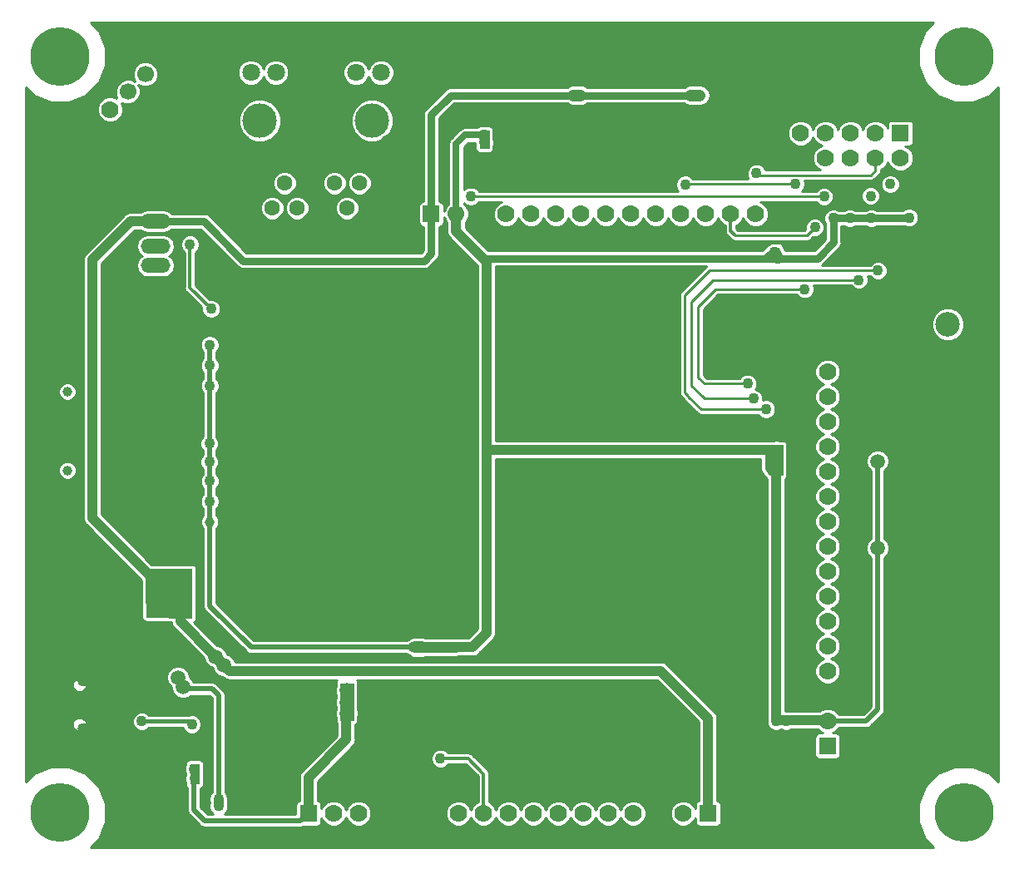
<source format=gbl>
G04 #@! TF.GenerationSoftware,KiCad,Pcbnew,(5.0.2)-1*
G04 #@! TF.CreationDate,2019-03-08T09:31:56+07:00*
G04 #@! TF.ProjectId,HY-AI7688H,48592d41-4937-4363-9838-482e6b696361,A*
G04 #@! TF.SameCoordinates,Original*
G04 #@! TF.FileFunction,Copper,L2,Bot*
G04 #@! TF.FilePolarity,Positive*
%FSLAX46Y46*%
G04 Gerber Fmt 4.6, Leading zero omitted, Abs format (unit mm)*
G04 Created by KiCad (PCBNEW (5.0.2)-1) date 08/03/2019 9:31:56 SA*
%MOMM*%
%LPD*%
G01*
G04 APERTURE LIST*
G04 #@! TA.AperFunction,ViaPad*
%ADD10C,1.000000*%
G04 #@! TD*
G04 #@! TA.AperFunction,ViaPad*
%ADD11C,1.100000*%
G04 #@! TD*
G04 #@! TA.AperFunction,ComponentPad*
%ADD12C,1.800000*%
G04 #@! TD*
G04 #@! TA.AperFunction,ViaPad*
%ADD13C,0.900000*%
G04 #@! TD*
G04 #@! TA.AperFunction,ComponentPad*
%ADD14O,1.500000X1.100000*%
G04 #@! TD*
G04 #@! TA.AperFunction,ComponentPad*
%ADD15O,3.000000X1.500000*%
G04 #@! TD*
G04 #@! TA.AperFunction,ComponentPad*
%ADD16C,6.000000*%
G04 #@! TD*
G04 #@! TA.AperFunction,ComponentPad*
%ADD17C,1.778000*%
G04 #@! TD*
G04 #@! TA.AperFunction,ComponentPad*
%ADD18R,1.778000X1.778000*%
G04 #@! TD*
G04 #@! TA.AperFunction,ComponentPad*
%ADD19R,1.700000X1.700000*%
G04 #@! TD*
G04 #@! TA.AperFunction,ComponentPad*
%ADD20C,1.700000*%
G04 #@! TD*
G04 #@! TA.AperFunction,ComponentPad*
%ADD21C,3.200000*%
G04 #@! TD*
G04 #@! TA.AperFunction,ComponentPad*
%ADD22O,1.510000X4.000000*%
G04 #@! TD*
G04 #@! TA.AperFunction,ComponentPad*
%ADD23O,4.000000X1.510000*%
G04 #@! TD*
G04 #@! TA.AperFunction,Conductor*
%ADD24C,0.100000*%
G04 #@! TD*
G04 #@! TA.AperFunction,ComponentPad*
%ADD25C,2.500000*%
G04 #@! TD*
G04 #@! TA.AperFunction,ComponentPad*
%ADD26C,1.600000*%
G04 #@! TD*
G04 #@! TA.AperFunction,ComponentPad*
%ADD27C,2.600000*%
G04 #@! TD*
G04 #@! TA.AperFunction,ComponentPad*
%ADD28C,3.500000*%
G04 #@! TD*
G04 #@! TA.AperFunction,ComponentPad*
%ADD29C,1.000000*%
G04 #@! TD*
G04 #@! TA.AperFunction,ViaPad*
%ADD30C,1.500000*%
G04 #@! TD*
G04 #@! TA.AperFunction,Conductor*
%ADD31C,0.254000*%
G04 #@! TD*
G04 #@! TA.AperFunction,Conductor*
%ADD32C,0.762000*%
G04 #@! TD*
G04 #@! TA.AperFunction,Conductor*
%ADD33C,0.500000*%
G04 #@! TD*
G04 #@! TA.AperFunction,Conductor*
%ADD34C,0.400000*%
G04 #@! TD*
G04 #@! TA.AperFunction,Conductor*
%ADD35C,0.508000*%
G04 #@! TD*
G04 #@! TA.AperFunction,Conductor*
%ADD36C,0.300000*%
G04 #@! TD*
G04 #@! TA.AperFunction,Conductor*
%ADD37C,1.000000*%
G04 #@! TD*
G04 #@! TA.AperFunction,Conductor*
%ADD38C,0.800000*%
G04 #@! TD*
G04 #@! TA.AperFunction,Conductor*
%ADD39C,1.016000*%
G04 #@! TD*
G04 #@! TA.AperFunction,Conductor*
%ADD40C,1.220000*%
G04 #@! TD*
G04 #@! TA.AperFunction,Conductor*
%ADD41C,0.700000*%
G04 #@! TD*
G04 APERTURE END LIST*
D10*
G04 #@! TO.N,GND*
G04 #@! TO.C,REF\002A\002A*
X113800000Y-62400000D03*
G04 #@! TD*
G04 #@! TO.N,GND*
G04 #@! TO.C,REF\002A\002A*
X115400000Y-63900000D03*
G04 #@! TD*
G04 #@! TO.N,GND*
G04 #@! TO.C,REF\002A\002A*
X111700000Y-61900000D03*
G04 #@! TD*
G04 #@! TO.N,GND*
G04 #@! TO.C,REF\002A\002A*
X111800000Y-64200000D03*
G04 #@! TD*
G04 #@! TO.N,GND*
G04 #@! TO.C,REF\002A\002A*
X140300000Y-101800000D03*
G04 #@! TD*
G04 #@! TO.N,GND*
G04 #@! TO.C,REF\002A\002A*
X136300000Y-109000000D03*
G04 #@! TD*
G04 #@! TO.N,GND*
G04 #@! TO.C,REF\002A\002A*
X145000000Y-104000000D03*
G04 #@! TD*
G04 #@! TO.N,GND*
G04 #@! TO.C,REF\002A\002A*
X145000000Y-101700000D03*
G04 #@! TD*
G04 #@! TO.N,GND*
G04 #@! TO.C,REF\002A\002A*
X78200000Y-50500000D03*
G04 #@! TD*
G04 #@! TO.N,GND*
G04 #@! TO.C,REF\002A\002A*
X74400000Y-50500000D03*
G04 #@! TD*
G04 #@! TO.N,GND*
G04 #@! TO.C,REF\002A\002A*
X74400000Y-46700000D03*
G04 #@! TD*
G04 #@! TO.N,GND*
G04 #@! TO.C,REF\002A\002A*
X100850000Y-43100000D03*
G04 #@! TD*
G04 #@! TO.N,GND*
G04 #@! TO.C,REF\002A\002A*
X100850000Y-45900000D03*
G04 #@! TD*
G04 #@! TO.N,GND*
G04 #@! TO.C,REF\002A\002A*
X97800000Y-48700000D03*
G04 #@! TD*
G04 #@! TO.N,GND*
G04 #@! TO.C,REF\002A\002A*
X103900000Y-48700000D03*
G04 #@! TD*
G04 #@! TO.N,GND*
G04 #@! TO.C,REF\002A\002A*
X100850000Y-48700000D03*
G04 #@! TD*
G04 #@! TO.N,GND*
G04 #@! TO.C,REF\002A\002A*
X88900000Y-43200000D03*
G04 #@! TD*
G04 #@! TO.N,GND*
G04 #@! TO.C,REF\002A\002A*
X88900000Y-39800000D03*
G04 #@! TD*
G04 #@! TO.N,GND*
G04 #@! TO.C,REF\002A\002A*
X84700000Y-36400000D03*
G04 #@! TD*
G04 #@! TO.N,GND*
G04 #@! TO.C,REF\002A\002A*
X88900000Y-36400000D03*
G04 #@! TD*
G04 #@! TO.N,GND*
G04 #@! TO.C,REF\002A\002A*
X96000000Y-36400000D03*
G04 #@! TD*
G04 #@! TO.N,GND*
G04 #@! TO.C,REF\002A\002A*
X101700000Y-36400000D03*
G04 #@! TD*
G04 #@! TO.N,GND*
G04 #@! TO.C,REF\002A\002A*
X107200000Y-36400000D03*
G04 #@! TD*
G04 #@! TO.N,GND*
G04 #@! TO.C,REF\002A\002A*
X86100000Y-115400000D03*
G04 #@! TD*
G04 #@! TO.N,GND*
G04 #@! TO.C,REF\002A\002A*
X86100000Y-118500000D03*
G04 #@! TD*
G04 #@! TO.N,GND*
G04 #@! TO.C,REF\002A\002A*
X105600000Y-109400000D03*
G04 #@! TD*
G04 #@! TO.N,GND*
G04 #@! TO.C,REF\002A\002A*
X166650000Y-46200000D03*
G04 #@! TD*
G04 #@! TO.N,GND*
G04 #@! TO.C,REF\002A\002A*
X166650000Y-50100000D03*
G04 #@! TD*
G04 #@! TO.N,GND*
G04 #@! TO.C,REF\002A\002A*
X168950000Y-52950000D03*
G04 #@! TD*
G04 #@! TO.N,GND*
G04 #@! TO.C,REF\002A\002A*
X168950000Y-50050000D03*
G04 #@! TD*
G04 #@! TO.N,GND*
G04 #@! TO.C,REF\002A\002A*
X168950000Y-47050000D03*
G04 #@! TD*
G04 #@! TO.N,GND*
G04 #@! TO.C,REF\002A\002A*
X166500000Y-53550000D03*
G04 #@! TD*
G04 #@! TO.N,GND*
G04 #@! TO.C,REF\002A\002A*
X168950000Y-44350000D03*
G04 #@! TD*
G04 #@! TO.N,GND*
G04 #@! TO.C,REF\002A\002A*
X164150000Y-45400000D03*
G04 #@! TD*
G04 #@! TO.N,GND*
G04 #@! TO.C,REF\002A\002A*
X164150000Y-48150000D03*
G04 #@! TD*
G04 #@! TO.N,GND*
G04 #@! TO.C,REF\002A\002A*
X164150000Y-51150000D03*
G04 #@! TD*
G04 #@! TO.N,GND*
G04 #@! TO.C,REF\002A\002A*
X164100000Y-53750000D03*
G04 #@! TD*
G04 #@! TO.N,GND*
G04 #@! TO.C,REF\002A\002A*
X95850000Y-95050000D03*
G04 #@! TD*
G04 #@! TO.N,GND*
G04 #@! TO.C,REF\002A\002A*
X96970000Y-95750000D03*
G04 #@! TD*
G04 #@! TO.N,GND*
G04 #@! TO.C,REF\002A\002A*
X105930000Y-112450000D03*
G04 #@! TD*
G04 #@! TO.N,GND*
G04 #@! TO.C,REF\002A\002A*
X110940000Y-112430000D03*
G04 #@! TD*
G04 #@! TO.N,GND*
G04 #@! TO.C,REF\002A\002A*
X74960000Y-88750000D03*
G04 #@! TD*
G04 #@! TO.N,GND*
G04 #@! TO.C,REF\002A\002A*
X74960000Y-92123333D03*
G04 #@! TD*
G04 #@! TO.N,GND*
G04 #@! TO.C,REF\002A\002A*
X74960000Y-95496666D03*
G04 #@! TD*
D11*
G04 #@! TO.N,GND*
G04 #@! TO.C,REF\002A\002A*
X82470000Y-79970000D03*
G04 #@! TD*
G04 #@! TO.N,GND*
G04 #@! TO.C,REF\002A\002A*
X82450000Y-77435000D03*
G04 #@! TD*
G04 #@! TO.N,GND*
G04 #@! TO.C,REF\002A\002A*
X82490000Y-74900000D03*
G04 #@! TD*
D10*
G04 #@! TO.N,GND*
G04 #@! TO.C,REF\002A\002A*
X135940000Y-111480000D03*
G04 #@! TD*
G04 #@! TO.N,GND*
G04 #@! TO.C,REF\002A\002A*
X112170000Y-36900000D03*
G04 #@! TD*
G04 #@! TO.N,GND*
G04 #@! TO.C,REF\002A\002A*
X117793333Y-36900000D03*
G04 #@! TD*
G04 #@! TO.N,GND*
G04 #@! TO.C,REF\002A\002A*
X129039999Y-36900000D03*
G04 #@! TD*
G04 #@! TO.N,GND*
G04 #@! TO.C,REF\002A\002A*
X123416666Y-36900000D03*
G04 #@! TD*
G04 #@! TO.N,GND*
G04 #@! TO.C,REF\002A\002A*
X134663332Y-36900000D03*
G04 #@! TD*
G04 #@! TO.N,GND*
G04 #@! TO.C,REF\002A\002A*
X140286665Y-36900000D03*
G04 #@! TD*
G04 #@! TO.N,GND*
G04 #@! TO.C,REF\002A\002A*
X145910000Y-36900000D03*
G04 #@! TD*
G04 #@! TO.N,GND*
G04 #@! TO.C,REF\002A\002A*
X145910000Y-40396666D03*
G04 #@! TD*
G04 #@! TO.N,GND*
G04 #@! TO.C,REF\002A\002A*
X145910000Y-43893332D03*
G04 #@! TD*
G04 #@! TO.N,GND*
G04 #@! TO.C,REF\002A\002A*
X145910000Y-47390000D03*
G04 #@! TD*
G04 #@! TO.N,GND*
G04 #@! TO.C,REF\002A\002A*
X143440000Y-47390000D03*
G04 #@! TD*
G04 #@! TO.N,GND*
G04 #@! TO.C,REF\002A\002A*
X137510000Y-47410000D03*
G04 #@! TD*
G04 #@! TO.N,GND*
G04 #@! TO.C,REF\002A\002A*
X134715000Y-47420000D03*
G04 #@! TD*
G04 #@! TO.N,GND*
G04 #@! TO.C,REF\002A\002A*
X120790000Y-47420000D03*
G04 #@! TD*
G04 #@! TO.N,GND*
G04 #@! TO.C,REF\002A\002A*
X122830000Y-47420000D03*
G04 #@! TD*
D11*
G04 #@! TO.N,GND*
G04 #@! TO.C,REF\002A\002A*
X101040000Y-74560000D03*
G04 #@! TD*
G04 #@! TO.N,GND*
G04 #@! TO.C,REF\002A\002A*
X98590000Y-74560000D03*
G04 #@! TD*
G04 #@! TO.N,GND*
G04 #@! TO.C,REF\002A\002A*
X72800000Y-68360000D03*
G04 #@! TD*
G04 #@! TO.N,GND*
G04 #@! TO.C,REF\002A\002A*
X76170000Y-68360000D03*
G04 #@! TD*
G04 #@! TO.N,GND*
G04 #@! TO.C,REF\002A\002A*
X80670000Y-68360000D03*
G04 #@! TD*
G04 #@! TO.N,GND*
G04 #@! TO.C,REF\002A\002A*
X83630000Y-68360000D03*
G04 #@! TD*
G04 #@! TO.N,GND*
G04 #@! TO.C,REF\002A\002A*
X88580000Y-66380000D03*
G04 #@! TD*
G04 #@! TO.N,GND*
G04 #@! TO.C,REF\002A\002A*
X86360000Y-67490000D03*
G04 #@! TD*
D12*
G04 #@! TO.P,REF\002A\002A,1*
G04 #@! TO.N,GND*
X125700000Y-92400000D03*
G04 #@! TD*
G04 #@! TO.P,REF\002A\002A,1*
G04 #@! TO.N,GND*
X136750000Y-92300000D03*
G04 #@! TD*
G04 #@! TO.P,REF\002A\002A,1*
G04 #@! TO.N,GND*
X136780000Y-72540000D03*
G04 #@! TD*
G04 #@! TO.P,REF\002A\002A,1*
G04 #@! TO.N,GND*
X125700000Y-72500000D03*
G04 #@! TD*
D10*
G04 #@! TO.N,GND*
G04 #@! TO.C,REF\002A\002A*
X97670000Y-78600000D03*
G04 #@! TD*
G04 #@! TO.N,GND*
G04 #@! TO.C,REF\002A\002A*
X108710000Y-107480000D03*
G04 #@! TD*
G04 #@! TO.N,GND*
G04 #@! TO.C,REF\002A\002A*
X119680000Y-107480000D03*
G04 #@! TD*
G04 #@! TO.N,GND*
G04 #@! TO.C,REF\002A\002A*
X118220000Y-103580000D03*
G04 #@! TD*
G04 #@! TO.N,GND*
G04 #@! TO.C,REF\002A\002A*
X111452500Y-107480000D03*
G04 #@! TD*
G04 #@! TO.N,GND*
G04 #@! TO.C,REF\002A\002A*
X116937500Y-107480000D03*
G04 #@! TD*
D13*
G04 #@! TO.N,GND*
G04 #@! TO.C,REF\002A\002A*
X115900000Y-79450000D03*
G04 #@! TD*
D10*
G04 #@! TO.N,GND*
G04 #@! TO.C,REF\002A\002A*
X107120000Y-86910000D03*
G04 #@! TD*
G04 #@! TO.N,GND*
G04 #@! TO.C,REF\002A\002A*
X124910000Y-47420000D03*
G04 #@! TD*
G04 #@! TO.N,GND*
G04 #@! TO.C,REF\002A\002A*
X131920000Y-47420000D03*
G04 #@! TD*
D11*
G04 #@! TO.N,GND*
G04 #@! TO.C,REF\002A\002A*
X99187000Y-56896000D03*
G04 #@! TD*
G04 #@! TO.N,GND*
G04 #@! TO.C,REF\002A\002A*
X104140000Y-56896000D03*
G04 #@! TD*
G04 #@! TO.N,GND*
G04 #@! TO.C,REF\002A\002A*
X109650000Y-56900000D03*
G04 #@! TD*
D10*
G04 #@! TO.N,GND*
G04 #@! TO.C,REF\002A\002A*
X115780000Y-71270000D03*
G04 #@! TD*
G04 #@! TO.N,GND*
G04 #@! TO.C,REF\002A\002A*
X89515000Y-118540000D03*
G04 #@! TD*
G04 #@! TO.N,GND*
G04 #@! TO.C,REF\002A\002A*
X169200000Y-75950000D03*
G04 #@! TD*
G04 #@! TO.N,GND*
G04 #@! TO.C,REF\002A\002A*
X161650000Y-82150000D03*
G04 #@! TD*
G04 #@! TO.N,GND*
G04 #@! TO.C,REF\002A\002A*
X169550000Y-82150000D03*
G04 #@! TD*
D13*
G04 #@! TO.N,GND*
G04 #@! TO.C,REF\002A\002A*
X169550000Y-90550000D03*
G04 #@! TD*
D10*
G04 #@! TO.N,GND*
G04 #@! TO.C,REF\002A\002A*
X169500000Y-99900000D03*
G04 #@! TD*
G04 #@! TO.N,GND*
G04 #@! TO.C,REF\002A\002A*
X168080000Y-109520000D03*
G04 #@! TD*
G04 #@! TO.N,GND*
G04 #@! TO.C,REF\002A\002A*
X158700000Y-112900000D03*
G04 #@! TD*
G04 #@! TO.N,GND*
G04 #@! TO.C,REF\002A\002A*
X149500000Y-112600000D03*
G04 #@! TD*
G04 #@! TO.N,GND*
G04 #@! TO.C,REF\002A\002A*
X150622000Y-72390000D03*
G04 #@! TD*
G04 #@! TO.N,GND*
G04 #@! TO.C,REF\002A\002A*
X150880000Y-100330000D03*
G04 #@! TD*
G04 #@! TO.N,GND*
G04 #@! TO.C,REF\002A\002A*
X146050000Y-109300000D03*
G04 #@! TD*
G04 #@! TO.N,GND*
G04 #@! TO.C,REF\002A\002A*
X143100000Y-112600000D03*
G04 #@! TD*
G04 #@! TO.N,GND*
G04 #@! TO.C,REF\002A\002A*
X114195000Y-107480000D03*
G04 #@! TD*
G04 #@! TO.N,GND*
G04 #@! TO.C,REF\002A\002A*
X116870000Y-113426000D03*
G04 #@! TD*
G04 #@! TO.N,GND*
G04 #@! TO.C,REF\002A\002A*
X119410000Y-113426000D03*
G04 #@! TD*
G04 #@! TO.N,GND*
G04 #@! TO.C,REF\002A\002A*
X121950000Y-113426000D03*
G04 #@! TD*
G04 #@! TO.N,GND*
G04 #@! TO.C,REF\002A\002A*
X124490000Y-113426000D03*
G04 #@! TD*
G04 #@! TO.N,GND*
G04 #@! TO.C,REF\002A\002A*
X127030000Y-113426000D03*
G04 #@! TD*
G04 #@! TO.N,GND*
G04 #@! TO.C,REF\002A\002A*
X132110000Y-113426000D03*
G04 #@! TD*
G04 #@! TO.N,GND*
G04 #@! TO.C,REF\002A\002A*
X129570000Y-113426000D03*
G04 #@! TD*
G04 #@! TO.N,GND*
G04 #@! TO.C,REF\002A\002A*
X161850000Y-112900000D03*
G04 #@! TD*
G04 #@! TO.N,GND*
G04 #@! TO.C,REF\002A\002A*
X159680000Y-106900000D03*
G04 #@! TD*
G04 #@! TO.N,GND*
G04 #@! TO.C,REF\002A\002A*
X161650000Y-99900000D03*
G04 #@! TD*
D13*
G04 #@! TO.N,GND*
G04 #@! TO.C,REF\002A\002A*
X165575000Y-90550000D03*
G04 #@! TD*
G04 #@! TO.N,GND*
G04 #@! TO.C,REF\002A\002A*
X161600000Y-90550000D03*
G04 #@! TD*
D10*
G04 #@! TO.N,GND*
G04 #@! TO.C,REF\002A\002A*
X166916666Y-82150000D03*
G04 #@! TD*
G04 #@! TO.N,GND*
G04 #@! TO.C,REF\002A\002A*
X164283333Y-82150000D03*
G04 #@! TD*
G04 #@! TO.N,GND*
G04 #@! TO.C,REF\002A\002A*
X100990000Y-78600000D03*
G04 #@! TD*
G04 #@! TO.N,GND*
G04 #@! TO.C,REF\002A\002A*
X103760000Y-86910000D03*
G04 #@! TD*
D11*
G04 #@! TO.N,GND*
G04 #@! TO.C,REF\002A\002A*
X96140000Y-74540000D03*
G04 #@! TD*
D10*
G04 #@! TO.N,GND*
G04 #@! TO.C,REF\002A\002A*
X112950000Y-80300000D03*
G04 #@! TD*
G04 #@! TO.N,GND*
G04 #@! TO.C,REF\002A\002A*
X119153000Y-57660000D03*
G04 #@! TD*
G04 #@! TO.N,GND*
G04 #@! TO.C,REF\002A\002A*
X121566000Y-57660000D03*
G04 #@! TD*
G04 #@! TO.N,GND*
G04 #@! TO.C,REF\002A\002A*
X124106000Y-57660000D03*
G04 #@! TD*
G04 #@! TO.N,GND*
G04 #@! TO.C,REF\002A\002A*
X126519000Y-57660000D03*
G04 #@! TD*
G04 #@! TO.N,GND*
G04 #@! TO.C,REF\002A\002A*
X129186000Y-57660000D03*
G04 #@! TD*
G04 #@! TO.N,GND*
G04 #@! TO.C,REF\002A\002A*
X131900000Y-57660000D03*
G04 #@! TD*
G04 #@! TO.N,GND*
G04 #@! TO.C,REF\002A\002A*
X134266000Y-57660000D03*
G04 #@! TD*
G04 #@! TO.N,GND*
G04 #@! TO.C,REF\002A\002A*
X136806000Y-57660000D03*
G04 #@! TD*
G04 #@! TO.N,GND*
G04 #@! TO.C,REF\002A\002A*
X139219000Y-57660000D03*
G04 #@! TD*
G04 #@! TO.N,GND*
G04 #@! TO.C,REF\002A\002A*
X142050000Y-57650000D03*
G04 #@! TD*
G04 #@! TO.N,GND*
G04 #@! TO.C,REF\002A\002A*
X145400000Y-64650000D03*
G04 #@! TD*
G04 #@! TO.N,GND*
G04 #@! TO.C,REF\002A\002A*
X144050000Y-65750000D03*
G04 #@! TD*
D11*
G04 #@! TO.N,GND*
G04 #@! TO.C,REF\002A\002A*
X113665000Y-66167000D03*
G04 #@! TD*
D10*
G04 #@! TO.N,GND*
G04 #@! TO.C,REF\002A\002A*
X112268000Y-71628000D03*
G04 #@! TD*
G04 #@! TO.N,GND*
G04 #@! TO.C,REF\002A\002A*
X106934000Y-66294000D03*
G04 #@! TD*
D11*
G04 #@! TO.N,GND*
G04 #@! TO.C,REF\002A\002A*
X94250000Y-64850000D03*
G04 #@! TD*
D10*
G04 #@! TO.N,GND*
G04 #@! TO.C,REF\002A\002A*
X82410000Y-87020000D03*
G04 #@! TD*
G04 #@! TO.N,GND*
G04 #@! TO.C,REF\002A\002A*
X108435000Y-112430000D03*
G04 #@! TD*
G04 #@! TO.N,GND*
G04 #@! TO.C,REF\002A\002A*
X96670000Y-118540000D03*
G04 #@! TD*
G04 #@! TO.N,GND*
G04 #@! TO.C,REF\002A\002A*
X79070000Y-110910000D03*
G04 #@! TD*
G04 #@! TO.N,GND*
G04 #@! TO.C,REF\002A\002A*
X82360000Y-112150000D03*
G04 #@! TD*
G04 #@! TO.N,GND*
G04 #@! TO.C,REF\002A\002A*
X74960000Y-98870000D03*
G04 #@! TD*
G04 #@! TO.N,GND*
G04 #@! TO.C,REF\002A\002A*
X82360000Y-115345000D03*
G04 #@! TD*
G04 #@! TO.N,GND*
G04 #@! TO.C,REF\002A\002A*
X82360000Y-118540000D03*
G04 #@! TD*
G04 #@! TO.N,GND*
G04 #@! TO.C,REF\002A\002A*
X100400000Y-86910000D03*
G04 #@! TD*
G04 #@! TO.N,GND*
G04 #@! TO.C,REF\002A\002A*
X155650000Y-112900000D03*
G04 #@! TD*
G04 #@! TO.N,GND*
G04 #@! TO.C,REF\002A\002A*
X146050000Y-112600000D03*
G04 #@! TD*
G04 #@! TO.N,GND*
G04 #@! TO.C,REF\002A\002A*
X143100000Y-109300000D03*
G04 #@! TD*
G04 #@! TO.N,GND*
G04 #@! TO.C,REF\002A\002A*
X150880000Y-97790000D03*
G04 #@! TD*
G04 #@! TO.N,GND*
G04 #@! TO.C,REF\002A\002A*
X150880000Y-95210000D03*
G04 #@! TD*
G04 #@! TO.N,GND*
G04 #@! TO.C,REF\002A\002A*
X150880000Y-92630000D03*
G04 #@! TD*
G04 #@! TO.N,GND*
G04 #@! TO.C,REF\002A\002A*
X150880000Y-83160000D03*
G04 #@! TD*
G04 #@! TO.N,GND*
G04 #@! TO.C,REF\002A\002A*
X150880000Y-89990000D03*
G04 #@! TD*
G04 #@! TO.N,GND*
G04 #@! TO.C,REF\002A\002A*
X150880000Y-85160000D03*
G04 #@! TD*
D13*
G04 #@! TO.N,GND*
G04 #@! TO.C,REF\002A\002A*
X150880000Y-87600000D03*
G04 #@! TD*
D10*
G04 #@! TO.N,GND*
G04 #@! TO.C,REF\002A\002A*
X149606000Y-75946000D03*
G04 #@! TD*
G04 #@! TO.N,GND*
G04 #@! TO.C,REF\002A\002A*
X170180000Y-66294000D03*
G04 #@! TD*
G04 #@! TO.N,GND*
G04 #@! TO.C,REF\002A\002A*
X158496000Y-72898000D03*
G04 #@! TD*
G04 #@! TO.N,GND*
G04 #@! TO.C,REF\002A\002A*
X158100000Y-74850000D03*
G04 #@! TD*
G04 #@! TO.N,GND*
G04 #@! TO.C,REF\002A\002A*
X166950000Y-73500000D03*
G04 #@! TD*
G04 #@! TO.N,GND*
G04 #@! TO.C,REF\002A\002A*
X159900000Y-74650000D03*
G04 #@! TD*
G04 #@! TO.N,GND*
G04 #@! TO.C,REF\002A\002A*
X161290000Y-73406000D03*
G04 #@! TD*
G04 #@! TO.N,GND*
G04 #@! TO.C,REF\002A\002A*
X164800000Y-73350000D03*
G04 #@! TD*
G04 #@! TO.N,GND*
G04 #@! TO.C,REF\002A\002A*
X168910000Y-73914000D03*
G04 #@! TD*
G04 #@! TO.N,GND*
G04 #@! TO.C,REF\002A\002A*
X169926000Y-71882000D03*
G04 #@! TD*
G04 #@! TO.N,GND*
G04 #@! TO.C,REF\002A\002A*
X166950000Y-71882000D03*
G04 #@! TD*
G04 #@! TO.N,GND*
G04 #@! TO.C,REF\002A\002A*
X162814000Y-71882000D03*
G04 #@! TD*
G04 #@! TO.N,GND*
G04 #@! TO.C,REF\002A\002A*
X160020000Y-71120000D03*
G04 #@! TD*
G04 #@! TO.N,GND*
G04 #@! TO.C,REF\002A\002A*
X157290000Y-70910000D03*
G04 #@! TD*
G04 #@! TO.N,GND*
G04 #@! TO.C,REF\002A\002A*
X147750000Y-69750000D03*
G04 #@! TD*
G04 #@! TO.N,GND*
G04 #@! TO.C,REF\002A\002A*
X143900000Y-64210000D03*
G04 #@! TD*
G04 #@! TO.N,GND*
G04 #@! TO.C,REF\002A\002A*
X169418000Y-61214000D03*
G04 #@! TD*
G04 #@! TO.N,GND*
G04 #@! TO.C,REF\002A\002A*
X165608000Y-61214000D03*
G04 #@! TD*
G04 #@! TO.N,GND*
G04 #@! TO.C,REF\002A\002A*
X167640000Y-59436000D03*
G04 #@! TD*
G04 #@! TO.N,GND*
G04 #@! TO.C,REF\002A\002A*
X169418000Y-58166000D03*
G04 #@! TD*
G04 #@! TO.N,GND*
G04 #@! TO.C,REF\002A\002A*
X169418000Y-55626000D03*
G04 #@! TD*
G04 #@! TO.N,GND*
G04 #@! TO.C,REF\002A\002A*
X166370000Y-56896000D03*
G04 #@! TD*
G04 #@! TO.N,GND*
G04 #@! TO.C,REF\002A\002A*
X164084000Y-56388000D03*
G04 #@! TD*
G04 #@! TO.N,GND*
G04 #@! TO.C,REF\002A\002A*
X164338000Y-58674000D03*
G04 #@! TD*
G04 #@! TO.N,GND*
G04 #@! TO.C,REF\002A\002A*
X163068000Y-60452000D03*
G04 #@! TD*
G04 #@! TO.N,GND*
G04 #@! TO.C,REF\002A\002A*
X160528000Y-61214000D03*
G04 #@! TD*
G04 #@! TO.N,GND*
G04 #@! TO.C,REF\002A\002A*
X157950000Y-62950000D03*
G04 #@! TD*
D14*
G04 #@! TO.P,P1,6*
G04 #@! TO.N,GND*
X77500000Y-102575000D03*
X77500000Y-107425000D03*
D15*
X74420000Y-100900000D03*
X74420000Y-109100000D03*
G04 #@! TD*
D16*
G04 #@! TO.P,MH4,1*
G04 #@! TO.N,N/C*
X75000000Y-39000000D03*
G04 #@! TD*
G04 #@! TO.P,MH3,1*
G04 #@! TO.N,N/C*
X167000000Y-39000000D03*
G04 #@! TD*
G04 #@! TO.P,MH2,1*
G04 #@! TO.N,N/C*
X167000000Y-116000000D03*
G04 #@! TD*
G04 #@! TO.P,MH1,1*
G04 #@! TO.N,N/C*
X75000000Y-116000000D03*
G04 #@! TD*
D17*
G04 #@! TO.P,P7,15*
G04 #@! TO.N,/AI7688H/JTCLK_GPIO_40*
X153121000Y-73645000D03*
G04 #@! TO.P,P7,16*
G04 #@! TO.N,/AI7688H/JTDI_GPIO_42*
X153121000Y-71105000D03*
G04 #@! TO.P,P7,14*
G04 #@! TO.N,/AI7688H/PCIE_CK0_P*
X153121000Y-76185000D03*
G04 #@! TO.P,P7,13*
G04 #@! TO.N,/AI7688H/PCIE_CK0_N*
X153121000Y-78725000D03*
G04 #@! TO.P,P7,11*
G04 #@! TO.N,/AI7688H/PCIE_RX0_P*
X153121000Y-83805000D03*
G04 #@! TO.P,P7,12*
G04 #@! TO.N,/AI7688H/PCIE_RX0_N*
X153121000Y-81265000D03*
G04 #@! TO.P,P7,10*
G04 #@! TO.N,/AI7688H/PCIE_TX0_N*
X153121000Y-86345000D03*
G04 #@! TO.P,P7,9*
G04 #@! TO.N,/AI7688H/PCIE_TX0_P*
X153121000Y-88885000D03*
G04 #@! TO.P,P7,7*
G04 #@! TO.N,/AI7688H/WDT_RST_N*
X153121000Y-93965000D03*
G04 #@! TO.P,P7,8*
G04 #@! TO.N,/AI7688H/PORST_N*
X153121000Y-91425000D03*
G04 #@! TO.P,P7,6*
G04 #@! TO.N,/AI7688H/PERST_N*
X153121000Y-96505000D03*
G04 #@! TO.P,P7,5*
G04 #@! TO.N,/AI7688H/REF_CLKO*
X153121000Y-99045000D03*
D18*
G04 #@! TO.P,P7,1*
G04 #@! TO.N,+5V*
X153121000Y-109205000D03*
D17*
G04 #@! TO.P,P7,2*
G04 #@! TO.N,+3V3*
X153121000Y-106665000D03*
G04 #@! TO.P,P7,3*
G04 #@! TO.N,GND*
X153121000Y-104125000D03*
G04 #@! TO.P,P7,4*
G04 #@! TO.N,/AI7688H/WLED_N*
X153121000Y-101585000D03*
G04 #@! TD*
G04 #@! TO.P,P5,11*
G04 #@! TO.N,/AI7688H/MDI_TN_P2*
X115570000Y-116078000D03*
G04 #@! TO.P,P5,12*
G04 #@! TO.N,GND*
X113030000Y-116078000D03*
G04 #@! TO.P,P5,10*
G04 #@! TO.N,/AI7688H/MDI_TP_P2*
X118110000Y-116078000D03*
G04 #@! TO.P,P5,9*
G04 #@! TO.N,/AI7688H/MDI_RN_P2*
X120650000Y-116078000D03*
G04 #@! TO.P,P5,7*
G04 #@! TO.N,/AI7688H/MDI_RN_P1*
X125730000Y-116078000D03*
G04 #@! TO.P,P5,8*
G04 #@! TO.N,/AI7688H/MDI_RP_P2*
X123190000Y-116078000D03*
G04 #@! TO.P,P5,6*
G04 #@! TO.N,/AI7688H/MDI_RP_P1*
X128270000Y-116078000D03*
G04 #@! TO.P,P5,5*
G04 #@! TO.N,/AI7688H/MDI_TN_P1*
X130810000Y-116078000D03*
D18*
G04 #@! TO.P,P5,1*
G04 #@! TO.N,+5V*
X140970000Y-116078000D03*
D17*
G04 #@! TO.P,P5,2*
G04 #@! TO.N,+3V3*
X138430000Y-116078000D03*
G04 #@! TO.P,P5,3*
G04 #@! TO.N,GND*
X135890000Y-116078000D03*
G04 #@! TO.P,P5,4*
G04 #@! TO.N,/AI7688H/MDI_TP_P1*
X133350000Y-116078000D03*
G04 #@! TD*
G04 #@! TO.P,P4,14*
G04 #@! TO.N,/AI7688H/JTMS_GPIO_41*
X145810000Y-55050000D03*
G04 #@! TO.P,P4,13*
G04 #@! TO.N,/AI7688H/JTDO_EPHY_LED0_N*
X143270000Y-55050000D03*
G04 #@! TO.P,P4,11*
G04 #@! TO.N,/AI7688H/UART_7688_TXD1*
X138190000Y-55050000D03*
G04 #@! TO.P,P4,12*
G04 #@! TO.N,/AI7688H/JRST_GPIO_39*
X140730000Y-55050000D03*
G04 #@! TO.P,P4,10*
G04 #@! TO.N,/AI7688H/UART_7688_RXD1*
X135650000Y-55050000D03*
G04 #@! TO.P,P4,9*
G04 #@! TO.N,/AI7688H/I2S_SDI*
X133110000Y-55050000D03*
G04 #@! TO.P,P4,7*
G04 #@! TO.N,/AI7688H/I2S_WS*
X128030000Y-55050000D03*
G04 #@! TO.P,P4,8*
G04 #@! TO.N,/AI7688H/I2S_SDO*
X130570000Y-55050000D03*
G04 #@! TO.P,P4,6*
G04 #@! TO.N,/AI7688H/I2S_SCLK*
X125490000Y-55050000D03*
G04 #@! TO.P,P4,5*
G04 #@! TO.N,/AI7688H/I2C_SCLK*
X122950000Y-55050000D03*
D19*
G04 #@! TO.P,P4,1*
G04 #@! TO.N,+5V*
X112790000Y-55050000D03*
D20*
G04 #@! TO.P,P4,2*
G04 #@! TO.N,+3V3*
X115330000Y-55050000D03*
D17*
G04 #@! TO.P,P4,3*
G04 #@! TO.N,GND*
X117870000Y-55050000D03*
G04 #@! TO.P,P4,4*
G04 #@! TO.N,/AI7688H/I2C_SD*
X120410000Y-55050000D03*
G04 #@! TD*
G04 #@! TO.P,P8,10*
G04 #@! TO.N,GND*
X150377000Y-49358000D03*
G04 #@! TO.P,P8,9*
G04 #@! TO.N,+3V3*
X150377000Y-46818000D03*
G04 #@! TO.P,P8,7*
G04 #@! TO.N,/AI7688H/JRST_GPIO_39*
X152917000Y-46818000D03*
G04 #@! TO.P,P8,8*
G04 #@! TO.N,+3V3*
X152917000Y-49358000D03*
G04 #@! TO.P,P8,6*
G04 #@! TO.N,/AI7688H/JTDI_GPIO_42*
X155457000Y-49358000D03*
G04 #@! TO.P,P8,5*
G04 #@! TO.N,/AI7688H/EPHY_LED0_N*
X155457000Y-46818000D03*
D18*
G04 #@! TO.P,P8,1*
G04 #@! TO.N,/AI7688H/EJTAG_DINT*
X160537000Y-46818000D03*
D17*
G04 #@! TO.P,P8,2*
G04 #@! TO.N,/AI7688H/EJTAG_PORST_N*
X160537000Y-49358000D03*
G04 #@! TO.P,P8,3*
G04 #@! TO.N,/AI7688H/JTCLK_GPIO_40*
X157997000Y-46818000D03*
G04 #@! TO.P,P8,4*
G04 #@! TO.N,/AI7688H/JTMS_GPIO_41*
X157997000Y-49358000D03*
G04 #@! TD*
D21*
G04 #@! TO.P,P2,5*
G04 #@! TO.N,GND*
X82000000Y-53230000D03*
X82000000Y-65370000D03*
D15*
G04 #@! TO.P,P2,1*
G04 #@! TO.N,+5V*
X84710000Y-55800000D03*
G04 #@! TO.P,P2,2*
G04 #@! TO.N,/AI7688H/USB_D_N*
X84710000Y-58300000D03*
G04 #@! TO.P,P2,3*
G04 #@! TO.N,/AI7688H/USB_D_P*
X84710000Y-60300000D03*
G04 #@! TO.P,P2,4*
G04 #@! TO.N,GND*
X84710000Y-62800000D03*
G04 #@! TD*
D22*
G04 #@! TO.P,P9,1*
G04 #@! TO.N,+5V*
X84500000Y-93250000D03*
G04 #@! TO.P,P9,2*
G04 #@! TO.N,GND*
X78000000Y-93250000D03*
D23*
G04 #@! TO.P,P9,3*
X81200000Y-97700000D03*
G04 #@! TD*
D17*
G04 #@! TO.P,P6,1*
G04 #@! TO.N,GND*
X78305923Y-46194077D03*
D24*
G04 #@! TD*
G04 #@! TO.N,GND*
G04 #@! TO.C,P6*
G36*
X78305923Y-47451313D02*
X77048687Y-46194077D01*
X78305923Y-44936841D01*
X79563159Y-46194077D01*
X78305923Y-47451313D01*
X78305923Y-47451313D01*
G37*
D17*
G04 #@! TO.P,P6,2*
G04 #@! TO.N,/AI7688H/UART_7688_TXD0*
X80101974Y-44398026D03*
D20*
G04 #@! TO.P,P6,3*
G04 #@! TO.N,/AI7688H/UART_7688_RXD0*
X81898026Y-42601974D03*
G04 #@! TO.P,P6,4*
G04 #@! TO.N,/AI7688H/GPIO_0*
X83694077Y-40805923D03*
G04 #@! TD*
D10*
G04 #@! TO.N,GND*
G04 #@! TO.C,REF\002A\002A*
X154710000Y-62950000D03*
G04 #@! TD*
D25*
G04 #@! TO.P,J1,1*
G04 #@! TO.N,Net-(C20-Pad2)*
X165354000Y-66294000D03*
G04 #@! TO.P,J1,2*
G04 #@! TO.N,GND*
X162814000Y-68834000D03*
G04 #@! TO.P,J1,3*
X167894000Y-68834000D03*
G04 #@! TO.P,J1,4*
X167894000Y-63754000D03*
G04 #@! TO.P,J1,5*
X162814000Y-63754000D03*
G04 #@! TD*
D26*
G04 #@! TO.P,P3,1*
G04 #@! TO.N,/AI7688H/MDI_P0_R_P*
X105470000Y-51898000D03*
G04 #@! TO.P,P3,2*
G04 #@! TO.N,/AI7688H/MDI_P0_R_N*
X104200000Y-54438000D03*
G04 #@! TO.P,P3,3*
G04 #@! TO.N,Net-(C12-Pad2)*
X102930000Y-51898000D03*
G04 #@! TO.P,P3,4*
G04 #@! TO.N,GND*
X101660000Y-54438000D03*
G04 #@! TO.P,P3,5*
X100390000Y-51898000D03*
G04 #@! TO.P,P3,6*
G04 #@! TO.N,Net-(C13-Pad2)*
X99120000Y-54438000D03*
G04 #@! TO.P,P3,7*
G04 #@! TO.N,/AI7688H/MDI_P0_T_P*
X97850000Y-51898000D03*
G04 #@! TO.P,P3,8*
G04 #@! TO.N,/AI7688H/MDI_P0_T_N*
X96580000Y-54438000D03*
D27*
G04 #@! TO.P,P3,13*
G04 #@! TO.N,GND*
X93275000Y-48198000D03*
G04 #@! TO.P,P3,14*
X108765000Y-48198000D03*
D28*
G04 #@! TO.P,P3,H1*
G04 #@! TO.N,N/C*
X95335000Y-45548000D03*
G04 #@! TO.P,P3,H2*
X106765000Y-45548000D03*
D12*
G04 #@! TO.P,P3,9*
G04 #@! TO.N,Net-(P3-Pad9)*
X107675000Y-40648000D03*
G04 #@! TO.P,P3,10*
G04 #@! TO.N,/AI7688H/EPHY_LED0_N*
X105135000Y-40648000D03*
G04 #@! TO.P,P3,11*
X96965000Y-40648000D03*
G04 #@! TO.P,P3,12*
G04 #@! TO.N,Net-(P3-Pad12)*
X94425000Y-40648000D03*
G04 #@! TD*
G04 #@! TO.P,REF\002A\002A,1*
G04 #@! TO.N,GND*
X131210000Y-82550000D03*
G04 #@! TD*
D29*
G04 #@! TO.P,MicroSD,14*
G04 #@! TO.N,N/C*
X75748800Y-81148000D03*
G04 #@! TO.P,MicroSD,15*
X75748800Y-73147000D03*
G04 #@! TD*
D18*
G04 #@! TO.P,P10,1*
G04 #@! TO.N,+3V3*
X100290000Y-116078000D03*
D17*
G04 #@! TO.P,P10,2*
G04 #@! TO.N,/AI7688H/MDI_TN_P2*
X102830000Y-116078000D03*
G04 #@! TO.P,P10,3*
G04 #@! TO.N,/AI7688H/MDI_TP_P2*
X105370000Y-116078000D03*
G04 #@! TO.P,P10,4*
G04 #@! TO.N,GND*
X107910000Y-116078000D03*
G04 #@! TD*
D30*
G04 #@! TO.N,GND*
X141140000Y-96080000D03*
X127037500Y-69600000D03*
X136750000Y-69600000D03*
X131200000Y-69600000D03*
X131175000Y-87000000D03*
D13*
X141400000Y-67700000D03*
D11*
X152146000Y-68834000D03*
D13*
X141350000Y-70100000D03*
D11*
X147100000Y-64100000D03*
X158750000Y-68834000D03*
X150139500Y-64135000D03*
X156218500Y-64135000D03*
X159258000Y-64135000D03*
X153179000Y-64135000D03*
D30*
X142700000Y-101690000D03*
X142650000Y-103998000D03*
X136400000Y-106600000D03*
X77240000Y-98970000D03*
X72660000Y-98940000D03*
X84820000Y-87000000D03*
D13*
X141410000Y-68880000D03*
D11*
X145350000Y-70600000D03*
D30*
X120990000Y-103617000D03*
X120750000Y-64300000D03*
D13*
X155026000Y-69835000D03*
D11*
X149438000Y-69962000D03*
D30*
X168107000Y-79995000D03*
X168107000Y-88885000D03*
X168080000Y-106490000D03*
X168070000Y-97700000D03*
X156670000Y-98800000D03*
X165574999Y-99900000D03*
D13*
X117210000Y-71140000D03*
D11*
X149800000Y-55550000D03*
X92400000Y-74498331D03*
X92450000Y-78500000D03*
X107800000Y-92850000D03*
X107800000Y-93750000D03*
X97000000Y-94600000D03*
X101450000Y-93500000D03*
X150110000Y-79180000D03*
X150150000Y-81030000D03*
X88570000Y-54020000D03*
X95260000Y-69810000D03*
X94599512Y-69140488D03*
X97750000Y-68350000D03*
X90190000Y-60790000D03*
X109500000Y-62150000D03*
X105480000Y-62280000D03*
X102960000Y-62260000D03*
X100500000Y-62300000D03*
X98200000Y-62200000D03*
X93820000Y-57030000D03*
X95400000Y-61100000D03*
X113750000Y-40200000D03*
X112920000Y-40200000D03*
X83210000Y-102830000D03*
X84860000Y-108620000D03*
X89190000Y-105500000D03*
D30*
X131250000Y-75800000D03*
X136800000Y-75800000D03*
X127037500Y-75800000D03*
X135312500Y-82500000D03*
X127037500Y-82500000D03*
X135312500Y-87000000D03*
X127037500Y-87000000D03*
X131200000Y-95550000D03*
X136750000Y-95550000D03*
X127037500Y-95550000D03*
X139450000Y-87000000D03*
X139450000Y-82500000D03*
X122900000Y-82500000D03*
X122900000Y-87000000D03*
X122900000Y-95550000D03*
X122900000Y-75800000D03*
X122900000Y-69600000D03*
X122900000Y-91400000D03*
X139400000Y-91400000D03*
X131200000Y-91400000D03*
G04 #@! TO.N,+5V*
X91690000Y-100980000D03*
X87220000Y-92450000D03*
D11*
X128025000Y-42950000D03*
X139160000Y-42970000D03*
X140100000Y-42950000D03*
X127250000Y-42950000D03*
D30*
X87220000Y-93356666D03*
X87220000Y-95169998D03*
X87220000Y-94263332D03*
X90820000Y-100110000D03*
G04 #@! TO.N,+3V3*
X158210000Y-80210000D03*
X158210000Y-89080000D03*
D11*
X90200000Y-80271662D03*
X90235500Y-82234439D03*
X90235500Y-84312216D03*
D10*
X90250000Y-86390000D03*
D11*
X90235500Y-72535554D03*
X90235500Y-70457777D03*
X90235500Y-68380000D03*
X112700000Y-99150000D03*
X147200000Y-59500000D03*
X161422000Y-55426000D03*
X157569664Y-55469000D03*
X153717332Y-55469000D03*
X147890000Y-79040000D03*
X147890000Y-80000000D03*
X147890000Y-80980000D03*
X111800000Y-99150000D03*
X113750000Y-99150000D03*
X114800000Y-99150000D03*
X148050000Y-59550000D03*
X147749999Y-58950001D03*
X118150000Y-47000000D03*
X118190000Y-47760000D03*
X90200000Y-78400000D03*
X88690000Y-112540000D03*
X88640000Y-111530000D03*
X147890000Y-106665000D03*
X148910000Y-106665000D03*
D30*
X104160000Y-104760000D03*
X104180000Y-105880000D03*
X104160000Y-103570000D03*
D11*
X111000000Y-99150000D03*
X155400000Y-55469000D03*
G04 #@! TO.N,/AI7688H/PORST_N*
X146860000Y-74910000D03*
X158250000Y-60800000D03*
G04 #@! TO.N,/AI7688H/MDI_TP_P2*
X113720000Y-110480000D03*
G04 #@! TO.N,/AI7688H/JTCLK_GPIO_40*
X156296000Y-61750000D03*
X157500000Y-53200000D03*
X145580000Y-73850000D03*
G04 #@! TO.N,/AI7688H/EPHY_LED0_N*
X152770000Y-53269000D03*
X116810000Y-53250000D03*
G04 #@! TO.N,/AI7688H/JTDI_GPIO_42*
X150780000Y-62700000D03*
X145000000Y-72300000D03*
G04 #@! TO.N,/AI7688H/JRST_GPIO_39*
X149865000Y-51980000D03*
X138650000Y-52050000D03*
G04 #@! TO.N,/AI7688H/JTDO_EPHY_LED0_N*
X151840000Y-56410000D03*
G04 #@! TO.N,/AI7688H/EJTAG_PORST_N*
X159500000Y-52000000D03*
D30*
G04 #@! TO.N,+5V_USBOTG*
X87500000Y-103200000D03*
D11*
X91150000Y-115320000D03*
D30*
X87000000Y-102220000D03*
D11*
X91130000Y-114610000D03*
G04 #@! TO.N,/AI7688H/JTMS_GPIO_41*
X145880000Y-50880000D03*
G04 #@! TO.N,/AI7688H/D+*
X88410000Y-107000000D03*
X83310000Y-106690000D03*
G04 #@! TO.N,/AI7688H/USB_D_N*
X88230000Y-58150000D03*
X90390000Y-64700000D03*
G04 #@! TD*
D31*
G04 #@! TO.N,GND*
X86096000Y-62072000D02*
X85346000Y-62072000D01*
D32*
X100400000Y-62200000D02*
X100500000Y-62300000D01*
X98200000Y-62200000D02*
X100400000Y-62200000D01*
X100500000Y-62300000D02*
X103000000Y-62300000D01*
X103000000Y-62300000D02*
X105500000Y-62300000D01*
X109350000Y-62300000D02*
X109500000Y-62150000D01*
X105500000Y-62300000D02*
X109350000Y-62300000D01*
D33*
X143300000Y-47400000D02*
X145750000Y-47400000D01*
X147708000Y-49358000D02*
X145750000Y-47400000D01*
X150377000Y-49358000D02*
X147708000Y-49358000D01*
D34*
X119153000Y-57660000D02*
X121566000Y-57660000D01*
X121566000Y-57660000D02*
X124106000Y-57660000D01*
X124106000Y-57660000D02*
X126519000Y-57660000D01*
X126519000Y-57660000D02*
X129186000Y-57660000D01*
X129186000Y-57660000D02*
X131900000Y-57660000D01*
X131900000Y-57660000D02*
X134266000Y-57660000D01*
X134266000Y-57660000D02*
X136806000Y-57660000D01*
X136806000Y-57660000D02*
X139219000Y-57660000D01*
X142040000Y-57660000D02*
X142050000Y-57650000D01*
X139219000Y-57660000D02*
X142040000Y-57660000D01*
X149438000Y-71206000D02*
X150622000Y-72390000D01*
X149438000Y-69962000D02*
X149438000Y-71206000D01*
X150622000Y-74930000D02*
X149606000Y-75946000D01*
X150622000Y-72390000D02*
X150622000Y-74930000D01*
D35*
X150110000Y-76450000D02*
X149606000Y-75946000D01*
X150110000Y-79180000D02*
X150110000Y-76450000D01*
D31*
X150880000Y-83160000D02*
X150880000Y-85160000D01*
X150880000Y-85160000D02*
X150880000Y-87600000D01*
X150880000Y-87600000D02*
X150880000Y-89990000D01*
X150880000Y-89990000D02*
X150880000Y-92630000D01*
X150880000Y-93266396D02*
X150880000Y-95210000D01*
X150880000Y-92630000D02*
X150880000Y-93266396D01*
X150880000Y-95210000D02*
X150880000Y-97790000D01*
X150880000Y-97790000D02*
X150880000Y-100330000D01*
X150880000Y-100966396D02*
X150880000Y-100330000D01*
X150880000Y-103141235D02*
X150880000Y-100966396D01*
X151863765Y-104125000D02*
X150880000Y-103141235D01*
X153121000Y-104125000D02*
X151863765Y-104125000D01*
D36*
X150880000Y-81760000D02*
X150150000Y-81030000D01*
X150880000Y-83160000D02*
X150880000Y-81760000D01*
D31*
X104140000Y-56896000D02*
X109696000Y-56896000D01*
X105500000Y-64860000D02*
X106934000Y-66294000D01*
X105500000Y-62300000D02*
X105500000Y-64860000D01*
D37*
X107800000Y-93750000D02*
X107800000Y-92850000D01*
X107550000Y-93500000D02*
X107800000Y-93750000D01*
X101450000Y-93500000D02*
X107550000Y-93500000D01*
D31*
X150110000Y-79180000D02*
X150110000Y-80990000D01*
X150110000Y-80990000D02*
X150150000Y-81030000D01*
D35*
X110064999Y-46898001D02*
X110064999Y-42635001D01*
X108765000Y-48198000D02*
X110064999Y-46898001D01*
X112500000Y-40200000D02*
X110064999Y-42635001D01*
D31*
X99187000Y-56896000D02*
X101670000Y-56896000D01*
X101670000Y-56896000D02*
X104140000Y-56896000D01*
D35*
X87780000Y-53230000D02*
X88570000Y-54020000D01*
X82000000Y-53230000D02*
X87780000Y-53230000D01*
D34*
X95260000Y-69810000D02*
X95260000Y-69800976D01*
X95260000Y-69800976D02*
X94599512Y-69140488D01*
D35*
X94250000Y-68790976D02*
X94599512Y-69140488D01*
X94230000Y-66380000D02*
X94250000Y-66400000D01*
X88580000Y-66380000D02*
X94230000Y-66380000D01*
X94250000Y-64850000D02*
X94250000Y-66400000D01*
X94250000Y-66400000D02*
X94250000Y-68790976D01*
X113750000Y-40200000D02*
X112920000Y-40200000D01*
X112920000Y-40200000D02*
X112500000Y-40200000D01*
D37*
X120790000Y-47420000D02*
X122830000Y-47420000D01*
X122830000Y-47420000D02*
X124910000Y-47420000D01*
X124910000Y-47420000D02*
X131920000Y-47420000D01*
X131920000Y-47420000D02*
X134715000Y-47420000D01*
X137500000Y-47420000D02*
X137510000Y-47410000D01*
X134715000Y-47420000D02*
X137500000Y-47420000D01*
D38*
X143420000Y-47410000D02*
X143440000Y-47390000D01*
X137510000Y-47410000D02*
X143420000Y-47410000D01*
D33*
X108765000Y-56015000D02*
X109650000Y-56900000D01*
X108765000Y-48198000D02*
X108765000Y-56015000D01*
X104144000Y-56900000D02*
X104140000Y-56896000D01*
X109650000Y-56900000D02*
X104144000Y-56900000D01*
X104140000Y-56896000D02*
X99187000Y-56896000D01*
X101670000Y-55579370D02*
X101670000Y-56896000D01*
X101660000Y-55569370D02*
X101670000Y-55579370D01*
X101660000Y-54438000D02*
X101660000Y-55569370D01*
X101660000Y-54438000D02*
X101660000Y-53710000D01*
X101660000Y-53168000D02*
X100390000Y-51898000D01*
X101660000Y-54438000D02*
X101660000Y-53168000D01*
D31*
X107061000Y-66167000D02*
X106934000Y-66294000D01*
X113665000Y-66167000D02*
X107061000Y-66167000D01*
D33*
X96900000Y-62200000D02*
X98200000Y-62200000D01*
X94250000Y-64850000D02*
X96900000Y-62200000D01*
X119410000Y-113426000D02*
X121950000Y-113426000D01*
X121950000Y-113426000D02*
X124490000Y-113426000D01*
X124490000Y-113426000D02*
X127030000Y-113426000D01*
X127030000Y-113426000D02*
X129570000Y-113426000D01*
X129570000Y-113426000D02*
X132110000Y-113426000D01*
X132110000Y-113426000D02*
X135164000Y-113426000D01*
X135940000Y-112650000D02*
X135940000Y-111480000D01*
X135164000Y-113426000D02*
X135940000Y-112650000D01*
D39*
X83210000Y-102830000D02*
X83210000Y-99710000D01*
X81200000Y-97700000D02*
X82360000Y-97700000D01*
X83210000Y-98550000D02*
X83210000Y-99710000D01*
X82360000Y-97700000D02*
X83210000Y-98550000D01*
X74990000Y-98940000D02*
X75060000Y-98870000D01*
X72660000Y-98940000D02*
X74990000Y-98940000D01*
X77140000Y-98870000D02*
X77240000Y-98970000D01*
X75060000Y-98870000D02*
X77140000Y-98870000D01*
X79930000Y-98970000D02*
X81200000Y-97700000D01*
X77240000Y-98970000D02*
X79930000Y-98970000D01*
X74900000Y-108620000D02*
X74420000Y-109100000D01*
X81594000Y-102830000D02*
X80920000Y-103504000D01*
X83210000Y-102830000D02*
X81594000Y-102830000D01*
X80920000Y-108500000D02*
X81040000Y-108620000D01*
X80920000Y-103504000D02*
X80920000Y-108500000D01*
X79070000Y-108650000D02*
X79040000Y-108620000D01*
X79070000Y-110910000D02*
X79070000Y-108650000D01*
X81040000Y-108620000D02*
X79040000Y-108620000D01*
X79040000Y-108620000D02*
X74900000Y-108620000D01*
X82360000Y-108680000D02*
X82300000Y-108620000D01*
X82360000Y-112150000D02*
X82360000Y-108680000D01*
X84860000Y-108620000D02*
X82300000Y-108620000D01*
X82300000Y-108620000D02*
X81040000Y-108620000D01*
X82360000Y-112150000D02*
X82360000Y-114910000D01*
X82360000Y-114910000D02*
X82360000Y-117780000D01*
D34*
X116870000Y-113426000D02*
X113834000Y-113426000D01*
X113030000Y-114230000D02*
X113030000Y-116078000D01*
X113834000Y-113426000D02*
X113030000Y-114230000D01*
X121371000Y-103998000D02*
X120990000Y-103617000D01*
D39*
X107800000Y-92072183D02*
X107790000Y-92062183D01*
X107800000Y-92850000D02*
X107800000Y-92072183D01*
X107790000Y-87580000D02*
X107120000Y-86910000D01*
X107790000Y-92062183D02*
X107790000Y-87580000D01*
X107120000Y-84730000D02*
X107120000Y-86910000D01*
X100990000Y-78600000D02*
X107120000Y-84730000D01*
X82360000Y-117780000D02*
X82360000Y-118540000D01*
X110940000Y-107992500D02*
X111452500Y-107480000D01*
X110940000Y-112430000D02*
X110940000Y-107992500D01*
X106705235Y-118540000D02*
X105870000Y-118540000D01*
X107910000Y-117335235D02*
X106705235Y-118540000D01*
X107910000Y-116078000D02*
X107910000Y-117335235D01*
X96670000Y-118540000D02*
X105870000Y-118540000D01*
D34*
X112170000Y-36900000D02*
X117793333Y-36900000D01*
X118500439Y-36900000D02*
X123416666Y-36900000D01*
X117793333Y-36900000D02*
X118500439Y-36900000D01*
X123416666Y-36900000D02*
X129039999Y-36900000D01*
X129039999Y-36900000D02*
X134663332Y-36900000D01*
X134663332Y-36900000D02*
X140286665Y-36900000D01*
X140286665Y-36900000D02*
X145910000Y-36900000D01*
X145910000Y-36900000D02*
X145910000Y-40396666D01*
X145910000Y-40396666D02*
X145910000Y-43893332D01*
X145910000Y-43893332D02*
X145910000Y-47390000D01*
D36*
X92450000Y-78500000D02*
X92450000Y-76300000D01*
D33*
X92400000Y-76250000D02*
X92400000Y-74498331D01*
X92400000Y-78450000D02*
X92450000Y-78500000D01*
X92400000Y-74498331D02*
X92400000Y-78450000D01*
X92400000Y-71340000D02*
X94599512Y-69140488D01*
X92400000Y-74498331D02*
X92400000Y-71340000D01*
D31*
X143100000Y-112600000D02*
X146050000Y-112600000D01*
X146050000Y-112600000D02*
X149500000Y-112600000D01*
X155350000Y-112600000D02*
X155650000Y-112900000D01*
X149500000Y-112600000D02*
X155350000Y-112600000D01*
X156357106Y-112900000D02*
X158700000Y-112900000D01*
X155650000Y-112900000D02*
X156357106Y-112900000D01*
X158700000Y-112900000D02*
X161850000Y-112900000D01*
X143100000Y-109300000D02*
X146050000Y-109300000D01*
X143100000Y-111892894D02*
X143100000Y-109300000D01*
X143100000Y-112600000D02*
X143100000Y-111892894D01*
X146050000Y-107398000D02*
X142650000Y-103998000D01*
X146050000Y-109300000D02*
X146050000Y-107398000D01*
X161650000Y-99900000D02*
X165574999Y-99900000D01*
X165574999Y-99900000D02*
X169500000Y-99900000D01*
D33*
X120990000Y-103617000D02*
X126367000Y-103617000D01*
X129350000Y-106600000D02*
X126367000Y-103617000D01*
X136400000Y-106600000D02*
X129350000Y-106600000D01*
D31*
X105930000Y-109730000D02*
X105600000Y-109400000D01*
X105930000Y-112450000D02*
X105930000Y-109730000D01*
X107520000Y-107480000D02*
X108710000Y-107480000D01*
X105600000Y-109400000D02*
X107520000Y-107480000D01*
X136300000Y-111120000D02*
X135940000Y-111480000D01*
X136300000Y-109000000D02*
X136300000Y-111120000D01*
X142590000Y-101800000D02*
X142700000Y-101690000D01*
X140300000Y-101800000D02*
X142590000Y-101800000D01*
D32*
G04 #@! TO.N,+5V*
X112790000Y-44960000D02*
X112790000Y-55050000D01*
X127250000Y-42950000D02*
X114800000Y-42950000D01*
X114800000Y-42950000D02*
X112790000Y-44960000D01*
X112790000Y-59060000D02*
X112790000Y-55050000D01*
X112050000Y-59800000D02*
X112790000Y-59060000D01*
X93650000Y-59800000D02*
X112050000Y-59800000D01*
X89650000Y-55800000D02*
X93650000Y-59800000D01*
X84710000Y-55800000D02*
X89650000Y-55800000D01*
D37*
X84500000Y-92200000D02*
X84500000Y-93250000D01*
X78300000Y-86000000D02*
X84500000Y-92200000D01*
X78300000Y-59710000D02*
X78300000Y-60000000D01*
X82210000Y-55800000D02*
X78300000Y-59710000D01*
X84710000Y-55800000D02*
X82210000Y-55800000D01*
X78300000Y-60000000D02*
X78300000Y-86000000D01*
D32*
X128025000Y-42950000D02*
X139060000Y-42950000D01*
X139060000Y-42950000D02*
X139070000Y-42960000D01*
D39*
X91217000Y-100480000D02*
X91217000Y-100487000D01*
X91217000Y-100487000D02*
X92290000Y-101560000D01*
X87240000Y-95520000D02*
X87250000Y-95530000D01*
X87240000Y-94720000D02*
X87240000Y-95520000D01*
X87250000Y-93910000D02*
X87250000Y-95530000D01*
X87250000Y-95530000D02*
X87250000Y-96513000D01*
D40*
X91690000Y-100953000D02*
X90690000Y-99953000D01*
X91690000Y-100980000D02*
X91690000Y-100953000D01*
D39*
X87250000Y-96513000D02*
X90690000Y-99953000D01*
X90690000Y-99953000D02*
X91217000Y-100480000D01*
D40*
X127250000Y-42950000D02*
X128025000Y-42950000D01*
X140080000Y-42970000D02*
X140100000Y-42950000D01*
X139160000Y-42970000D02*
X140080000Y-42970000D01*
D37*
X136130000Y-101560000D02*
X140970000Y-106400000D01*
X135700000Y-101560000D02*
X136130000Y-101560000D01*
D39*
X140970000Y-116078000D02*
X140970000Y-106400000D01*
X92290000Y-101560000D02*
X135700000Y-101560000D01*
D35*
G04 #@! TO.N,+3V3*
X157045000Y-106665000D02*
X153121000Y-106665000D01*
X158210000Y-105500000D02*
X157045000Y-106665000D01*
X158210000Y-80210000D02*
X158210000Y-89080000D01*
X158210000Y-89080000D02*
X158210000Y-105500000D01*
D41*
X115330000Y-55050000D02*
X115330000Y-47910000D01*
X115330000Y-47910000D02*
X116240000Y-47000000D01*
D35*
X90200000Y-82198939D02*
X90235500Y-82234439D01*
X90200000Y-80271662D02*
X90200000Y-82198939D01*
X90235500Y-82234439D02*
X90235500Y-84312216D01*
X90235500Y-86375500D02*
X90250000Y-86390000D01*
X90235500Y-84312216D02*
X90235500Y-86375500D01*
X90200000Y-72571054D02*
X90235500Y-72535554D01*
X90235500Y-72535554D02*
X90235500Y-70457777D01*
X90235500Y-70457777D02*
X90235500Y-68380000D01*
D39*
X118420000Y-97680000D02*
X116950000Y-99150000D01*
X118460000Y-79040000D02*
X118420000Y-79000000D01*
X118420000Y-60600000D02*
X118420000Y-79000000D01*
X118420000Y-79000000D02*
X118420000Y-97680000D01*
X147890000Y-79040000D02*
X118460000Y-79040000D01*
D32*
X148050000Y-59550000D02*
X118100000Y-59550000D01*
D39*
X118420000Y-59870000D02*
X118100000Y-59550000D01*
X118420000Y-60600000D02*
X118420000Y-59870000D01*
X118080000Y-59550000D02*
X115330000Y-56800000D01*
X118100000Y-59550000D02*
X118080000Y-59550000D01*
X115330000Y-56800000D02*
X115330000Y-55050000D01*
D32*
X153717332Y-57932668D02*
X152100000Y-59550000D01*
X153717332Y-55469000D02*
X153717332Y-57932668D01*
X148050000Y-59550000D02*
X152100000Y-59550000D01*
X161379000Y-55469000D02*
X161422000Y-55426000D01*
X157569664Y-55469000D02*
X161379000Y-55469000D01*
D35*
X147890000Y-79040000D02*
X147890000Y-80000000D01*
X147890000Y-80000000D02*
X147890000Y-80980000D01*
X112700000Y-99150000D02*
X111800000Y-99150000D01*
D39*
X113750000Y-99150000D02*
X112700000Y-99150000D01*
X116950000Y-99150000D02*
X114900000Y-99150000D01*
X114900000Y-99150000D02*
X113750000Y-99150000D01*
D37*
X147890000Y-80980000D02*
X147890000Y-106590000D01*
X153046000Y-106590000D02*
X153121000Y-106665000D01*
X147890000Y-106590000D02*
X153046000Y-106590000D01*
D35*
X147200000Y-59500000D02*
X148000000Y-59500000D01*
X148000000Y-59500000D02*
X148050000Y-59550000D01*
X148050000Y-59550000D02*
X148050000Y-59250002D01*
X148050000Y-59250002D02*
X147749999Y-58950001D01*
D31*
X117640001Y-47070001D02*
X117570000Y-47000000D01*
X117640001Y-47210001D02*
X117640001Y-47070001D01*
X118190000Y-47760000D02*
X117640001Y-47210001D01*
D41*
X116240000Y-47000000D02*
X117570000Y-47000000D01*
X117570000Y-47000000D02*
X118150000Y-47000000D01*
D35*
X90250000Y-86390000D02*
X90250000Y-94950000D01*
X90250000Y-94950000D02*
X94450000Y-99150000D01*
X90200000Y-78400000D02*
X90200000Y-72571054D01*
X90200000Y-80271662D02*
X90200000Y-78400000D01*
X88640000Y-115710000D02*
X88640000Y-111530000D01*
X89740000Y-116810000D02*
X88640000Y-115710000D01*
X99450000Y-116810000D02*
X89740000Y-116810000D01*
X100182000Y-116078000D02*
X99450000Y-116810000D01*
X100290000Y-116078000D02*
X100182000Y-116078000D01*
X88690000Y-111580000D02*
X88640000Y-111530000D01*
X88690000Y-112540000D02*
X88690000Y-111580000D01*
D39*
X100290000Y-112420000D02*
X100290000Y-116078000D01*
X104150000Y-108560000D02*
X100290000Y-112420000D01*
X104150000Y-106486396D02*
X104150000Y-108560000D01*
X104140000Y-106476396D02*
X104150000Y-106486396D01*
X104140000Y-105840000D02*
X104140000Y-106476396D01*
X104140000Y-105150000D02*
X104150000Y-105140000D01*
X104140000Y-105840000D02*
X104140000Y-105150000D01*
D37*
X111800000Y-99150000D02*
X114800000Y-99150000D01*
D40*
X111800000Y-99150000D02*
X111100000Y-99150000D01*
D35*
X94450000Y-99150000D02*
X111100000Y-99150000D01*
D32*
X155400000Y-55469000D02*
X157569664Y-55469000D01*
X153717332Y-55469000D02*
X155400000Y-55469000D01*
D31*
G04 #@! TO.N,/AI7688H/PORST_N*
X141138000Y-60800000D02*
X158250000Y-60800000D01*
X146860000Y-74910000D02*
X140240000Y-74910000D01*
X140240000Y-74910000D02*
X138938000Y-73608000D01*
X138938000Y-73608000D02*
X138938000Y-73588000D01*
X138938000Y-73588000D02*
X138600000Y-73250000D01*
X138600000Y-73250000D02*
X138600000Y-63338000D01*
X138600000Y-63338000D02*
X141138000Y-60800000D01*
D36*
G04 #@! TO.N,/AI7688H/MDI_TP_P2*
X113720000Y-110480000D02*
X116540000Y-110480000D01*
X118110000Y-112050000D02*
X118110000Y-116078000D01*
X116540000Y-110480000D02*
X118110000Y-112050000D01*
D31*
G04 #@! TO.N,/AI7688H/JTCLK_GPIO_40*
X143482000Y-61750000D02*
X156296000Y-61750000D01*
X141450000Y-61750000D02*
X143482000Y-61750000D01*
X139250000Y-63950000D02*
X141450000Y-61750000D01*
X139250000Y-72500000D02*
X139250000Y-63950000D01*
X140395000Y-73645000D02*
X139250000Y-72500000D01*
X140600000Y-73850000D02*
X140395000Y-73645000D01*
X145580000Y-73850000D02*
X140600000Y-73850000D01*
G04 #@! TO.N,/AI7688H/EPHY_LED0_N*
X152770000Y-53269000D02*
X116829000Y-53269000D01*
X116829000Y-53269000D02*
X116810000Y-53250000D01*
G04 #@! TO.N,/AI7688H/JTDI_GPIO_42*
X145000000Y-72300000D02*
X140600000Y-72300000D01*
X140600000Y-72300000D02*
X139954000Y-71654000D01*
X139954000Y-71654000D02*
X139954000Y-64496000D01*
X141750000Y-62700000D02*
X141570000Y-62880000D01*
X150780000Y-62700000D02*
X141750000Y-62700000D01*
X139954000Y-64496000D02*
X141570000Y-62880000D01*
X141570000Y-62880000D02*
X141712000Y-62738000D01*
G04 #@! TO.N,/AI7688H/JRST_GPIO_39*
X149865000Y-51980000D02*
X138720000Y-51980000D01*
X138720000Y-51980000D02*
X138650000Y-52050000D01*
D36*
G04 #@! TO.N,/AI7688H/JTDO_EPHY_LED0_N*
X143270000Y-55050000D02*
X143270000Y-56770000D01*
D31*
X151030000Y-57220000D02*
X151840000Y-56410000D01*
X143720000Y-57220000D02*
X151030000Y-57220000D01*
D36*
X143270000Y-56770000D02*
X143720000Y-57220000D01*
D39*
G04 #@! TO.N,+5V_USBOTG*
X91150000Y-115320000D02*
X91150000Y-114750000D01*
X91150000Y-114750000D02*
X91130000Y-114730000D01*
D35*
X91130000Y-114730000D02*
X91130000Y-104030000D01*
X87300000Y-103400000D02*
X90500000Y-103400000D01*
X91130000Y-104030000D02*
X90500000Y-103400000D01*
D31*
G04 #@! TO.N,/AI7688H/JTMS_GPIO_41*
X145850000Y-51100000D02*
X157050000Y-51100000D01*
X157512235Y-51100000D02*
X157050000Y-51100000D01*
X157997000Y-50615235D02*
X157512235Y-51100000D01*
X157997000Y-49358000D02*
X157997000Y-50615235D01*
D36*
G04 #@! TO.N,/AI7688H/D+*
X88450000Y-106690000D02*
X88480000Y-106720000D01*
D34*
X88100000Y-106690000D02*
X88410000Y-107000000D01*
X83310000Y-106690000D02*
X88100000Y-106690000D01*
D36*
G04 #@! TO.N,/AI7688H/USB_D_N*
X88230000Y-62540000D02*
X90390000Y-64700000D01*
X88230000Y-58150000D02*
X88230000Y-62540000D01*
G04 #@! TD*
D24*
G04 #@! TO.N,+3V3*
G36*
X148540000Y-81590000D02*
X147185162Y-81590000D01*
X146750000Y-81003477D01*
X146750000Y-78590000D01*
X148540000Y-78590000D01*
X148540000Y-81590000D01*
X148540000Y-81590000D01*
G37*
X148540000Y-81590000D02*
X147185162Y-81590000D01*
X146750000Y-81003477D01*
X146750000Y-78590000D01*
X148540000Y-78590000D01*
X148540000Y-81590000D01*
G36*
X115350000Y-99650000D02*
X111450000Y-99650000D01*
X111450000Y-98650000D01*
X115350000Y-98650000D01*
X115350000Y-99650000D01*
X115350000Y-99650000D01*
G37*
X115350000Y-99650000D02*
X111450000Y-99650000D01*
X111450000Y-98650000D01*
X115350000Y-98650000D01*
X115350000Y-99650000D01*
G36*
X104850000Y-106550000D02*
X103550000Y-106550000D01*
X103550000Y-102850000D01*
X104850000Y-102850000D01*
X104850000Y-106550000D01*
X104850000Y-106550000D01*
G37*
X104850000Y-106550000D02*
X103550000Y-106550000D01*
X103550000Y-102850000D01*
X104850000Y-102850000D01*
X104850000Y-106550000D01*
G36*
X89150000Y-113050000D02*
X88250000Y-113050000D01*
X88250000Y-111050000D01*
X89150000Y-111050000D01*
X89150000Y-113050000D01*
X89150000Y-113050000D01*
G37*
X89150000Y-113050000D02*
X88250000Y-113050000D01*
X88250000Y-111050000D01*
X89150000Y-111050000D01*
X89150000Y-113050000D01*
G36*
X118650000Y-48350000D02*
X117750000Y-48350000D01*
X117750000Y-46550000D01*
X118650000Y-46550000D01*
X118650000Y-48350000D01*
X118650000Y-48350000D01*
G37*
X118650000Y-48350000D02*
X117750000Y-48350000D01*
X117750000Y-46550000D01*
X118650000Y-46550000D01*
X118650000Y-48350000D01*
G36*
X148453184Y-59217556D02*
X148463466Y-59234136D01*
X148479310Y-59245518D01*
X148500000Y-59250000D01*
X148750000Y-59250000D01*
X148750000Y-59850000D01*
X146650000Y-59850000D01*
X146650000Y-59222453D01*
X147519009Y-58450000D01*
X148165350Y-58450000D01*
X148453184Y-59217556D01*
X148453184Y-59217556D01*
G37*
X148453184Y-59217556D02*
X148463466Y-59234136D01*
X148479310Y-59245518D01*
X148500000Y-59250000D01*
X148750000Y-59250000D01*
X148750000Y-59850000D01*
X146650000Y-59850000D01*
X146650000Y-59222453D01*
X147519009Y-58450000D01*
X148165350Y-58450000D01*
X148453184Y-59217556D01*
G04 #@! TO.N,+5V*
G36*
X88400000Y-96149465D02*
X83800000Y-96100529D01*
X83800000Y-91200000D01*
X88400000Y-91200000D01*
X88400000Y-96149465D01*
X88400000Y-96149465D01*
G37*
X88400000Y-96149465D02*
X83800000Y-96100529D01*
X83800000Y-91200000D01*
X88400000Y-91200000D01*
X88400000Y-96149465D01*
D31*
G04 #@! TO.N,GND*
G36*
X163035031Y-36350692D02*
X162323000Y-38069687D01*
X162323000Y-39930313D01*
X163035031Y-41649308D01*
X164350692Y-42964969D01*
X166069687Y-43677000D01*
X167930313Y-43677000D01*
X169649308Y-42964969D01*
X170498000Y-42116277D01*
X170498001Y-112883724D01*
X169649308Y-112035031D01*
X167930313Y-111323000D01*
X166069687Y-111323000D01*
X164350692Y-112035031D01*
X163035031Y-113350692D01*
X162323000Y-115069687D01*
X162323000Y-116930313D01*
X163035031Y-118649308D01*
X163883723Y-119498000D01*
X78116277Y-119498000D01*
X78964969Y-118649308D01*
X79677000Y-116930313D01*
X79677000Y-115069687D01*
X78964969Y-113350692D01*
X77649308Y-112035031D01*
X75930313Y-111323000D01*
X74069687Y-111323000D01*
X72350692Y-112035031D01*
X71502000Y-112883723D01*
X71502000Y-106860364D01*
X76273000Y-106860364D01*
X76273000Y-107139636D01*
X76379873Y-107397651D01*
X76577349Y-107595127D01*
X76835364Y-107702000D01*
X77114636Y-107702000D01*
X77372651Y-107595127D01*
X77570127Y-107397651D01*
X77677000Y-107139636D01*
X77677000Y-106860364D01*
X77570127Y-106602349D01*
X77463441Y-106495663D01*
X82333000Y-106495663D01*
X82333000Y-106884337D01*
X82481739Y-107243426D01*
X82756574Y-107518261D01*
X83115663Y-107667000D01*
X83504337Y-107667000D01*
X83863426Y-107518261D01*
X84064687Y-107317000D01*
X87483808Y-107317000D01*
X87581739Y-107553426D01*
X87856574Y-107828261D01*
X88215663Y-107977000D01*
X88604337Y-107977000D01*
X88963426Y-107828261D01*
X89238261Y-107553426D01*
X89387000Y-107194337D01*
X89387000Y-106805663D01*
X89238261Y-106446574D01*
X88963426Y-106171739D01*
X88604337Y-106023000D01*
X88215663Y-106023000D01*
X88132931Y-106057268D01*
X88100000Y-106050718D01*
X88038254Y-106063000D01*
X84064687Y-106063000D01*
X83863426Y-105861739D01*
X83504337Y-105713000D01*
X83115663Y-105713000D01*
X82756574Y-105861739D01*
X82481739Y-106136574D01*
X82333000Y-106495663D01*
X77463441Y-106495663D01*
X77372651Y-106404873D01*
X77114636Y-106298000D01*
X76835364Y-106298000D01*
X76577349Y-106404873D01*
X76379873Y-106602349D01*
X76273000Y-106860364D01*
X71502000Y-106860364D01*
X71502000Y-102860364D01*
X76273000Y-102860364D01*
X76273000Y-103139636D01*
X76379873Y-103397651D01*
X76577349Y-103595127D01*
X76835364Y-103702000D01*
X77114636Y-103702000D01*
X77372651Y-103595127D01*
X77570127Y-103397651D01*
X77677000Y-103139636D01*
X77677000Y-102860364D01*
X77570127Y-102602349D01*
X77372651Y-102404873D01*
X77114636Y-102298000D01*
X76835364Y-102298000D01*
X76577349Y-102404873D01*
X76379873Y-102602349D01*
X76273000Y-102860364D01*
X71502000Y-102860364D01*
X71502000Y-80963608D01*
X74821800Y-80963608D01*
X74821800Y-81332392D01*
X74962927Y-81673103D01*
X75223697Y-81933873D01*
X75564408Y-82075000D01*
X75933192Y-82075000D01*
X76273903Y-81933873D01*
X76534673Y-81673103D01*
X76675800Y-81332392D01*
X76675800Y-80963608D01*
X76534673Y-80622897D01*
X76273903Y-80362127D01*
X75933192Y-80221000D01*
X75564408Y-80221000D01*
X75223697Y-80362127D01*
X74962927Y-80622897D01*
X74821800Y-80963608D01*
X71502000Y-80963608D01*
X71502000Y-72962608D01*
X74821800Y-72962608D01*
X74821800Y-73331392D01*
X74962927Y-73672103D01*
X75223697Y-73932873D01*
X75564408Y-74074000D01*
X75933192Y-74074000D01*
X76273903Y-73932873D01*
X76534673Y-73672103D01*
X76675800Y-73331392D01*
X76675800Y-72962608D01*
X76534673Y-72621897D01*
X76273903Y-72361127D01*
X75933192Y-72220000D01*
X75564408Y-72220000D01*
X75223697Y-72361127D01*
X74962927Y-72621897D01*
X74821800Y-72962608D01*
X71502000Y-72962608D01*
X71502000Y-59710000D01*
X77354839Y-59710000D01*
X77373000Y-59801300D01*
X77373000Y-59908699D01*
X77373001Y-85908695D01*
X77354839Y-86000000D01*
X77379562Y-86124287D01*
X77426786Y-86361697D01*
X77631671Y-86668330D01*
X77709074Y-86720049D01*
X83318000Y-92328976D01*
X83318001Y-94611413D01*
X83323000Y-94636545D01*
X83323000Y-96150000D01*
X83353787Y-96309200D01*
X83444871Y-96448706D01*
X83582407Y-96542736D01*
X83745458Y-96576976D01*
X86314846Y-96604310D01*
X86369250Y-96877818D01*
X86523741Y-97109030D01*
X86575904Y-97187097D01*
X86653970Y-97239259D01*
X89643000Y-100228289D01*
X89643000Y-100344120D01*
X89822187Y-100776717D01*
X90153283Y-101107813D01*
X90534346Y-101265654D01*
X90692187Y-101646717D01*
X91023283Y-101977813D01*
X91455880Y-102157000D01*
X91564388Y-102157000D01*
X91615903Y-102234097D01*
X91693969Y-102286259D01*
X91925181Y-102440750D01*
X92289999Y-102513317D01*
X92382085Y-102495000D01*
X103202652Y-102495000D01*
X103198065Y-102498065D01*
X103105503Y-102636594D01*
X103073000Y-102800000D01*
X103073000Y-103118600D01*
X102983000Y-103335880D01*
X102983000Y-103804120D01*
X103073000Y-104021400D01*
X103073000Y-104308600D01*
X102983000Y-104525880D01*
X102983000Y-104994120D01*
X103073000Y-105211400D01*
X103073000Y-105476885D01*
X103003000Y-105645880D01*
X103003000Y-106114120D01*
X103073000Y-106283115D01*
X103073000Y-106600000D01*
X103105503Y-106763406D01*
X103198065Y-106901935D01*
X103215000Y-106913251D01*
X103215001Y-108172709D01*
X99693972Y-111693739D01*
X99615903Y-111745903D01*
X99549213Y-111845712D01*
X99409250Y-112055182D01*
X99336683Y-112420000D01*
X99355000Y-112512086D01*
X99355001Y-114762785D01*
X99234393Y-114786775D01*
X99093150Y-114881150D01*
X98998775Y-115022393D01*
X98965635Y-115189000D01*
X98965635Y-116129000D01*
X91722687Y-116129000D01*
X91978261Y-115873426D01*
X92127000Y-115514337D01*
X92127000Y-115125663D01*
X92085000Y-115024266D01*
X92085000Y-114857450D01*
X92107000Y-114804337D01*
X92107000Y-114415663D01*
X91958261Y-114056574D01*
X91811000Y-113909313D01*
X91811000Y-104097065D01*
X91824340Y-104030000D01*
X91811000Y-103962935D01*
X91811000Y-103962931D01*
X91771487Y-103764287D01*
X91620973Y-103539027D01*
X91564114Y-103501035D01*
X91028967Y-102965889D01*
X90990973Y-102909027D01*
X90765713Y-102758513D01*
X90567069Y-102719000D01*
X90567065Y-102719000D01*
X90500000Y-102705660D01*
X90432935Y-102719000D01*
X88574739Y-102719000D01*
X88497813Y-102533283D01*
X88177000Y-102212470D01*
X88177000Y-101985880D01*
X87997813Y-101553283D01*
X87666717Y-101222187D01*
X87234120Y-101043000D01*
X86765880Y-101043000D01*
X86333283Y-101222187D01*
X86002187Y-101553283D01*
X85823000Y-101985880D01*
X85823000Y-102454120D01*
X86002187Y-102886717D01*
X86323000Y-103207530D01*
X86323000Y-103434120D01*
X86502187Y-103866717D01*
X86833283Y-104197813D01*
X87265880Y-104377000D01*
X87734120Y-104377000D01*
X88166717Y-104197813D01*
X88283530Y-104081000D01*
X90217922Y-104081000D01*
X90449001Y-104312080D01*
X90449000Y-113909313D01*
X90301739Y-114056574D01*
X90153000Y-114415663D01*
X90153000Y-114804337D01*
X90215000Y-114954019D01*
X90215000Y-115024266D01*
X90173000Y-115125663D01*
X90173000Y-115514337D01*
X90321739Y-115873426D01*
X90577313Y-116129000D01*
X90022079Y-116129000D01*
X89321000Y-115427922D01*
X89321000Y-113502932D01*
X89363406Y-113494497D01*
X89501935Y-113401935D01*
X89594497Y-113263406D01*
X89627000Y-113100000D01*
X89627000Y-112830906D01*
X89667000Y-112734337D01*
X89667000Y-112345663D01*
X89627000Y-112249094D01*
X89627000Y-111000000D01*
X89594497Y-110836594D01*
X89501935Y-110698065D01*
X89363406Y-110605503D01*
X89200000Y-110573000D01*
X88882621Y-110573000D01*
X88834337Y-110553000D01*
X88445663Y-110553000D01*
X88397379Y-110573000D01*
X88200000Y-110573000D01*
X88036594Y-110605503D01*
X87898065Y-110698065D01*
X87805503Y-110836594D01*
X87773000Y-111000000D01*
X87773000Y-111070099D01*
X87663000Y-111335663D01*
X87663000Y-111724337D01*
X87773000Y-111989901D01*
X87773000Y-112200810D01*
X87713000Y-112345663D01*
X87713000Y-112734337D01*
X87773000Y-112879190D01*
X87773000Y-113100000D01*
X87805503Y-113263406D01*
X87898065Y-113401935D01*
X87959001Y-113442651D01*
X87959000Y-115642935D01*
X87945660Y-115710000D01*
X87959000Y-115777065D01*
X87959000Y-115777068D01*
X87998513Y-115975712D01*
X88149027Y-116200972D01*
X88205886Y-116238965D01*
X89211035Y-117244114D01*
X89249027Y-117300973D01*
X89474287Y-117451487D01*
X89672931Y-117491000D01*
X89672935Y-117491000D01*
X89740000Y-117504340D01*
X89807065Y-117491000D01*
X99382935Y-117491000D01*
X99450000Y-117504340D01*
X99517065Y-117491000D01*
X99517069Y-117491000D01*
X99715713Y-117451487D01*
X99789229Y-117402365D01*
X101179000Y-117402365D01*
X101345607Y-117369225D01*
X101486850Y-117274850D01*
X101581225Y-117133607D01*
X101614365Y-116967000D01*
X101614365Y-116582071D01*
X101714349Y-116823454D01*
X102084546Y-117193651D01*
X102568231Y-117394000D01*
X103091769Y-117394000D01*
X103575454Y-117193651D01*
X103945651Y-116823454D01*
X104100000Y-116450823D01*
X104254349Y-116823454D01*
X104624546Y-117193651D01*
X105108231Y-117394000D01*
X105631769Y-117394000D01*
X106115454Y-117193651D01*
X106485651Y-116823454D01*
X106686000Y-116339769D01*
X106686000Y-115816231D01*
X106485651Y-115332546D01*
X106115454Y-114962349D01*
X105631769Y-114762000D01*
X105108231Y-114762000D01*
X104624546Y-114962349D01*
X104254349Y-115332546D01*
X104100000Y-115705177D01*
X103945651Y-115332546D01*
X103575454Y-114962349D01*
X103091769Y-114762000D01*
X102568231Y-114762000D01*
X102084546Y-114962349D01*
X101714349Y-115332546D01*
X101614365Y-115573929D01*
X101614365Y-115189000D01*
X101581225Y-115022393D01*
X101486850Y-114881150D01*
X101345607Y-114786775D01*
X101225000Y-114762785D01*
X101225000Y-112807289D01*
X103746626Y-110285663D01*
X112743000Y-110285663D01*
X112743000Y-110674337D01*
X112891739Y-111033426D01*
X113166574Y-111308261D01*
X113525663Y-111457000D01*
X113914337Y-111457000D01*
X114273426Y-111308261D01*
X114524687Y-111057000D01*
X116301000Y-111057000D01*
X117533000Y-112289001D01*
X117533001Y-114892573D01*
X117364546Y-114962349D01*
X116994349Y-115332546D01*
X116840000Y-115705177D01*
X116685651Y-115332546D01*
X116315454Y-114962349D01*
X115831769Y-114762000D01*
X115308231Y-114762000D01*
X114824546Y-114962349D01*
X114454349Y-115332546D01*
X114254000Y-115816231D01*
X114254000Y-116339769D01*
X114454349Y-116823454D01*
X114824546Y-117193651D01*
X115308231Y-117394000D01*
X115831769Y-117394000D01*
X116315454Y-117193651D01*
X116685651Y-116823454D01*
X116840000Y-116450823D01*
X116994349Y-116823454D01*
X117364546Y-117193651D01*
X117848231Y-117394000D01*
X118371769Y-117394000D01*
X118855454Y-117193651D01*
X119225651Y-116823454D01*
X119380000Y-116450823D01*
X119534349Y-116823454D01*
X119904546Y-117193651D01*
X120388231Y-117394000D01*
X120911769Y-117394000D01*
X121395454Y-117193651D01*
X121765651Y-116823454D01*
X121920000Y-116450823D01*
X122074349Y-116823454D01*
X122444546Y-117193651D01*
X122928231Y-117394000D01*
X123451769Y-117394000D01*
X123935454Y-117193651D01*
X124305651Y-116823454D01*
X124460000Y-116450823D01*
X124614349Y-116823454D01*
X124984546Y-117193651D01*
X125468231Y-117394000D01*
X125991769Y-117394000D01*
X126475454Y-117193651D01*
X126845651Y-116823454D01*
X127000000Y-116450823D01*
X127154349Y-116823454D01*
X127524546Y-117193651D01*
X128008231Y-117394000D01*
X128531769Y-117394000D01*
X129015454Y-117193651D01*
X129385651Y-116823454D01*
X129540000Y-116450823D01*
X129694349Y-116823454D01*
X130064546Y-117193651D01*
X130548231Y-117394000D01*
X131071769Y-117394000D01*
X131555454Y-117193651D01*
X131925651Y-116823454D01*
X132080000Y-116450823D01*
X132234349Y-116823454D01*
X132604546Y-117193651D01*
X133088231Y-117394000D01*
X133611769Y-117394000D01*
X134095454Y-117193651D01*
X134465651Y-116823454D01*
X134666000Y-116339769D01*
X134666000Y-115816231D01*
X134465651Y-115332546D01*
X134095454Y-114962349D01*
X133611769Y-114762000D01*
X133088231Y-114762000D01*
X132604546Y-114962349D01*
X132234349Y-115332546D01*
X132080000Y-115705177D01*
X131925651Y-115332546D01*
X131555454Y-114962349D01*
X131071769Y-114762000D01*
X130548231Y-114762000D01*
X130064546Y-114962349D01*
X129694349Y-115332546D01*
X129540000Y-115705177D01*
X129385651Y-115332546D01*
X129015454Y-114962349D01*
X128531769Y-114762000D01*
X128008231Y-114762000D01*
X127524546Y-114962349D01*
X127154349Y-115332546D01*
X127000000Y-115705177D01*
X126845651Y-115332546D01*
X126475454Y-114962349D01*
X125991769Y-114762000D01*
X125468231Y-114762000D01*
X124984546Y-114962349D01*
X124614349Y-115332546D01*
X124460000Y-115705177D01*
X124305651Y-115332546D01*
X123935454Y-114962349D01*
X123451769Y-114762000D01*
X122928231Y-114762000D01*
X122444546Y-114962349D01*
X122074349Y-115332546D01*
X121920000Y-115705177D01*
X121765651Y-115332546D01*
X121395454Y-114962349D01*
X120911769Y-114762000D01*
X120388231Y-114762000D01*
X119904546Y-114962349D01*
X119534349Y-115332546D01*
X119380000Y-115705177D01*
X119225651Y-115332546D01*
X118855454Y-114962349D01*
X118687000Y-114892573D01*
X118687000Y-112106827D01*
X118698304Y-112049999D01*
X118681220Y-111964114D01*
X118653522Y-111824866D01*
X118525994Y-111634006D01*
X118477815Y-111601814D01*
X116988188Y-110112188D01*
X116955994Y-110064006D01*
X116765134Y-109936478D01*
X116596829Y-109903000D01*
X116596828Y-109903000D01*
X116540000Y-109891696D01*
X116483172Y-109903000D01*
X114524687Y-109903000D01*
X114273426Y-109651739D01*
X113914337Y-109503000D01*
X113525663Y-109503000D01*
X113166574Y-109651739D01*
X112891739Y-109926574D01*
X112743000Y-110285663D01*
X103746626Y-110285663D01*
X104746031Y-109286259D01*
X104824097Y-109234097D01*
X105030750Y-108924819D01*
X105085000Y-108652086D01*
X105085000Y-108652083D01*
X105103316Y-108560001D01*
X105085000Y-108467919D01*
X105085000Y-106980068D01*
X105201935Y-106901935D01*
X105294497Y-106763406D01*
X105327000Y-106600000D01*
X105327000Y-106186547D01*
X105357000Y-106114120D01*
X105357000Y-105645880D01*
X105327000Y-105573453D01*
X105327000Y-105018262D01*
X105337000Y-104994120D01*
X105337000Y-104525880D01*
X105327000Y-104501738D01*
X105327000Y-103828262D01*
X105337000Y-103804120D01*
X105337000Y-103335880D01*
X105327000Y-103311738D01*
X105327000Y-102800000D01*
X105294497Y-102636594D01*
X105201935Y-102498065D01*
X105197348Y-102495000D01*
X135754025Y-102495000D01*
X140035001Y-106775977D01*
X140035000Y-114762785D01*
X139914393Y-114786775D01*
X139773150Y-114881150D01*
X139678775Y-115022393D01*
X139645635Y-115189000D01*
X139645635Y-115573929D01*
X139545651Y-115332546D01*
X139175454Y-114962349D01*
X138691769Y-114762000D01*
X138168231Y-114762000D01*
X137684546Y-114962349D01*
X137314349Y-115332546D01*
X137114000Y-115816231D01*
X137114000Y-116339769D01*
X137314349Y-116823454D01*
X137684546Y-117193651D01*
X138168231Y-117394000D01*
X138691769Y-117394000D01*
X139175454Y-117193651D01*
X139545651Y-116823454D01*
X139645635Y-116582071D01*
X139645635Y-116967000D01*
X139678775Y-117133607D01*
X139773150Y-117274850D01*
X139914393Y-117369225D01*
X140081000Y-117402365D01*
X141859000Y-117402365D01*
X142025607Y-117369225D01*
X142166850Y-117274850D01*
X142261225Y-117133607D01*
X142294365Y-116967000D01*
X142294365Y-115189000D01*
X142261225Y-115022393D01*
X142166850Y-114881150D01*
X142025607Y-114786775D01*
X141905000Y-114762785D01*
X141905000Y-106451082D01*
X141915161Y-106400000D01*
X141905000Y-106348918D01*
X141905000Y-106307914D01*
X141850750Y-106035181D01*
X141644097Y-105725903D01*
X141531934Y-105650958D01*
X136850051Y-100969076D01*
X136798330Y-100891670D01*
X136491697Y-100686785D01*
X136221302Y-100633000D01*
X136221300Y-100633000D01*
X136130000Y-100614839D01*
X136038700Y-100633000D01*
X135832305Y-100633000D01*
X135792086Y-100625000D01*
X92816930Y-100625000D01*
X92687813Y-100313283D01*
X92356717Y-99982187D01*
X92064818Y-99861279D01*
X91938721Y-99735182D01*
X91817813Y-99443283D01*
X91486717Y-99112187D01*
X91054120Y-98933000D01*
X90992289Y-98933000D01*
X88637612Y-96578323D01*
X88751935Y-96501935D01*
X88844497Y-96363406D01*
X88877000Y-96200000D01*
X88877000Y-91150000D01*
X88844497Y-90986594D01*
X88751935Y-90848065D01*
X88613406Y-90755503D01*
X88450000Y-90723000D01*
X84333976Y-90723000D01*
X79227000Y-85616025D01*
X79227000Y-60093975D01*
X81020975Y-58300000D01*
X82759942Y-58300000D01*
X82851291Y-58759242D01*
X83111431Y-59148569D01*
X83338063Y-59300000D01*
X83111431Y-59451431D01*
X82851291Y-59840758D01*
X82759942Y-60300000D01*
X82851291Y-60759242D01*
X83111431Y-61148569D01*
X83500758Y-61408709D01*
X83844080Y-61477000D01*
X85575920Y-61477000D01*
X85919242Y-61408709D01*
X86308569Y-61148569D01*
X86568709Y-60759242D01*
X86660058Y-60300000D01*
X86568709Y-59840758D01*
X86308569Y-59451431D01*
X86081937Y-59300000D01*
X86308569Y-59148569D01*
X86568709Y-58759242D01*
X86660058Y-58300000D01*
X86591566Y-57955663D01*
X87253000Y-57955663D01*
X87253000Y-58344337D01*
X87401739Y-58703426D01*
X87653000Y-58954687D01*
X87653001Y-62483167D01*
X87641696Y-62540000D01*
X87681082Y-62738001D01*
X87686479Y-62765134D01*
X87814007Y-62955994D01*
X87862186Y-62988186D01*
X89413000Y-64539001D01*
X89413000Y-64894337D01*
X89561739Y-65253426D01*
X89836574Y-65528261D01*
X90195663Y-65677000D01*
X90584337Y-65677000D01*
X90943426Y-65528261D01*
X91218261Y-65253426D01*
X91367000Y-64894337D01*
X91367000Y-64505663D01*
X91218261Y-64146574D01*
X90943426Y-63871739D01*
X90584337Y-63723000D01*
X90229001Y-63723000D01*
X88807000Y-62301000D01*
X88807000Y-58954687D01*
X89058261Y-58703426D01*
X89207000Y-58344337D01*
X89207000Y-57955663D01*
X89058261Y-57596574D01*
X88783426Y-57321739D01*
X88424337Y-57173000D01*
X88035663Y-57173000D01*
X87676574Y-57321739D01*
X87401739Y-57596574D01*
X87253000Y-57955663D01*
X86591566Y-57955663D01*
X86568709Y-57840758D01*
X86308569Y-57451431D01*
X85919242Y-57191291D01*
X85575920Y-57123000D01*
X83844080Y-57123000D01*
X83500758Y-57191291D01*
X83111431Y-57451431D01*
X82851291Y-57840758D01*
X82759942Y-58300000D01*
X81020975Y-58300000D01*
X82593976Y-56727000D01*
X83228811Y-56727000D01*
X83500758Y-56908709D01*
X83844080Y-56977000D01*
X85575920Y-56977000D01*
X85919242Y-56908709D01*
X86308569Y-56648569D01*
X86335676Y-56608000D01*
X89315316Y-56608000D01*
X93022389Y-60315073D01*
X93067465Y-60382535D01*
X93134926Y-60427611D01*
X93134927Y-60427612D01*
X93166894Y-60448972D01*
X93334734Y-60561119D01*
X93570422Y-60608000D01*
X93570426Y-60608000D01*
X93649999Y-60623828D01*
X93729572Y-60608000D01*
X111970426Y-60608000D01*
X112050000Y-60623828D01*
X112129574Y-60608000D01*
X112129578Y-60608000D01*
X112365266Y-60561119D01*
X112632535Y-60382535D01*
X112677613Y-60315071D01*
X113305074Y-59687611D01*
X113372535Y-59642535D01*
X113551119Y-59375266D01*
X113598000Y-59139578D01*
X113598000Y-59139575D01*
X113613828Y-59060001D01*
X113598000Y-58980427D01*
X113598000Y-56335365D01*
X113640000Y-56335365D01*
X113806607Y-56302225D01*
X113947850Y-56207850D01*
X114042225Y-56066607D01*
X114075365Y-55900000D01*
X114075365Y-55358005D01*
X114247412Y-55773362D01*
X114395001Y-55920951D01*
X114395000Y-56707914D01*
X114376683Y-56800000D01*
X114395000Y-56892085D01*
X114449250Y-57164818D01*
X114655903Y-57474097D01*
X114733972Y-57526261D01*
X117353740Y-60146030D01*
X117405903Y-60224097D01*
X117485000Y-60276948D01*
X117485000Y-60507915D01*
X117485001Y-78907909D01*
X117466683Y-79000000D01*
X117485000Y-79092086D01*
X117485001Y-97292709D01*
X116562711Y-98215000D01*
X115577619Y-98215000D01*
X115563406Y-98205503D01*
X115400000Y-98173000D01*
X112203777Y-98173000D01*
X111902136Y-98113000D01*
X110997864Y-98113000D01*
X110695383Y-98173167D01*
X110516179Y-98292908D01*
X110446574Y-98321739D01*
X110393300Y-98375013D01*
X110352365Y-98402365D01*
X110325013Y-98443300D01*
X110299313Y-98469000D01*
X94732079Y-98469000D01*
X90931000Y-94667922D01*
X90931000Y-87019976D01*
X91035873Y-86915103D01*
X91177000Y-86574392D01*
X91177000Y-86205608D01*
X91035873Y-85864897D01*
X90916500Y-85745524D01*
X90916500Y-85012903D01*
X91063761Y-84865642D01*
X91212500Y-84506553D01*
X91212500Y-84117879D01*
X91063761Y-83758790D01*
X90916500Y-83611529D01*
X90916500Y-82935126D01*
X91063761Y-82787865D01*
X91212500Y-82428776D01*
X91212500Y-82040102D01*
X91063761Y-81681013D01*
X90881000Y-81498252D01*
X90881000Y-80972349D01*
X91028261Y-80825088D01*
X91177000Y-80465999D01*
X91177000Y-80077325D01*
X91028261Y-79718236D01*
X90881000Y-79570975D01*
X90881000Y-79100687D01*
X91028261Y-78953426D01*
X91177000Y-78594337D01*
X91177000Y-78205663D01*
X91028261Y-77846574D01*
X90881000Y-77699313D01*
X90881000Y-73271741D01*
X91063761Y-73088980D01*
X91212500Y-72729891D01*
X91212500Y-72341217D01*
X91063761Y-71982128D01*
X90916500Y-71834867D01*
X90916500Y-71158464D01*
X91063761Y-71011203D01*
X91212500Y-70652114D01*
X91212500Y-70263440D01*
X91063761Y-69904351D01*
X90916500Y-69757090D01*
X90916500Y-69080687D01*
X91063761Y-68933426D01*
X91212500Y-68574337D01*
X91212500Y-68185663D01*
X91063761Y-67826574D01*
X90788926Y-67551739D01*
X90429837Y-67403000D01*
X90041163Y-67403000D01*
X89682074Y-67551739D01*
X89407239Y-67826574D01*
X89258500Y-68185663D01*
X89258500Y-68574337D01*
X89407239Y-68933426D01*
X89554501Y-69080688D01*
X89554500Y-69757090D01*
X89407239Y-69904351D01*
X89258500Y-70263440D01*
X89258500Y-70652114D01*
X89407239Y-71011203D01*
X89554501Y-71158465D01*
X89554500Y-71834867D01*
X89407239Y-71982128D01*
X89258500Y-72341217D01*
X89258500Y-72729891D01*
X89407239Y-73088980D01*
X89519001Y-73200742D01*
X89519000Y-77699313D01*
X89371739Y-77846574D01*
X89223000Y-78205663D01*
X89223000Y-78594337D01*
X89371739Y-78953426D01*
X89519001Y-79100688D01*
X89519000Y-79570975D01*
X89371739Y-79718236D01*
X89223000Y-80077325D01*
X89223000Y-80465999D01*
X89371739Y-80825088D01*
X89519000Y-80972349D01*
X89519001Y-81569251D01*
X89407239Y-81681013D01*
X89258500Y-82040102D01*
X89258500Y-82428776D01*
X89407239Y-82787865D01*
X89554500Y-82935126D01*
X89554501Y-83611528D01*
X89407239Y-83758790D01*
X89258500Y-84117879D01*
X89258500Y-84506553D01*
X89407239Y-84865642D01*
X89554500Y-85012903D01*
X89554501Y-85774523D01*
X89464127Y-85864897D01*
X89323000Y-86205608D01*
X89323000Y-86574392D01*
X89464127Y-86915103D01*
X89569000Y-87019976D01*
X89569001Y-94882930D01*
X89555660Y-94950000D01*
X89608513Y-95215712D01*
X89652137Y-95281000D01*
X89759028Y-95440973D01*
X89815887Y-95478965D01*
X93921035Y-99584114D01*
X93959027Y-99640973D01*
X94184287Y-99791487D01*
X94382931Y-99831000D01*
X94382935Y-99831000D01*
X94450000Y-99844340D01*
X94517065Y-99831000D01*
X110299313Y-99831000D01*
X110325013Y-99856700D01*
X110352365Y-99897635D01*
X110393300Y-99924987D01*
X110446574Y-99978261D01*
X110516179Y-100007092D01*
X110695383Y-100126833D01*
X110997864Y-100187000D01*
X111902136Y-100187000D01*
X112203777Y-100127000D01*
X115400000Y-100127000D01*
X115563406Y-100094497D01*
X115577619Y-100085000D01*
X116857914Y-100085000D01*
X116950000Y-100103317D01*
X117042086Y-100085000D01*
X117314819Y-100030750D01*
X117624097Y-99824097D01*
X117676261Y-99746028D01*
X119016031Y-98406259D01*
X119094097Y-98354097D01*
X119300750Y-98044819D01*
X119355000Y-97772086D01*
X119373317Y-97680000D01*
X119355000Y-97587914D01*
X119355000Y-79975000D01*
X146273000Y-79975000D01*
X146273000Y-81020000D01*
X146285816Y-81123829D01*
X146357077Y-81274427D01*
X146817077Y-81894427D01*
X146963000Y-82008285D01*
X146963001Y-106349950D01*
X146913000Y-106470663D01*
X146913000Y-106859337D01*
X147061739Y-107218426D01*
X147336574Y-107493261D01*
X147695663Y-107642000D01*
X148084337Y-107642000D01*
X148386115Y-107517000D01*
X148413885Y-107517000D01*
X148715663Y-107642000D01*
X149104337Y-107642000D01*
X149406115Y-107517000D01*
X152111895Y-107517000D01*
X152375546Y-107780651D01*
X152616929Y-107880635D01*
X152232000Y-107880635D01*
X152065393Y-107913775D01*
X151924150Y-108008150D01*
X151829775Y-108149393D01*
X151796635Y-108316000D01*
X151796635Y-110094000D01*
X151829775Y-110260607D01*
X151924150Y-110401850D01*
X152065393Y-110496225D01*
X152232000Y-110529365D01*
X154010000Y-110529365D01*
X154176607Y-110496225D01*
X154317850Y-110401850D01*
X154412225Y-110260607D01*
X154445365Y-110094000D01*
X154445365Y-108316000D01*
X154412225Y-108149393D01*
X154317850Y-108008150D01*
X154176607Y-107913775D01*
X154010000Y-107880635D01*
X153625071Y-107880635D01*
X153866454Y-107780651D01*
X154236651Y-107410454D01*
X154263349Y-107346000D01*
X156977935Y-107346000D01*
X157045000Y-107359340D01*
X157112065Y-107346000D01*
X157112069Y-107346000D01*
X157310713Y-107306487D01*
X157535973Y-107155973D01*
X157573967Y-107099111D01*
X158644114Y-106028965D01*
X158700973Y-105990973D01*
X158851487Y-105765713D01*
X158891000Y-105567069D01*
X158891000Y-105567065D01*
X158904340Y-105500000D01*
X158891000Y-105432935D01*
X158891000Y-90063530D01*
X159207813Y-89746717D01*
X159387000Y-89314120D01*
X159387000Y-88845880D01*
X159207813Y-88413283D01*
X158891000Y-88096470D01*
X158891000Y-81193530D01*
X159207813Y-80876717D01*
X159387000Y-80444120D01*
X159387000Y-79975880D01*
X159207813Y-79543283D01*
X158876717Y-79212187D01*
X158444120Y-79033000D01*
X157975880Y-79033000D01*
X157543283Y-79212187D01*
X157212187Y-79543283D01*
X157033000Y-79975880D01*
X157033000Y-80444120D01*
X157212187Y-80876717D01*
X157529000Y-81193530D01*
X157529001Y-88096469D01*
X157212187Y-88413283D01*
X157033000Y-88845880D01*
X157033000Y-89314120D01*
X157212187Y-89746717D01*
X157529000Y-90063530D01*
X157529001Y-105217920D01*
X156762922Y-105984000D01*
X154263349Y-105984000D01*
X154236651Y-105919546D01*
X153866454Y-105549349D01*
X153382769Y-105349000D01*
X152859231Y-105349000D01*
X152375546Y-105549349D01*
X152261895Y-105663000D01*
X148817000Y-105663000D01*
X148817000Y-81992005D01*
X148891935Y-81941935D01*
X148984497Y-81803406D01*
X149017000Y-81640000D01*
X149017000Y-78540000D01*
X148984497Y-78376594D01*
X148891935Y-78238065D01*
X148753406Y-78145503D01*
X148590000Y-78113000D01*
X148205048Y-78113000D01*
X148084337Y-78063000D01*
X147695663Y-78063000D01*
X147594266Y-78105000D01*
X119355000Y-78105000D01*
X119355000Y-60358000D01*
X140802326Y-60358000D01*
X140784843Y-60369682D01*
X140784840Y-60369685D01*
X140738589Y-60400589D01*
X140707685Y-60446840D01*
X138246844Y-62907683D01*
X138200590Y-62938589D01*
X138169684Y-62984843D01*
X138169682Y-62984845D01*
X138078144Y-63121841D01*
X138035148Y-63338000D01*
X138046001Y-63392563D01*
X138046000Y-73195442D01*
X138035148Y-73250000D01*
X138046000Y-73304558D01*
X138046000Y-73304561D01*
X138078144Y-73466159D01*
X138200589Y-73649411D01*
X138246846Y-73680319D01*
X138467409Y-73900883D01*
X138538589Y-74007411D01*
X138584846Y-74038319D01*
X139809685Y-75263159D01*
X139840589Y-75309411D01*
X139886840Y-75340315D01*
X139886843Y-75340318D01*
X140023840Y-75431856D01*
X140185438Y-75464000D01*
X140185441Y-75464000D01*
X140239999Y-75474852D01*
X140294557Y-75464000D01*
X146032313Y-75464000D01*
X146306574Y-75738261D01*
X146665663Y-75887000D01*
X147054337Y-75887000D01*
X147413426Y-75738261D01*
X147688261Y-75463426D01*
X147837000Y-75104337D01*
X147837000Y-74715663D01*
X147688261Y-74356574D01*
X147413426Y-74081739D01*
X147054337Y-73933000D01*
X146665663Y-73933000D01*
X146557000Y-73978010D01*
X146557000Y-73655663D01*
X146408261Y-73296574D01*
X146133426Y-73021739D01*
X145798626Y-72883061D01*
X145828261Y-72853426D01*
X145977000Y-72494337D01*
X145977000Y-72105663D01*
X145828261Y-71746574D01*
X145553426Y-71471739D01*
X145194337Y-71323000D01*
X144805663Y-71323000D01*
X144446574Y-71471739D01*
X144172313Y-71746000D01*
X140829474Y-71746000D01*
X140508000Y-71424527D01*
X140508000Y-70843231D01*
X151805000Y-70843231D01*
X151805000Y-71366769D01*
X152005349Y-71850454D01*
X152375546Y-72220651D01*
X152748177Y-72375000D01*
X152375546Y-72529349D01*
X152005349Y-72899546D01*
X151805000Y-73383231D01*
X151805000Y-73906769D01*
X152005349Y-74390454D01*
X152375546Y-74760651D01*
X152748177Y-74915000D01*
X152375546Y-75069349D01*
X152005349Y-75439546D01*
X151805000Y-75923231D01*
X151805000Y-76446769D01*
X152005349Y-76930454D01*
X152375546Y-77300651D01*
X152748177Y-77455000D01*
X152375546Y-77609349D01*
X152005349Y-77979546D01*
X151805000Y-78463231D01*
X151805000Y-78986769D01*
X152005349Y-79470454D01*
X152375546Y-79840651D01*
X152748177Y-79995000D01*
X152375546Y-80149349D01*
X152005349Y-80519546D01*
X151805000Y-81003231D01*
X151805000Y-81526769D01*
X152005349Y-82010454D01*
X152375546Y-82380651D01*
X152748177Y-82535000D01*
X152375546Y-82689349D01*
X152005349Y-83059546D01*
X151805000Y-83543231D01*
X151805000Y-84066769D01*
X152005349Y-84550454D01*
X152375546Y-84920651D01*
X152748177Y-85075000D01*
X152375546Y-85229349D01*
X152005349Y-85599546D01*
X151805000Y-86083231D01*
X151805000Y-86606769D01*
X152005349Y-87090454D01*
X152375546Y-87460651D01*
X152748177Y-87615000D01*
X152375546Y-87769349D01*
X152005349Y-88139546D01*
X151805000Y-88623231D01*
X151805000Y-89146769D01*
X152005349Y-89630454D01*
X152375546Y-90000651D01*
X152748177Y-90155000D01*
X152375546Y-90309349D01*
X152005349Y-90679546D01*
X151805000Y-91163231D01*
X151805000Y-91686769D01*
X152005349Y-92170454D01*
X152375546Y-92540651D01*
X152748177Y-92695000D01*
X152375546Y-92849349D01*
X152005349Y-93219546D01*
X151805000Y-93703231D01*
X151805000Y-94226769D01*
X152005349Y-94710454D01*
X152375546Y-95080651D01*
X152748177Y-95235000D01*
X152375546Y-95389349D01*
X152005349Y-95759546D01*
X151805000Y-96243231D01*
X151805000Y-96766769D01*
X152005349Y-97250454D01*
X152375546Y-97620651D01*
X152748177Y-97775000D01*
X152375546Y-97929349D01*
X152005349Y-98299546D01*
X151805000Y-98783231D01*
X151805000Y-99306769D01*
X152005349Y-99790454D01*
X152375546Y-100160651D01*
X152748177Y-100315000D01*
X152375546Y-100469349D01*
X152005349Y-100839546D01*
X151805000Y-101323231D01*
X151805000Y-101846769D01*
X152005349Y-102330454D01*
X152375546Y-102700651D01*
X152859231Y-102901000D01*
X153382769Y-102901000D01*
X153866454Y-102700651D01*
X154236651Y-102330454D01*
X154437000Y-101846769D01*
X154437000Y-101323231D01*
X154236651Y-100839546D01*
X153866454Y-100469349D01*
X153493823Y-100315000D01*
X153866454Y-100160651D01*
X154236651Y-99790454D01*
X154437000Y-99306769D01*
X154437000Y-98783231D01*
X154236651Y-98299546D01*
X153866454Y-97929349D01*
X153493823Y-97775000D01*
X153866454Y-97620651D01*
X154236651Y-97250454D01*
X154437000Y-96766769D01*
X154437000Y-96243231D01*
X154236651Y-95759546D01*
X153866454Y-95389349D01*
X153493823Y-95235000D01*
X153866454Y-95080651D01*
X154236651Y-94710454D01*
X154437000Y-94226769D01*
X154437000Y-93703231D01*
X154236651Y-93219546D01*
X153866454Y-92849349D01*
X153493823Y-92695000D01*
X153866454Y-92540651D01*
X154236651Y-92170454D01*
X154437000Y-91686769D01*
X154437000Y-91163231D01*
X154236651Y-90679546D01*
X153866454Y-90309349D01*
X153493823Y-90155000D01*
X153866454Y-90000651D01*
X154236651Y-89630454D01*
X154437000Y-89146769D01*
X154437000Y-88623231D01*
X154236651Y-88139546D01*
X153866454Y-87769349D01*
X153493823Y-87615000D01*
X153866454Y-87460651D01*
X154236651Y-87090454D01*
X154437000Y-86606769D01*
X154437000Y-86083231D01*
X154236651Y-85599546D01*
X153866454Y-85229349D01*
X153493823Y-85075000D01*
X153866454Y-84920651D01*
X154236651Y-84550454D01*
X154437000Y-84066769D01*
X154437000Y-83543231D01*
X154236651Y-83059546D01*
X153866454Y-82689349D01*
X153493823Y-82535000D01*
X153866454Y-82380651D01*
X154236651Y-82010454D01*
X154437000Y-81526769D01*
X154437000Y-81003231D01*
X154236651Y-80519546D01*
X153866454Y-80149349D01*
X153493823Y-79995000D01*
X153866454Y-79840651D01*
X154236651Y-79470454D01*
X154437000Y-78986769D01*
X154437000Y-78463231D01*
X154236651Y-77979546D01*
X153866454Y-77609349D01*
X153493823Y-77455000D01*
X153866454Y-77300651D01*
X154236651Y-76930454D01*
X154437000Y-76446769D01*
X154437000Y-75923231D01*
X154236651Y-75439546D01*
X153866454Y-75069349D01*
X153493823Y-74915000D01*
X153866454Y-74760651D01*
X154236651Y-74390454D01*
X154437000Y-73906769D01*
X154437000Y-73383231D01*
X154236651Y-72899546D01*
X153866454Y-72529349D01*
X153493823Y-72375000D01*
X153866454Y-72220651D01*
X154236651Y-71850454D01*
X154437000Y-71366769D01*
X154437000Y-70843231D01*
X154236651Y-70359546D01*
X153866454Y-69989349D01*
X153382769Y-69789000D01*
X152859231Y-69789000D01*
X152375546Y-69989349D01*
X152005349Y-70359546D01*
X151805000Y-70843231D01*
X140508000Y-70843231D01*
X140508000Y-65960424D01*
X163677000Y-65960424D01*
X163677000Y-66627576D01*
X163932308Y-67243944D01*
X164404056Y-67715692D01*
X165020424Y-67971000D01*
X165687576Y-67971000D01*
X166303944Y-67715692D01*
X166775692Y-67243944D01*
X167031000Y-66627576D01*
X167031000Y-65960424D01*
X166775692Y-65344056D01*
X166303944Y-64872308D01*
X165687576Y-64617000D01*
X165020424Y-64617000D01*
X164404056Y-64872308D01*
X163932308Y-65344056D01*
X163677000Y-65960424D01*
X140508000Y-65960424D01*
X140508000Y-64725473D01*
X141979475Y-63254000D01*
X149952313Y-63254000D01*
X150226574Y-63528261D01*
X150585663Y-63677000D01*
X150974337Y-63677000D01*
X151333426Y-63528261D01*
X151608261Y-63253426D01*
X151757000Y-62894337D01*
X151757000Y-62505663D01*
X151673469Y-62304000D01*
X155468313Y-62304000D01*
X155742574Y-62578261D01*
X156101663Y-62727000D01*
X156490337Y-62727000D01*
X156849426Y-62578261D01*
X157124261Y-62303426D01*
X157273000Y-61944337D01*
X157273000Y-61555663D01*
X157189469Y-61354000D01*
X157422313Y-61354000D01*
X157696574Y-61628261D01*
X158055663Y-61777000D01*
X158444337Y-61777000D01*
X158803426Y-61628261D01*
X159078261Y-61353426D01*
X159227000Y-60994337D01*
X159227000Y-60605663D01*
X159078261Y-60246574D01*
X158803426Y-59971739D01*
X158444337Y-59823000D01*
X158055663Y-59823000D01*
X157696574Y-59971739D01*
X157422313Y-60246000D01*
X152512723Y-60246000D01*
X152682535Y-60132535D01*
X152727613Y-60065071D01*
X154232405Y-58560280D01*
X154299867Y-58515203D01*
X154355203Y-58432388D01*
X154478451Y-58247934D01*
X154541161Y-57932668D01*
X154525332Y-57853090D01*
X154525332Y-56277000D01*
X154826313Y-56277000D01*
X154846574Y-56297261D01*
X155205663Y-56446000D01*
X155594337Y-56446000D01*
X155953426Y-56297261D01*
X155973687Y-56277000D01*
X156995977Y-56277000D01*
X157016238Y-56297261D01*
X157375327Y-56446000D01*
X157764001Y-56446000D01*
X158123090Y-56297261D01*
X158143351Y-56277000D01*
X160923471Y-56277000D01*
X161227663Y-56403000D01*
X161616337Y-56403000D01*
X161975426Y-56254261D01*
X162250261Y-55979426D01*
X162399000Y-55620337D01*
X162399000Y-55231663D01*
X162250261Y-54872574D01*
X161975426Y-54597739D01*
X161616337Y-54449000D01*
X161227663Y-54449000D01*
X160868574Y-54597739D01*
X160805313Y-54661000D01*
X158143351Y-54661000D01*
X158123090Y-54640739D01*
X157764001Y-54492000D01*
X157375327Y-54492000D01*
X157016238Y-54640739D01*
X156995977Y-54661000D01*
X155973687Y-54661000D01*
X155953426Y-54640739D01*
X155594337Y-54492000D01*
X155205663Y-54492000D01*
X154846574Y-54640739D01*
X154826313Y-54661000D01*
X154291019Y-54661000D01*
X154270758Y-54640739D01*
X153911669Y-54492000D01*
X153522995Y-54492000D01*
X153163906Y-54640739D01*
X152889071Y-54915574D01*
X152740332Y-55274663D01*
X152740332Y-55663337D01*
X152889071Y-56022426D01*
X152909332Y-56042687D01*
X152909333Y-57597982D01*
X151765316Y-58742000D01*
X148784287Y-58742000D01*
X148599813Y-58250070D01*
X148501935Y-58098065D01*
X148363406Y-58005503D01*
X148200000Y-57973000D01*
X147500000Y-57973000D01*
X147360042Y-57996589D01*
X147216317Y-58080856D01*
X146472530Y-58742000D01*
X118594290Y-58742000D01*
X116265000Y-56412711D01*
X116265000Y-55920950D01*
X116412588Y-55773362D01*
X116607000Y-55304011D01*
X116607000Y-54795989D01*
X116412588Y-54326638D01*
X116107000Y-54021050D01*
X116107000Y-53928687D01*
X116256574Y-54078261D01*
X116615663Y-54227000D01*
X117004337Y-54227000D01*
X117363426Y-54078261D01*
X117618687Y-53823000D01*
X119933366Y-53823000D01*
X119664546Y-53934349D01*
X119294349Y-54304546D01*
X119094000Y-54788231D01*
X119094000Y-55311769D01*
X119294349Y-55795454D01*
X119664546Y-56165651D01*
X120148231Y-56366000D01*
X120671769Y-56366000D01*
X121155454Y-56165651D01*
X121525651Y-55795454D01*
X121680000Y-55422823D01*
X121834349Y-55795454D01*
X122204546Y-56165651D01*
X122688231Y-56366000D01*
X123211769Y-56366000D01*
X123695454Y-56165651D01*
X124065651Y-55795454D01*
X124220000Y-55422823D01*
X124374349Y-55795454D01*
X124744546Y-56165651D01*
X125228231Y-56366000D01*
X125751769Y-56366000D01*
X126235454Y-56165651D01*
X126605651Y-55795454D01*
X126760000Y-55422823D01*
X126914349Y-55795454D01*
X127284546Y-56165651D01*
X127768231Y-56366000D01*
X128291769Y-56366000D01*
X128775454Y-56165651D01*
X129145651Y-55795454D01*
X129300000Y-55422823D01*
X129454349Y-55795454D01*
X129824546Y-56165651D01*
X130308231Y-56366000D01*
X130831769Y-56366000D01*
X131315454Y-56165651D01*
X131685651Y-55795454D01*
X131840000Y-55422823D01*
X131994349Y-55795454D01*
X132364546Y-56165651D01*
X132848231Y-56366000D01*
X133371769Y-56366000D01*
X133855454Y-56165651D01*
X134225651Y-55795454D01*
X134380000Y-55422823D01*
X134534349Y-55795454D01*
X134904546Y-56165651D01*
X135388231Y-56366000D01*
X135911769Y-56366000D01*
X136395454Y-56165651D01*
X136765651Y-55795454D01*
X136920000Y-55422823D01*
X137074349Y-55795454D01*
X137444546Y-56165651D01*
X137928231Y-56366000D01*
X138451769Y-56366000D01*
X138935454Y-56165651D01*
X139305651Y-55795454D01*
X139460000Y-55422823D01*
X139614349Y-55795454D01*
X139984546Y-56165651D01*
X140468231Y-56366000D01*
X140991769Y-56366000D01*
X141475454Y-56165651D01*
X141845651Y-55795454D01*
X142000000Y-55422823D01*
X142154349Y-55795454D01*
X142524546Y-56165651D01*
X142693001Y-56235427D01*
X142693001Y-56713168D01*
X142681696Y-56770000D01*
X142705981Y-56892085D01*
X142726479Y-56995134D01*
X142854007Y-57185994D01*
X142902186Y-57218186D01*
X143352183Y-57668184D01*
X143494865Y-57763521D01*
X143719999Y-57808304D01*
X143892454Y-57774000D01*
X150975442Y-57774000D01*
X151030000Y-57784852D01*
X151084558Y-57774000D01*
X151084562Y-57774000D01*
X151246160Y-57741856D01*
X151429411Y-57619411D01*
X151460319Y-57573154D01*
X151646473Y-57387000D01*
X152034337Y-57387000D01*
X152393426Y-57238261D01*
X152668261Y-56963426D01*
X152817000Y-56604337D01*
X152817000Y-56215663D01*
X152668261Y-55856574D01*
X152393426Y-55581739D01*
X152034337Y-55433000D01*
X151645663Y-55433000D01*
X151286574Y-55581739D01*
X151011739Y-55856574D01*
X150863000Y-56215663D01*
X150863000Y-56603527D01*
X150800527Y-56666000D01*
X143982001Y-56666000D01*
X143847000Y-56531000D01*
X143847000Y-56235427D01*
X144015454Y-56165651D01*
X144385651Y-55795454D01*
X144540000Y-55422823D01*
X144694349Y-55795454D01*
X145064546Y-56165651D01*
X145548231Y-56366000D01*
X146071769Y-56366000D01*
X146555454Y-56165651D01*
X146925651Y-55795454D01*
X147126000Y-55311769D01*
X147126000Y-54788231D01*
X146925651Y-54304546D01*
X146555454Y-53934349D01*
X146286634Y-53823000D01*
X151942313Y-53823000D01*
X152216574Y-54097261D01*
X152575663Y-54246000D01*
X152964337Y-54246000D01*
X153323426Y-54097261D01*
X153598261Y-53822426D01*
X153747000Y-53463337D01*
X153747000Y-53074663D01*
X153718420Y-53005663D01*
X156523000Y-53005663D01*
X156523000Y-53394337D01*
X156671739Y-53753426D01*
X156946574Y-54028261D01*
X157305663Y-54177000D01*
X157694337Y-54177000D01*
X158053426Y-54028261D01*
X158328261Y-53753426D01*
X158477000Y-53394337D01*
X158477000Y-53005663D01*
X158328261Y-52646574D01*
X158053426Y-52371739D01*
X157694337Y-52223000D01*
X157305663Y-52223000D01*
X156946574Y-52371739D01*
X156671739Y-52646574D01*
X156523000Y-53005663D01*
X153718420Y-53005663D01*
X153598261Y-52715574D01*
X153323426Y-52440739D01*
X152964337Y-52292000D01*
X152575663Y-52292000D01*
X152216574Y-52440739D01*
X151942313Y-52715000D01*
X150511687Y-52715000D01*
X150693261Y-52533426D01*
X150842000Y-52174337D01*
X150842000Y-51805663D01*
X158523000Y-51805663D01*
X158523000Y-52194337D01*
X158671739Y-52553426D01*
X158946574Y-52828261D01*
X159305663Y-52977000D01*
X159694337Y-52977000D01*
X160053426Y-52828261D01*
X160328261Y-52553426D01*
X160477000Y-52194337D01*
X160477000Y-51805663D01*
X160328261Y-51446574D01*
X160053426Y-51171739D01*
X159694337Y-51023000D01*
X159305663Y-51023000D01*
X158946574Y-51171739D01*
X158671739Y-51446574D01*
X158523000Y-51805663D01*
X150842000Y-51805663D01*
X150842000Y-51785663D01*
X150787464Y-51654000D01*
X157457677Y-51654000D01*
X157512235Y-51664852D01*
X157566793Y-51654000D01*
X157566797Y-51654000D01*
X157728395Y-51621856D01*
X157911646Y-51499411D01*
X157942554Y-51453155D01*
X158350159Y-51045551D01*
X158396411Y-51014646D01*
X158427315Y-50968395D01*
X158427318Y-50968392D01*
X158471049Y-50902944D01*
X158518856Y-50831395D01*
X158551000Y-50669797D01*
X158551000Y-50669792D01*
X158561852Y-50615236D01*
X158551000Y-50560679D01*
X158551000Y-50552954D01*
X158742454Y-50473651D01*
X159112651Y-50103454D01*
X159267000Y-49730823D01*
X159421349Y-50103454D01*
X159791546Y-50473651D01*
X160275231Y-50674000D01*
X160798769Y-50674000D01*
X161282454Y-50473651D01*
X161652651Y-50103454D01*
X161853000Y-49619769D01*
X161853000Y-49096231D01*
X161652651Y-48612546D01*
X161282454Y-48242349D01*
X161041071Y-48142365D01*
X161426000Y-48142365D01*
X161592607Y-48109225D01*
X161733850Y-48014850D01*
X161828225Y-47873607D01*
X161861365Y-47707000D01*
X161861365Y-45929000D01*
X161828225Y-45762393D01*
X161733850Y-45621150D01*
X161592607Y-45526775D01*
X161426000Y-45493635D01*
X159648000Y-45493635D01*
X159481393Y-45526775D01*
X159340150Y-45621150D01*
X159245775Y-45762393D01*
X159212635Y-45929000D01*
X159212635Y-46313929D01*
X159112651Y-46072546D01*
X158742454Y-45702349D01*
X158258769Y-45502000D01*
X157735231Y-45502000D01*
X157251546Y-45702349D01*
X156881349Y-46072546D01*
X156727000Y-46445177D01*
X156572651Y-46072546D01*
X156202454Y-45702349D01*
X155718769Y-45502000D01*
X155195231Y-45502000D01*
X154711546Y-45702349D01*
X154341349Y-46072546D01*
X154187000Y-46445177D01*
X154032651Y-46072546D01*
X153662454Y-45702349D01*
X153178769Y-45502000D01*
X152655231Y-45502000D01*
X152171546Y-45702349D01*
X151801349Y-46072546D01*
X151647000Y-46445177D01*
X151492651Y-46072546D01*
X151122454Y-45702349D01*
X150638769Y-45502000D01*
X150115231Y-45502000D01*
X149631546Y-45702349D01*
X149261349Y-46072546D01*
X149061000Y-46556231D01*
X149061000Y-47079769D01*
X149261349Y-47563454D01*
X149631546Y-47933651D01*
X150115231Y-48134000D01*
X150638769Y-48134000D01*
X151122454Y-47933651D01*
X151492651Y-47563454D01*
X151647000Y-47190823D01*
X151801349Y-47563454D01*
X152171546Y-47933651D01*
X152544177Y-48088000D01*
X152171546Y-48242349D01*
X151801349Y-48612546D01*
X151601000Y-49096231D01*
X151601000Y-49619769D01*
X151801349Y-50103454D01*
X152171546Y-50473651D01*
X152346212Y-50546000D01*
X146799150Y-50546000D01*
X146708261Y-50326574D01*
X146433426Y-50051739D01*
X146074337Y-49903000D01*
X145685663Y-49903000D01*
X145326574Y-50051739D01*
X145051739Y-50326574D01*
X144903000Y-50685663D01*
X144903000Y-51074337D01*
X145048663Y-51426000D01*
X139407687Y-51426000D01*
X139203426Y-51221739D01*
X138844337Y-51073000D01*
X138455663Y-51073000D01*
X138096574Y-51221739D01*
X137821739Y-51496574D01*
X137673000Y-51855663D01*
X137673000Y-52244337D01*
X137821739Y-52603426D01*
X137933313Y-52715000D01*
X117645893Y-52715000D01*
X117638261Y-52696574D01*
X117363426Y-52421739D01*
X117004337Y-52273000D01*
X116615663Y-52273000D01*
X116256574Y-52421739D01*
X116107000Y-52571313D01*
X116107000Y-48231843D01*
X116561844Y-47777000D01*
X117213000Y-47777000D01*
X117213000Y-47954337D01*
X117273000Y-48099190D01*
X117273000Y-48400000D01*
X117305503Y-48563406D01*
X117398065Y-48701935D01*
X117536594Y-48794497D01*
X117700000Y-48827000D01*
X118700000Y-48827000D01*
X118863406Y-48794497D01*
X119001935Y-48701935D01*
X119094497Y-48563406D01*
X119127000Y-48400000D01*
X119127000Y-48050906D01*
X119167000Y-47954337D01*
X119167000Y-47565663D01*
X119127000Y-47469094D01*
X119127000Y-46500000D01*
X119094497Y-46336594D01*
X119001935Y-46198065D01*
X118863406Y-46105503D01*
X118700000Y-46073000D01*
X118465048Y-46073000D01*
X118344337Y-46023000D01*
X117955663Y-46023000D01*
X117834952Y-46073000D01*
X117700000Y-46073000D01*
X117536594Y-46105503D01*
X117398065Y-46198065D01*
X117381404Y-46223000D01*
X116316524Y-46223000D01*
X116239999Y-46207778D01*
X116163474Y-46223000D01*
X115936830Y-46268082D01*
X115679814Y-46439814D01*
X115636464Y-46504692D01*
X114834693Y-47306464D01*
X114769815Y-47349814D01*
X114633766Y-47553426D01*
X114598083Y-47606830D01*
X114537778Y-47910000D01*
X114553001Y-47986530D01*
X114553000Y-54021050D01*
X114247412Y-54326638D01*
X114075365Y-54741995D01*
X114075365Y-54200000D01*
X114042225Y-54033393D01*
X113947850Y-53892150D01*
X113806607Y-53797775D01*
X113640000Y-53764635D01*
X113598000Y-53764635D01*
X113598000Y-45294684D01*
X115134685Y-43758000D01*
X126592707Y-43758000D01*
X126845383Y-43926833D01*
X127147864Y-43987000D01*
X128127136Y-43987000D01*
X128429617Y-43926833D01*
X128682293Y-43758000D01*
X138472775Y-43758000D01*
X138755383Y-43946833D01*
X139057864Y-44007000D01*
X139977869Y-44007000D01*
X140080000Y-44027315D01*
X140182131Y-44007000D01*
X140182136Y-44007000D01*
X140484617Y-43946833D01*
X140827635Y-43717635D01*
X140885492Y-43631046D01*
X140905490Y-43611048D01*
X141076832Y-43354618D01*
X141157315Y-42950001D01*
X141076832Y-42545383D01*
X140847635Y-42202365D01*
X140504617Y-41973168D01*
X140099999Y-41892685D01*
X139897321Y-41933000D01*
X139057864Y-41933000D01*
X138755383Y-41993167D01*
X138532639Y-42142000D01*
X128682293Y-42142000D01*
X128429617Y-41973167D01*
X128127136Y-41913000D01*
X127147864Y-41913000D01*
X126845383Y-41973167D01*
X126592707Y-42142000D01*
X114879572Y-42142000D01*
X114799999Y-42126172D01*
X114720426Y-42142000D01*
X114720422Y-42142000D01*
X114484734Y-42188881D01*
X114217465Y-42367465D01*
X114172388Y-42434927D01*
X112274929Y-44332387D01*
X112207465Y-44377465D01*
X112028881Y-44644735D01*
X111982000Y-44880423D01*
X111982000Y-44880426D01*
X111966172Y-44960000D01*
X111982000Y-45039574D01*
X111982001Y-53764635D01*
X111940000Y-53764635D01*
X111773393Y-53797775D01*
X111632150Y-53892150D01*
X111537775Y-54033393D01*
X111504635Y-54200000D01*
X111504635Y-55900000D01*
X111537775Y-56066607D01*
X111632150Y-56207850D01*
X111773393Y-56302225D01*
X111940000Y-56335365D01*
X111982001Y-56335365D01*
X111982000Y-58725315D01*
X111715316Y-58992000D01*
X93984685Y-58992000D01*
X90277613Y-55284929D01*
X90232535Y-55217465D01*
X89965266Y-55038881D01*
X89729578Y-54992000D01*
X89729574Y-54992000D01*
X89650000Y-54976172D01*
X89570426Y-54992000D01*
X86335676Y-54992000D01*
X86308569Y-54951431D01*
X85919242Y-54691291D01*
X85575920Y-54623000D01*
X83844080Y-54623000D01*
X83500758Y-54691291D01*
X83228811Y-54873000D01*
X82301300Y-54873000D01*
X82209999Y-54854839D01*
X82118699Y-54873000D01*
X82118698Y-54873000D01*
X81848303Y-54926785D01*
X81541670Y-55131670D01*
X81489951Y-55209073D01*
X77709076Y-58989949D01*
X77631670Y-59041670D01*
X77426785Y-59348304D01*
X77373324Y-59617069D01*
X77354839Y-59710000D01*
X71502000Y-59710000D01*
X71502000Y-54193935D01*
X95353000Y-54193935D01*
X95353000Y-54682065D01*
X95539800Y-55133039D01*
X95884961Y-55478200D01*
X96335935Y-55665000D01*
X96824065Y-55665000D01*
X97275039Y-55478200D01*
X97620200Y-55133039D01*
X97807000Y-54682065D01*
X97807000Y-54193935D01*
X97893000Y-54193935D01*
X97893000Y-54682065D01*
X98079800Y-55133039D01*
X98424961Y-55478200D01*
X98875935Y-55665000D01*
X99364065Y-55665000D01*
X99815039Y-55478200D01*
X100160200Y-55133039D01*
X100347000Y-54682065D01*
X100347000Y-54193935D01*
X102973000Y-54193935D01*
X102973000Y-54682065D01*
X103159800Y-55133039D01*
X103504961Y-55478200D01*
X103955935Y-55665000D01*
X104444065Y-55665000D01*
X104895039Y-55478200D01*
X105240200Y-55133039D01*
X105427000Y-54682065D01*
X105427000Y-54193935D01*
X105240200Y-53742961D01*
X104895039Y-53397800D01*
X104444065Y-53211000D01*
X103955935Y-53211000D01*
X103504961Y-53397800D01*
X103159800Y-53742961D01*
X102973000Y-54193935D01*
X100347000Y-54193935D01*
X100160200Y-53742961D01*
X99815039Y-53397800D01*
X99364065Y-53211000D01*
X98875935Y-53211000D01*
X98424961Y-53397800D01*
X98079800Y-53742961D01*
X97893000Y-54193935D01*
X97807000Y-54193935D01*
X97620200Y-53742961D01*
X97275039Y-53397800D01*
X96824065Y-53211000D01*
X96335935Y-53211000D01*
X95884961Y-53397800D01*
X95539800Y-53742961D01*
X95353000Y-54193935D01*
X71502000Y-54193935D01*
X71502000Y-51653935D01*
X96623000Y-51653935D01*
X96623000Y-52142065D01*
X96809800Y-52593039D01*
X97154961Y-52938200D01*
X97605935Y-53125000D01*
X98094065Y-53125000D01*
X98545039Y-52938200D01*
X98890200Y-52593039D01*
X99077000Y-52142065D01*
X99077000Y-51653935D01*
X101703000Y-51653935D01*
X101703000Y-52142065D01*
X101889800Y-52593039D01*
X102234961Y-52938200D01*
X102685935Y-53125000D01*
X103174065Y-53125000D01*
X103625039Y-52938200D01*
X103970200Y-52593039D01*
X104157000Y-52142065D01*
X104157000Y-51653935D01*
X104243000Y-51653935D01*
X104243000Y-52142065D01*
X104429800Y-52593039D01*
X104774961Y-52938200D01*
X105225935Y-53125000D01*
X105714065Y-53125000D01*
X106165039Y-52938200D01*
X106510200Y-52593039D01*
X106697000Y-52142065D01*
X106697000Y-51653935D01*
X106510200Y-51202961D01*
X106165039Y-50857800D01*
X105714065Y-50671000D01*
X105225935Y-50671000D01*
X104774961Y-50857800D01*
X104429800Y-51202961D01*
X104243000Y-51653935D01*
X104157000Y-51653935D01*
X103970200Y-51202961D01*
X103625039Y-50857800D01*
X103174065Y-50671000D01*
X102685935Y-50671000D01*
X102234961Y-50857800D01*
X101889800Y-51202961D01*
X101703000Y-51653935D01*
X99077000Y-51653935D01*
X98890200Y-51202961D01*
X98545039Y-50857800D01*
X98094065Y-50671000D01*
X97605935Y-50671000D01*
X97154961Y-50857800D01*
X96809800Y-51202961D01*
X96623000Y-51653935D01*
X71502000Y-51653935D01*
X71502000Y-44136257D01*
X78785974Y-44136257D01*
X78785974Y-44659795D01*
X78986323Y-45143480D01*
X79356520Y-45513677D01*
X79840205Y-45714026D01*
X80363743Y-45714026D01*
X80847428Y-45513677D01*
X81217625Y-45143480D01*
X81229435Y-45114968D01*
X93158000Y-45114968D01*
X93158000Y-45981032D01*
X93489428Y-46781171D01*
X94101829Y-47393572D01*
X94901968Y-47725000D01*
X95768032Y-47725000D01*
X96568171Y-47393572D01*
X97180572Y-46781171D01*
X97512000Y-45981032D01*
X97512000Y-45114968D01*
X104588000Y-45114968D01*
X104588000Y-45981032D01*
X104919428Y-46781171D01*
X105531829Y-47393572D01*
X106331968Y-47725000D01*
X107198032Y-47725000D01*
X107998171Y-47393572D01*
X108610572Y-46781171D01*
X108942000Y-45981032D01*
X108942000Y-45114968D01*
X108610572Y-44314829D01*
X107998171Y-43702428D01*
X107198032Y-43371000D01*
X106331968Y-43371000D01*
X105531829Y-43702428D01*
X104919428Y-44314829D01*
X104588000Y-45114968D01*
X97512000Y-45114968D01*
X97180572Y-44314829D01*
X96568171Y-43702428D01*
X95768032Y-43371000D01*
X94901968Y-43371000D01*
X94101829Y-43702428D01*
X93489428Y-44314829D01*
X93158000Y-45114968D01*
X81229435Y-45114968D01*
X81417974Y-44659795D01*
X81417974Y-44136257D01*
X81242518Y-43712668D01*
X81644015Y-43878974D01*
X82152037Y-43878974D01*
X82621388Y-43684562D01*
X82980614Y-43325336D01*
X83175026Y-42855985D01*
X83175026Y-42347963D01*
X82987614Y-41895511D01*
X83440066Y-42082923D01*
X83948088Y-42082923D01*
X84417439Y-41888511D01*
X84776665Y-41529285D01*
X84971077Y-41059934D01*
X84971077Y-40551912D01*
X84901544Y-40384043D01*
X93098000Y-40384043D01*
X93098000Y-40911957D01*
X93300024Y-41399685D01*
X93673315Y-41772976D01*
X94161043Y-41975000D01*
X94688957Y-41975000D01*
X95176685Y-41772976D01*
X95549976Y-41399685D01*
X95695000Y-41049567D01*
X95840024Y-41399685D01*
X96213315Y-41772976D01*
X96701043Y-41975000D01*
X97228957Y-41975000D01*
X97716685Y-41772976D01*
X98089976Y-41399685D01*
X98292000Y-40911957D01*
X98292000Y-40384043D01*
X103808000Y-40384043D01*
X103808000Y-40911957D01*
X104010024Y-41399685D01*
X104383315Y-41772976D01*
X104871043Y-41975000D01*
X105398957Y-41975000D01*
X105886685Y-41772976D01*
X106259976Y-41399685D01*
X106405000Y-41049567D01*
X106550024Y-41399685D01*
X106923315Y-41772976D01*
X107411043Y-41975000D01*
X107938957Y-41975000D01*
X108426685Y-41772976D01*
X108799976Y-41399685D01*
X109002000Y-40911957D01*
X109002000Y-40384043D01*
X108799976Y-39896315D01*
X108426685Y-39523024D01*
X107938957Y-39321000D01*
X107411043Y-39321000D01*
X106923315Y-39523024D01*
X106550024Y-39896315D01*
X106405000Y-40246433D01*
X106259976Y-39896315D01*
X105886685Y-39523024D01*
X105398957Y-39321000D01*
X104871043Y-39321000D01*
X104383315Y-39523024D01*
X104010024Y-39896315D01*
X103808000Y-40384043D01*
X98292000Y-40384043D01*
X98089976Y-39896315D01*
X97716685Y-39523024D01*
X97228957Y-39321000D01*
X96701043Y-39321000D01*
X96213315Y-39523024D01*
X95840024Y-39896315D01*
X95695000Y-40246433D01*
X95549976Y-39896315D01*
X95176685Y-39523024D01*
X94688957Y-39321000D01*
X94161043Y-39321000D01*
X93673315Y-39523024D01*
X93300024Y-39896315D01*
X93098000Y-40384043D01*
X84901544Y-40384043D01*
X84776665Y-40082561D01*
X84417439Y-39723335D01*
X83948088Y-39528923D01*
X83440066Y-39528923D01*
X82970715Y-39723335D01*
X82611489Y-40082561D01*
X82417077Y-40551912D01*
X82417077Y-41059934D01*
X82604489Y-41512386D01*
X82152037Y-41324974D01*
X81644015Y-41324974D01*
X81174664Y-41519386D01*
X80815438Y-41878612D01*
X80621026Y-42347963D01*
X80621026Y-42855985D01*
X80787332Y-43257482D01*
X80363743Y-43082026D01*
X79840205Y-43082026D01*
X79356520Y-43282375D01*
X78986323Y-43652572D01*
X78785974Y-44136257D01*
X71502000Y-44136257D01*
X71502000Y-42116277D01*
X72350692Y-42964969D01*
X74069687Y-43677000D01*
X75930313Y-43677000D01*
X77649308Y-42964969D01*
X78964969Y-41649308D01*
X79677000Y-39930313D01*
X79677000Y-38069687D01*
X78964969Y-36350692D01*
X78116277Y-35502000D01*
X163883723Y-35502000D01*
X163035031Y-36350692D01*
X163035031Y-36350692D01*
G37*
X163035031Y-36350692D02*
X162323000Y-38069687D01*
X162323000Y-39930313D01*
X163035031Y-41649308D01*
X164350692Y-42964969D01*
X166069687Y-43677000D01*
X167930313Y-43677000D01*
X169649308Y-42964969D01*
X170498000Y-42116277D01*
X170498001Y-112883724D01*
X169649308Y-112035031D01*
X167930313Y-111323000D01*
X166069687Y-111323000D01*
X164350692Y-112035031D01*
X163035031Y-113350692D01*
X162323000Y-115069687D01*
X162323000Y-116930313D01*
X163035031Y-118649308D01*
X163883723Y-119498000D01*
X78116277Y-119498000D01*
X78964969Y-118649308D01*
X79677000Y-116930313D01*
X79677000Y-115069687D01*
X78964969Y-113350692D01*
X77649308Y-112035031D01*
X75930313Y-111323000D01*
X74069687Y-111323000D01*
X72350692Y-112035031D01*
X71502000Y-112883723D01*
X71502000Y-106860364D01*
X76273000Y-106860364D01*
X76273000Y-107139636D01*
X76379873Y-107397651D01*
X76577349Y-107595127D01*
X76835364Y-107702000D01*
X77114636Y-107702000D01*
X77372651Y-107595127D01*
X77570127Y-107397651D01*
X77677000Y-107139636D01*
X77677000Y-106860364D01*
X77570127Y-106602349D01*
X77463441Y-106495663D01*
X82333000Y-106495663D01*
X82333000Y-106884337D01*
X82481739Y-107243426D01*
X82756574Y-107518261D01*
X83115663Y-107667000D01*
X83504337Y-107667000D01*
X83863426Y-107518261D01*
X84064687Y-107317000D01*
X87483808Y-107317000D01*
X87581739Y-107553426D01*
X87856574Y-107828261D01*
X88215663Y-107977000D01*
X88604337Y-107977000D01*
X88963426Y-107828261D01*
X89238261Y-107553426D01*
X89387000Y-107194337D01*
X89387000Y-106805663D01*
X89238261Y-106446574D01*
X88963426Y-106171739D01*
X88604337Y-106023000D01*
X88215663Y-106023000D01*
X88132931Y-106057268D01*
X88100000Y-106050718D01*
X88038254Y-106063000D01*
X84064687Y-106063000D01*
X83863426Y-105861739D01*
X83504337Y-105713000D01*
X83115663Y-105713000D01*
X82756574Y-105861739D01*
X82481739Y-106136574D01*
X82333000Y-106495663D01*
X77463441Y-106495663D01*
X77372651Y-106404873D01*
X77114636Y-106298000D01*
X76835364Y-106298000D01*
X76577349Y-106404873D01*
X76379873Y-106602349D01*
X76273000Y-106860364D01*
X71502000Y-106860364D01*
X71502000Y-102860364D01*
X76273000Y-102860364D01*
X76273000Y-103139636D01*
X76379873Y-103397651D01*
X76577349Y-103595127D01*
X76835364Y-103702000D01*
X77114636Y-103702000D01*
X77372651Y-103595127D01*
X77570127Y-103397651D01*
X77677000Y-103139636D01*
X77677000Y-102860364D01*
X77570127Y-102602349D01*
X77372651Y-102404873D01*
X77114636Y-102298000D01*
X76835364Y-102298000D01*
X76577349Y-102404873D01*
X76379873Y-102602349D01*
X76273000Y-102860364D01*
X71502000Y-102860364D01*
X71502000Y-80963608D01*
X74821800Y-80963608D01*
X74821800Y-81332392D01*
X74962927Y-81673103D01*
X75223697Y-81933873D01*
X75564408Y-82075000D01*
X75933192Y-82075000D01*
X76273903Y-81933873D01*
X76534673Y-81673103D01*
X76675800Y-81332392D01*
X76675800Y-80963608D01*
X76534673Y-80622897D01*
X76273903Y-80362127D01*
X75933192Y-80221000D01*
X75564408Y-80221000D01*
X75223697Y-80362127D01*
X74962927Y-80622897D01*
X74821800Y-80963608D01*
X71502000Y-80963608D01*
X71502000Y-72962608D01*
X74821800Y-72962608D01*
X74821800Y-73331392D01*
X74962927Y-73672103D01*
X75223697Y-73932873D01*
X75564408Y-74074000D01*
X75933192Y-74074000D01*
X76273903Y-73932873D01*
X76534673Y-73672103D01*
X76675800Y-73331392D01*
X76675800Y-72962608D01*
X76534673Y-72621897D01*
X76273903Y-72361127D01*
X75933192Y-72220000D01*
X75564408Y-72220000D01*
X75223697Y-72361127D01*
X74962927Y-72621897D01*
X74821800Y-72962608D01*
X71502000Y-72962608D01*
X71502000Y-59710000D01*
X77354839Y-59710000D01*
X77373000Y-59801300D01*
X77373000Y-59908699D01*
X77373001Y-85908695D01*
X77354839Y-86000000D01*
X77379562Y-86124287D01*
X77426786Y-86361697D01*
X77631671Y-86668330D01*
X77709074Y-86720049D01*
X83318000Y-92328976D01*
X83318001Y-94611413D01*
X83323000Y-94636545D01*
X83323000Y-96150000D01*
X83353787Y-96309200D01*
X83444871Y-96448706D01*
X83582407Y-96542736D01*
X83745458Y-96576976D01*
X86314846Y-96604310D01*
X86369250Y-96877818D01*
X86523741Y-97109030D01*
X86575904Y-97187097D01*
X86653970Y-97239259D01*
X89643000Y-100228289D01*
X89643000Y-100344120D01*
X89822187Y-100776717D01*
X90153283Y-101107813D01*
X90534346Y-101265654D01*
X90692187Y-101646717D01*
X91023283Y-101977813D01*
X91455880Y-102157000D01*
X91564388Y-102157000D01*
X91615903Y-102234097D01*
X91693969Y-102286259D01*
X91925181Y-102440750D01*
X92289999Y-102513317D01*
X92382085Y-102495000D01*
X103202652Y-102495000D01*
X103198065Y-102498065D01*
X103105503Y-102636594D01*
X103073000Y-102800000D01*
X103073000Y-103118600D01*
X102983000Y-103335880D01*
X102983000Y-103804120D01*
X103073000Y-104021400D01*
X103073000Y-104308600D01*
X102983000Y-104525880D01*
X102983000Y-104994120D01*
X103073000Y-105211400D01*
X103073000Y-105476885D01*
X103003000Y-105645880D01*
X103003000Y-106114120D01*
X103073000Y-106283115D01*
X103073000Y-106600000D01*
X103105503Y-106763406D01*
X103198065Y-106901935D01*
X103215000Y-106913251D01*
X103215001Y-108172709D01*
X99693972Y-111693739D01*
X99615903Y-111745903D01*
X99549213Y-111845712D01*
X99409250Y-112055182D01*
X99336683Y-112420000D01*
X99355000Y-112512086D01*
X99355001Y-114762785D01*
X99234393Y-114786775D01*
X99093150Y-114881150D01*
X98998775Y-115022393D01*
X98965635Y-115189000D01*
X98965635Y-116129000D01*
X91722687Y-116129000D01*
X91978261Y-115873426D01*
X92127000Y-115514337D01*
X92127000Y-115125663D01*
X92085000Y-115024266D01*
X92085000Y-114857450D01*
X92107000Y-114804337D01*
X92107000Y-114415663D01*
X91958261Y-114056574D01*
X91811000Y-113909313D01*
X91811000Y-104097065D01*
X91824340Y-104030000D01*
X91811000Y-103962935D01*
X91811000Y-103962931D01*
X91771487Y-103764287D01*
X91620973Y-103539027D01*
X91564114Y-103501035D01*
X91028967Y-102965889D01*
X90990973Y-102909027D01*
X90765713Y-102758513D01*
X90567069Y-102719000D01*
X90567065Y-102719000D01*
X90500000Y-102705660D01*
X90432935Y-102719000D01*
X88574739Y-102719000D01*
X88497813Y-102533283D01*
X88177000Y-102212470D01*
X88177000Y-101985880D01*
X87997813Y-101553283D01*
X87666717Y-101222187D01*
X87234120Y-101043000D01*
X86765880Y-101043000D01*
X86333283Y-101222187D01*
X86002187Y-101553283D01*
X85823000Y-101985880D01*
X85823000Y-102454120D01*
X86002187Y-102886717D01*
X86323000Y-103207530D01*
X86323000Y-103434120D01*
X86502187Y-103866717D01*
X86833283Y-104197813D01*
X87265880Y-104377000D01*
X87734120Y-104377000D01*
X88166717Y-104197813D01*
X88283530Y-104081000D01*
X90217922Y-104081000D01*
X90449001Y-104312080D01*
X90449000Y-113909313D01*
X90301739Y-114056574D01*
X90153000Y-114415663D01*
X90153000Y-114804337D01*
X90215000Y-114954019D01*
X90215000Y-115024266D01*
X90173000Y-115125663D01*
X90173000Y-115514337D01*
X90321739Y-115873426D01*
X90577313Y-116129000D01*
X90022079Y-116129000D01*
X89321000Y-115427922D01*
X89321000Y-113502932D01*
X89363406Y-113494497D01*
X89501935Y-113401935D01*
X89594497Y-113263406D01*
X89627000Y-113100000D01*
X89627000Y-112830906D01*
X89667000Y-112734337D01*
X89667000Y-112345663D01*
X89627000Y-112249094D01*
X89627000Y-111000000D01*
X89594497Y-110836594D01*
X89501935Y-110698065D01*
X89363406Y-110605503D01*
X89200000Y-110573000D01*
X88882621Y-110573000D01*
X88834337Y-110553000D01*
X88445663Y-110553000D01*
X88397379Y-110573000D01*
X88200000Y-110573000D01*
X88036594Y-110605503D01*
X87898065Y-110698065D01*
X87805503Y-110836594D01*
X87773000Y-111000000D01*
X87773000Y-111070099D01*
X87663000Y-111335663D01*
X87663000Y-111724337D01*
X87773000Y-111989901D01*
X87773000Y-112200810D01*
X87713000Y-112345663D01*
X87713000Y-112734337D01*
X87773000Y-112879190D01*
X87773000Y-113100000D01*
X87805503Y-113263406D01*
X87898065Y-113401935D01*
X87959001Y-113442651D01*
X87959000Y-115642935D01*
X87945660Y-115710000D01*
X87959000Y-115777065D01*
X87959000Y-115777068D01*
X87998513Y-115975712D01*
X88149027Y-116200972D01*
X88205886Y-116238965D01*
X89211035Y-117244114D01*
X89249027Y-117300973D01*
X89474287Y-117451487D01*
X89672931Y-117491000D01*
X89672935Y-117491000D01*
X89740000Y-117504340D01*
X89807065Y-117491000D01*
X99382935Y-117491000D01*
X99450000Y-117504340D01*
X99517065Y-117491000D01*
X99517069Y-117491000D01*
X99715713Y-117451487D01*
X99789229Y-117402365D01*
X101179000Y-117402365D01*
X101345607Y-117369225D01*
X101486850Y-117274850D01*
X101581225Y-117133607D01*
X101614365Y-116967000D01*
X101614365Y-116582071D01*
X101714349Y-116823454D01*
X102084546Y-117193651D01*
X102568231Y-117394000D01*
X103091769Y-117394000D01*
X103575454Y-117193651D01*
X103945651Y-116823454D01*
X104100000Y-116450823D01*
X104254349Y-116823454D01*
X104624546Y-117193651D01*
X105108231Y-117394000D01*
X105631769Y-117394000D01*
X106115454Y-117193651D01*
X106485651Y-116823454D01*
X106686000Y-116339769D01*
X106686000Y-115816231D01*
X106485651Y-115332546D01*
X106115454Y-114962349D01*
X105631769Y-114762000D01*
X105108231Y-114762000D01*
X104624546Y-114962349D01*
X104254349Y-115332546D01*
X104100000Y-115705177D01*
X103945651Y-115332546D01*
X103575454Y-114962349D01*
X103091769Y-114762000D01*
X102568231Y-114762000D01*
X102084546Y-114962349D01*
X101714349Y-115332546D01*
X101614365Y-115573929D01*
X101614365Y-115189000D01*
X101581225Y-115022393D01*
X101486850Y-114881150D01*
X101345607Y-114786775D01*
X101225000Y-114762785D01*
X101225000Y-112807289D01*
X103746626Y-110285663D01*
X112743000Y-110285663D01*
X112743000Y-110674337D01*
X112891739Y-111033426D01*
X113166574Y-111308261D01*
X113525663Y-111457000D01*
X113914337Y-111457000D01*
X114273426Y-111308261D01*
X114524687Y-111057000D01*
X116301000Y-111057000D01*
X117533000Y-112289001D01*
X117533001Y-114892573D01*
X117364546Y-114962349D01*
X116994349Y-115332546D01*
X116840000Y-115705177D01*
X116685651Y-115332546D01*
X116315454Y-114962349D01*
X115831769Y-114762000D01*
X115308231Y-114762000D01*
X114824546Y-114962349D01*
X114454349Y-115332546D01*
X114254000Y-115816231D01*
X114254000Y-116339769D01*
X114454349Y-116823454D01*
X114824546Y-117193651D01*
X115308231Y-117394000D01*
X115831769Y-117394000D01*
X116315454Y-117193651D01*
X116685651Y-116823454D01*
X116840000Y-116450823D01*
X116994349Y-116823454D01*
X117364546Y-117193651D01*
X117848231Y-117394000D01*
X118371769Y-117394000D01*
X118855454Y-117193651D01*
X119225651Y-116823454D01*
X119380000Y-116450823D01*
X119534349Y-116823454D01*
X119904546Y-117193651D01*
X120388231Y-117394000D01*
X120911769Y-117394000D01*
X121395454Y-117193651D01*
X121765651Y-116823454D01*
X121920000Y-116450823D01*
X122074349Y-116823454D01*
X122444546Y-117193651D01*
X122928231Y-117394000D01*
X123451769Y-117394000D01*
X123935454Y-117193651D01*
X124305651Y-116823454D01*
X124460000Y-116450823D01*
X124614349Y-116823454D01*
X124984546Y-117193651D01*
X125468231Y-117394000D01*
X125991769Y-117394000D01*
X126475454Y-117193651D01*
X126845651Y-116823454D01*
X127000000Y-116450823D01*
X127154349Y-116823454D01*
X127524546Y-117193651D01*
X128008231Y-117394000D01*
X128531769Y-117394000D01*
X129015454Y-117193651D01*
X129385651Y-116823454D01*
X129540000Y-116450823D01*
X129694349Y-116823454D01*
X130064546Y-117193651D01*
X130548231Y-117394000D01*
X131071769Y-117394000D01*
X131555454Y-117193651D01*
X131925651Y-116823454D01*
X132080000Y-116450823D01*
X132234349Y-116823454D01*
X132604546Y-117193651D01*
X133088231Y-117394000D01*
X133611769Y-117394000D01*
X134095454Y-117193651D01*
X134465651Y-116823454D01*
X134666000Y-116339769D01*
X134666000Y-115816231D01*
X134465651Y-115332546D01*
X134095454Y-114962349D01*
X133611769Y-114762000D01*
X133088231Y-114762000D01*
X132604546Y-114962349D01*
X132234349Y-115332546D01*
X132080000Y-115705177D01*
X131925651Y-115332546D01*
X131555454Y-114962349D01*
X131071769Y-114762000D01*
X130548231Y-114762000D01*
X130064546Y-114962349D01*
X129694349Y-115332546D01*
X129540000Y-115705177D01*
X129385651Y-115332546D01*
X129015454Y-114962349D01*
X128531769Y-114762000D01*
X128008231Y-114762000D01*
X127524546Y-114962349D01*
X127154349Y-115332546D01*
X127000000Y-115705177D01*
X126845651Y-115332546D01*
X126475454Y-114962349D01*
X125991769Y-114762000D01*
X125468231Y-114762000D01*
X124984546Y-114962349D01*
X124614349Y-115332546D01*
X124460000Y-115705177D01*
X124305651Y-115332546D01*
X123935454Y-114962349D01*
X123451769Y-114762000D01*
X122928231Y-114762000D01*
X122444546Y-114962349D01*
X122074349Y-115332546D01*
X121920000Y-115705177D01*
X121765651Y-115332546D01*
X121395454Y-114962349D01*
X120911769Y-114762000D01*
X120388231Y-114762000D01*
X119904546Y-114962349D01*
X119534349Y-115332546D01*
X119380000Y-115705177D01*
X119225651Y-115332546D01*
X118855454Y-114962349D01*
X118687000Y-114892573D01*
X118687000Y-112106827D01*
X118698304Y-112049999D01*
X118681220Y-111964114D01*
X118653522Y-111824866D01*
X118525994Y-111634006D01*
X118477815Y-111601814D01*
X116988188Y-110112188D01*
X116955994Y-110064006D01*
X116765134Y-109936478D01*
X116596829Y-109903000D01*
X116596828Y-109903000D01*
X116540000Y-109891696D01*
X116483172Y-109903000D01*
X114524687Y-109903000D01*
X114273426Y-109651739D01*
X113914337Y-109503000D01*
X113525663Y-109503000D01*
X113166574Y-109651739D01*
X112891739Y-109926574D01*
X112743000Y-110285663D01*
X103746626Y-110285663D01*
X104746031Y-109286259D01*
X104824097Y-109234097D01*
X105030750Y-108924819D01*
X105085000Y-108652086D01*
X105085000Y-108652083D01*
X105103316Y-108560001D01*
X105085000Y-108467919D01*
X105085000Y-106980068D01*
X105201935Y-106901935D01*
X105294497Y-106763406D01*
X105327000Y-106600000D01*
X105327000Y-106186547D01*
X105357000Y-106114120D01*
X105357000Y-105645880D01*
X105327000Y-105573453D01*
X105327000Y-105018262D01*
X105337000Y-104994120D01*
X105337000Y-104525880D01*
X105327000Y-104501738D01*
X105327000Y-103828262D01*
X105337000Y-103804120D01*
X105337000Y-103335880D01*
X105327000Y-103311738D01*
X105327000Y-102800000D01*
X105294497Y-102636594D01*
X105201935Y-102498065D01*
X105197348Y-102495000D01*
X135754025Y-102495000D01*
X140035001Y-106775977D01*
X140035000Y-114762785D01*
X139914393Y-114786775D01*
X139773150Y-114881150D01*
X139678775Y-115022393D01*
X139645635Y-115189000D01*
X139645635Y-115573929D01*
X139545651Y-115332546D01*
X139175454Y-114962349D01*
X138691769Y-114762000D01*
X138168231Y-114762000D01*
X137684546Y-114962349D01*
X137314349Y-115332546D01*
X137114000Y-115816231D01*
X137114000Y-116339769D01*
X137314349Y-116823454D01*
X137684546Y-117193651D01*
X138168231Y-117394000D01*
X138691769Y-117394000D01*
X139175454Y-117193651D01*
X139545651Y-116823454D01*
X139645635Y-116582071D01*
X139645635Y-116967000D01*
X139678775Y-117133607D01*
X139773150Y-117274850D01*
X139914393Y-117369225D01*
X140081000Y-117402365D01*
X141859000Y-117402365D01*
X142025607Y-117369225D01*
X142166850Y-117274850D01*
X142261225Y-117133607D01*
X142294365Y-116967000D01*
X142294365Y-115189000D01*
X142261225Y-115022393D01*
X142166850Y-114881150D01*
X142025607Y-114786775D01*
X141905000Y-114762785D01*
X141905000Y-106451082D01*
X141915161Y-106400000D01*
X141905000Y-106348918D01*
X141905000Y-106307914D01*
X141850750Y-106035181D01*
X141644097Y-105725903D01*
X141531934Y-105650958D01*
X136850051Y-100969076D01*
X136798330Y-100891670D01*
X136491697Y-100686785D01*
X136221302Y-100633000D01*
X136221300Y-100633000D01*
X136130000Y-100614839D01*
X136038700Y-100633000D01*
X135832305Y-100633000D01*
X135792086Y-100625000D01*
X92816930Y-100625000D01*
X92687813Y-100313283D01*
X92356717Y-99982187D01*
X92064818Y-99861279D01*
X91938721Y-99735182D01*
X91817813Y-99443283D01*
X91486717Y-99112187D01*
X91054120Y-98933000D01*
X90992289Y-98933000D01*
X88637612Y-96578323D01*
X88751935Y-96501935D01*
X88844497Y-96363406D01*
X88877000Y-96200000D01*
X88877000Y-91150000D01*
X88844497Y-90986594D01*
X88751935Y-90848065D01*
X88613406Y-90755503D01*
X88450000Y-90723000D01*
X84333976Y-90723000D01*
X79227000Y-85616025D01*
X79227000Y-60093975D01*
X81020975Y-58300000D01*
X82759942Y-58300000D01*
X82851291Y-58759242D01*
X83111431Y-59148569D01*
X83338063Y-59300000D01*
X83111431Y-59451431D01*
X82851291Y-59840758D01*
X82759942Y-60300000D01*
X82851291Y-60759242D01*
X83111431Y-61148569D01*
X83500758Y-61408709D01*
X83844080Y-61477000D01*
X85575920Y-61477000D01*
X85919242Y-61408709D01*
X86308569Y-61148569D01*
X86568709Y-60759242D01*
X86660058Y-60300000D01*
X86568709Y-59840758D01*
X86308569Y-59451431D01*
X86081937Y-59300000D01*
X86308569Y-59148569D01*
X86568709Y-58759242D01*
X86660058Y-58300000D01*
X86591566Y-57955663D01*
X87253000Y-57955663D01*
X87253000Y-58344337D01*
X87401739Y-58703426D01*
X87653000Y-58954687D01*
X87653001Y-62483167D01*
X87641696Y-62540000D01*
X87681082Y-62738001D01*
X87686479Y-62765134D01*
X87814007Y-62955994D01*
X87862186Y-62988186D01*
X89413000Y-64539001D01*
X89413000Y-64894337D01*
X89561739Y-65253426D01*
X89836574Y-65528261D01*
X90195663Y-65677000D01*
X90584337Y-65677000D01*
X90943426Y-65528261D01*
X91218261Y-65253426D01*
X91367000Y-64894337D01*
X91367000Y-64505663D01*
X91218261Y-64146574D01*
X90943426Y-63871739D01*
X90584337Y-63723000D01*
X90229001Y-63723000D01*
X88807000Y-62301000D01*
X88807000Y-58954687D01*
X89058261Y-58703426D01*
X89207000Y-58344337D01*
X89207000Y-57955663D01*
X89058261Y-57596574D01*
X88783426Y-57321739D01*
X88424337Y-57173000D01*
X88035663Y-57173000D01*
X87676574Y-57321739D01*
X87401739Y-57596574D01*
X87253000Y-57955663D01*
X86591566Y-57955663D01*
X86568709Y-57840758D01*
X86308569Y-57451431D01*
X85919242Y-57191291D01*
X85575920Y-57123000D01*
X83844080Y-57123000D01*
X83500758Y-57191291D01*
X83111431Y-57451431D01*
X82851291Y-57840758D01*
X82759942Y-58300000D01*
X81020975Y-58300000D01*
X82593976Y-56727000D01*
X83228811Y-56727000D01*
X83500758Y-56908709D01*
X83844080Y-56977000D01*
X85575920Y-56977000D01*
X85919242Y-56908709D01*
X86308569Y-56648569D01*
X86335676Y-56608000D01*
X89315316Y-56608000D01*
X93022389Y-60315073D01*
X93067465Y-60382535D01*
X93134926Y-60427611D01*
X93134927Y-60427612D01*
X93166894Y-60448972D01*
X93334734Y-60561119D01*
X93570422Y-60608000D01*
X93570426Y-60608000D01*
X93649999Y-60623828D01*
X93729572Y-60608000D01*
X111970426Y-60608000D01*
X112050000Y-60623828D01*
X112129574Y-60608000D01*
X112129578Y-60608000D01*
X112365266Y-60561119D01*
X112632535Y-60382535D01*
X112677613Y-60315071D01*
X113305074Y-59687611D01*
X113372535Y-59642535D01*
X113551119Y-59375266D01*
X113598000Y-59139578D01*
X113598000Y-59139575D01*
X113613828Y-59060001D01*
X113598000Y-58980427D01*
X113598000Y-56335365D01*
X113640000Y-56335365D01*
X113806607Y-56302225D01*
X113947850Y-56207850D01*
X114042225Y-56066607D01*
X114075365Y-55900000D01*
X114075365Y-55358005D01*
X114247412Y-55773362D01*
X114395001Y-55920951D01*
X114395000Y-56707914D01*
X114376683Y-56800000D01*
X114395000Y-56892085D01*
X114449250Y-57164818D01*
X114655903Y-57474097D01*
X114733972Y-57526261D01*
X117353740Y-60146030D01*
X117405903Y-60224097D01*
X117485000Y-60276948D01*
X117485000Y-60507915D01*
X117485001Y-78907909D01*
X117466683Y-79000000D01*
X117485000Y-79092086D01*
X117485001Y-97292709D01*
X116562711Y-98215000D01*
X115577619Y-98215000D01*
X115563406Y-98205503D01*
X115400000Y-98173000D01*
X112203777Y-98173000D01*
X111902136Y-98113000D01*
X110997864Y-98113000D01*
X110695383Y-98173167D01*
X110516179Y-98292908D01*
X110446574Y-98321739D01*
X110393300Y-98375013D01*
X110352365Y-98402365D01*
X110325013Y-98443300D01*
X110299313Y-98469000D01*
X94732079Y-98469000D01*
X90931000Y-94667922D01*
X90931000Y-87019976D01*
X91035873Y-86915103D01*
X91177000Y-86574392D01*
X91177000Y-86205608D01*
X91035873Y-85864897D01*
X90916500Y-85745524D01*
X90916500Y-85012903D01*
X91063761Y-84865642D01*
X91212500Y-84506553D01*
X91212500Y-84117879D01*
X91063761Y-83758790D01*
X90916500Y-83611529D01*
X90916500Y-82935126D01*
X91063761Y-82787865D01*
X91212500Y-82428776D01*
X91212500Y-82040102D01*
X91063761Y-81681013D01*
X90881000Y-81498252D01*
X90881000Y-80972349D01*
X91028261Y-80825088D01*
X91177000Y-80465999D01*
X91177000Y-80077325D01*
X91028261Y-79718236D01*
X90881000Y-79570975D01*
X90881000Y-79100687D01*
X91028261Y-78953426D01*
X91177000Y-78594337D01*
X91177000Y-78205663D01*
X91028261Y-77846574D01*
X90881000Y-77699313D01*
X90881000Y-73271741D01*
X91063761Y-73088980D01*
X91212500Y-72729891D01*
X91212500Y-72341217D01*
X91063761Y-71982128D01*
X90916500Y-71834867D01*
X90916500Y-71158464D01*
X91063761Y-71011203D01*
X91212500Y-70652114D01*
X91212500Y-70263440D01*
X91063761Y-69904351D01*
X90916500Y-69757090D01*
X90916500Y-69080687D01*
X91063761Y-68933426D01*
X91212500Y-68574337D01*
X91212500Y-68185663D01*
X91063761Y-67826574D01*
X90788926Y-67551739D01*
X90429837Y-67403000D01*
X90041163Y-67403000D01*
X89682074Y-67551739D01*
X89407239Y-67826574D01*
X89258500Y-68185663D01*
X89258500Y-68574337D01*
X89407239Y-68933426D01*
X89554501Y-69080688D01*
X89554500Y-69757090D01*
X89407239Y-69904351D01*
X89258500Y-70263440D01*
X89258500Y-70652114D01*
X89407239Y-71011203D01*
X89554501Y-71158465D01*
X89554500Y-71834867D01*
X89407239Y-71982128D01*
X89258500Y-72341217D01*
X89258500Y-72729891D01*
X89407239Y-73088980D01*
X89519001Y-73200742D01*
X89519000Y-77699313D01*
X89371739Y-77846574D01*
X89223000Y-78205663D01*
X89223000Y-78594337D01*
X89371739Y-78953426D01*
X89519001Y-79100688D01*
X89519000Y-79570975D01*
X89371739Y-79718236D01*
X89223000Y-80077325D01*
X89223000Y-80465999D01*
X89371739Y-80825088D01*
X89519000Y-80972349D01*
X89519001Y-81569251D01*
X89407239Y-81681013D01*
X89258500Y-82040102D01*
X89258500Y-82428776D01*
X89407239Y-82787865D01*
X89554500Y-82935126D01*
X89554501Y-83611528D01*
X89407239Y-83758790D01*
X89258500Y-84117879D01*
X89258500Y-84506553D01*
X89407239Y-84865642D01*
X89554500Y-85012903D01*
X89554501Y-85774523D01*
X89464127Y-85864897D01*
X89323000Y-86205608D01*
X89323000Y-86574392D01*
X89464127Y-86915103D01*
X89569000Y-87019976D01*
X89569001Y-94882930D01*
X89555660Y-94950000D01*
X89608513Y-95215712D01*
X89652137Y-95281000D01*
X89759028Y-95440973D01*
X89815887Y-95478965D01*
X93921035Y-99584114D01*
X93959027Y-99640973D01*
X94184287Y-99791487D01*
X94382931Y-99831000D01*
X94382935Y-99831000D01*
X94450000Y-99844340D01*
X94517065Y-99831000D01*
X110299313Y-99831000D01*
X110325013Y-99856700D01*
X110352365Y-99897635D01*
X110393300Y-99924987D01*
X110446574Y-99978261D01*
X110516179Y-100007092D01*
X110695383Y-100126833D01*
X110997864Y-100187000D01*
X111902136Y-100187000D01*
X112203777Y-100127000D01*
X115400000Y-100127000D01*
X115563406Y-100094497D01*
X115577619Y-100085000D01*
X116857914Y-100085000D01*
X116950000Y-100103317D01*
X117042086Y-100085000D01*
X117314819Y-100030750D01*
X117624097Y-99824097D01*
X117676261Y-99746028D01*
X119016031Y-98406259D01*
X119094097Y-98354097D01*
X119300750Y-98044819D01*
X119355000Y-97772086D01*
X119373317Y-97680000D01*
X119355000Y-97587914D01*
X119355000Y-79975000D01*
X146273000Y-79975000D01*
X146273000Y-81020000D01*
X146285816Y-81123829D01*
X146357077Y-81274427D01*
X146817077Y-81894427D01*
X146963000Y-82008285D01*
X146963001Y-106349950D01*
X146913000Y-106470663D01*
X146913000Y-106859337D01*
X147061739Y-107218426D01*
X147336574Y-107493261D01*
X147695663Y-107642000D01*
X148084337Y-107642000D01*
X148386115Y-107517000D01*
X148413885Y-107517000D01*
X148715663Y-107642000D01*
X149104337Y-107642000D01*
X149406115Y-107517000D01*
X152111895Y-107517000D01*
X152375546Y-107780651D01*
X152616929Y-107880635D01*
X152232000Y-107880635D01*
X152065393Y-107913775D01*
X151924150Y-108008150D01*
X151829775Y-108149393D01*
X151796635Y-108316000D01*
X151796635Y-110094000D01*
X151829775Y-110260607D01*
X151924150Y-110401850D01*
X152065393Y-110496225D01*
X152232000Y-110529365D01*
X154010000Y-110529365D01*
X154176607Y-110496225D01*
X154317850Y-110401850D01*
X154412225Y-110260607D01*
X154445365Y-110094000D01*
X154445365Y-108316000D01*
X154412225Y-108149393D01*
X154317850Y-108008150D01*
X154176607Y-107913775D01*
X154010000Y-107880635D01*
X153625071Y-107880635D01*
X153866454Y-107780651D01*
X154236651Y-107410454D01*
X154263349Y-107346000D01*
X156977935Y-107346000D01*
X157045000Y-107359340D01*
X157112065Y-107346000D01*
X157112069Y-107346000D01*
X157310713Y-107306487D01*
X157535973Y-107155973D01*
X157573967Y-107099111D01*
X158644114Y-106028965D01*
X158700973Y-105990973D01*
X158851487Y-105765713D01*
X158891000Y-105567069D01*
X158891000Y-105567065D01*
X158904340Y-105500000D01*
X158891000Y-105432935D01*
X158891000Y-90063530D01*
X159207813Y-89746717D01*
X159387000Y-89314120D01*
X159387000Y-88845880D01*
X159207813Y-88413283D01*
X158891000Y-88096470D01*
X158891000Y-81193530D01*
X159207813Y-80876717D01*
X159387000Y-80444120D01*
X159387000Y-79975880D01*
X159207813Y-79543283D01*
X158876717Y-79212187D01*
X158444120Y-79033000D01*
X157975880Y-79033000D01*
X157543283Y-79212187D01*
X157212187Y-79543283D01*
X157033000Y-79975880D01*
X157033000Y-80444120D01*
X157212187Y-80876717D01*
X157529000Y-81193530D01*
X157529001Y-88096469D01*
X157212187Y-88413283D01*
X157033000Y-88845880D01*
X157033000Y-89314120D01*
X157212187Y-89746717D01*
X157529000Y-90063530D01*
X157529001Y-105217920D01*
X156762922Y-105984000D01*
X154263349Y-105984000D01*
X154236651Y-105919546D01*
X153866454Y-105549349D01*
X153382769Y-105349000D01*
X152859231Y-105349000D01*
X152375546Y-105549349D01*
X152261895Y-105663000D01*
X148817000Y-105663000D01*
X148817000Y-81992005D01*
X148891935Y-81941935D01*
X148984497Y-81803406D01*
X149017000Y-81640000D01*
X149017000Y-78540000D01*
X148984497Y-78376594D01*
X148891935Y-78238065D01*
X148753406Y-78145503D01*
X148590000Y-78113000D01*
X148205048Y-78113000D01*
X148084337Y-78063000D01*
X147695663Y-78063000D01*
X147594266Y-78105000D01*
X119355000Y-78105000D01*
X119355000Y-60358000D01*
X140802326Y-60358000D01*
X140784843Y-60369682D01*
X140784840Y-60369685D01*
X140738589Y-60400589D01*
X140707685Y-60446840D01*
X138246844Y-62907683D01*
X138200590Y-62938589D01*
X138169684Y-62984843D01*
X138169682Y-62984845D01*
X138078144Y-63121841D01*
X138035148Y-63338000D01*
X138046001Y-63392563D01*
X138046000Y-73195442D01*
X138035148Y-73250000D01*
X138046000Y-73304558D01*
X138046000Y-73304561D01*
X138078144Y-73466159D01*
X138200589Y-73649411D01*
X138246846Y-73680319D01*
X138467409Y-73900883D01*
X138538589Y-74007411D01*
X138584846Y-74038319D01*
X139809685Y-75263159D01*
X139840589Y-75309411D01*
X139886840Y-75340315D01*
X139886843Y-75340318D01*
X140023840Y-75431856D01*
X140185438Y-75464000D01*
X140185441Y-75464000D01*
X140239999Y-75474852D01*
X140294557Y-75464000D01*
X146032313Y-75464000D01*
X146306574Y-75738261D01*
X146665663Y-75887000D01*
X147054337Y-75887000D01*
X147413426Y-75738261D01*
X147688261Y-75463426D01*
X147837000Y-75104337D01*
X147837000Y-74715663D01*
X147688261Y-74356574D01*
X147413426Y-74081739D01*
X147054337Y-73933000D01*
X146665663Y-73933000D01*
X146557000Y-73978010D01*
X146557000Y-73655663D01*
X146408261Y-73296574D01*
X146133426Y-73021739D01*
X145798626Y-72883061D01*
X145828261Y-72853426D01*
X145977000Y-72494337D01*
X145977000Y-72105663D01*
X145828261Y-71746574D01*
X145553426Y-71471739D01*
X145194337Y-71323000D01*
X144805663Y-71323000D01*
X144446574Y-71471739D01*
X144172313Y-71746000D01*
X140829474Y-71746000D01*
X140508000Y-71424527D01*
X140508000Y-70843231D01*
X151805000Y-70843231D01*
X151805000Y-71366769D01*
X152005349Y-71850454D01*
X152375546Y-72220651D01*
X152748177Y-72375000D01*
X152375546Y-72529349D01*
X152005349Y-72899546D01*
X151805000Y-73383231D01*
X151805000Y-73906769D01*
X152005349Y-74390454D01*
X152375546Y-74760651D01*
X152748177Y-74915000D01*
X152375546Y-75069349D01*
X152005349Y-75439546D01*
X151805000Y-75923231D01*
X151805000Y-76446769D01*
X152005349Y-76930454D01*
X152375546Y-77300651D01*
X152748177Y-77455000D01*
X152375546Y-77609349D01*
X152005349Y-77979546D01*
X151805000Y-78463231D01*
X151805000Y-78986769D01*
X152005349Y-79470454D01*
X152375546Y-79840651D01*
X152748177Y-79995000D01*
X152375546Y-80149349D01*
X152005349Y-80519546D01*
X151805000Y-81003231D01*
X151805000Y-81526769D01*
X152005349Y-82010454D01*
X152375546Y-82380651D01*
X152748177Y-82535000D01*
X152375546Y-82689349D01*
X152005349Y-83059546D01*
X151805000Y-83543231D01*
X151805000Y-84066769D01*
X152005349Y-84550454D01*
X152375546Y-84920651D01*
X152748177Y-85075000D01*
X152375546Y-85229349D01*
X152005349Y-85599546D01*
X151805000Y-86083231D01*
X151805000Y-86606769D01*
X152005349Y-87090454D01*
X152375546Y-87460651D01*
X152748177Y-87615000D01*
X152375546Y-87769349D01*
X152005349Y-88139546D01*
X151805000Y-88623231D01*
X151805000Y-89146769D01*
X152005349Y-89630454D01*
X152375546Y-90000651D01*
X152748177Y-90155000D01*
X152375546Y-90309349D01*
X152005349Y-90679546D01*
X151805000Y-91163231D01*
X151805000Y-91686769D01*
X152005349Y-92170454D01*
X152375546Y-92540651D01*
X152748177Y-92695000D01*
X152375546Y-92849349D01*
X152005349Y-93219546D01*
X151805000Y-93703231D01*
X151805000Y-94226769D01*
X152005349Y-94710454D01*
X152375546Y-95080651D01*
X152748177Y-95235000D01*
X152375546Y-95389349D01*
X152005349Y-95759546D01*
X151805000Y-96243231D01*
X151805000Y-96766769D01*
X152005349Y-97250454D01*
X152375546Y-97620651D01*
X152748177Y-97775000D01*
X152375546Y-97929349D01*
X152005349Y-98299546D01*
X151805000Y-98783231D01*
X151805000Y-99306769D01*
X152005349Y-99790454D01*
X152375546Y-100160651D01*
X152748177Y-100315000D01*
X152375546Y-100469349D01*
X152005349Y-100839546D01*
X151805000Y-101323231D01*
X151805000Y-101846769D01*
X152005349Y-102330454D01*
X152375546Y-102700651D01*
X152859231Y-102901000D01*
X153382769Y-102901000D01*
X153866454Y-102700651D01*
X154236651Y-102330454D01*
X154437000Y-101846769D01*
X154437000Y-101323231D01*
X154236651Y-100839546D01*
X153866454Y-100469349D01*
X153493823Y-100315000D01*
X153866454Y-100160651D01*
X154236651Y-99790454D01*
X154437000Y-99306769D01*
X154437000Y-98783231D01*
X154236651Y-98299546D01*
X153866454Y-97929349D01*
X153493823Y-97775000D01*
X153866454Y-97620651D01*
X154236651Y-97250454D01*
X154437000Y-96766769D01*
X154437000Y-96243231D01*
X154236651Y-95759546D01*
X153866454Y-95389349D01*
X153493823Y-95235000D01*
X153866454Y-95080651D01*
X154236651Y-94710454D01*
X154437000Y-94226769D01*
X154437000Y-93703231D01*
X154236651Y-93219546D01*
X153866454Y-92849349D01*
X153493823Y-92695000D01*
X153866454Y-92540651D01*
X154236651Y-92170454D01*
X154437000Y-91686769D01*
X154437000Y-91163231D01*
X154236651Y-90679546D01*
X153866454Y-90309349D01*
X153493823Y-90155000D01*
X153866454Y-90000651D01*
X154236651Y-89630454D01*
X154437000Y-89146769D01*
X154437000Y-88623231D01*
X154236651Y-88139546D01*
X153866454Y-87769349D01*
X153493823Y-87615000D01*
X153866454Y-87460651D01*
X154236651Y-87090454D01*
X154437000Y-86606769D01*
X154437000Y-86083231D01*
X154236651Y-85599546D01*
X153866454Y-85229349D01*
X153493823Y-85075000D01*
X153866454Y-84920651D01*
X154236651Y-84550454D01*
X154437000Y-84066769D01*
X154437000Y-83543231D01*
X154236651Y-83059546D01*
X153866454Y-82689349D01*
X153493823Y-82535000D01*
X153866454Y-82380651D01*
X154236651Y-82010454D01*
X154437000Y-81526769D01*
X154437000Y-81003231D01*
X154236651Y-80519546D01*
X153866454Y-80149349D01*
X153493823Y-79995000D01*
X153866454Y-79840651D01*
X154236651Y-79470454D01*
X154437000Y-78986769D01*
X154437000Y-78463231D01*
X154236651Y-77979546D01*
X153866454Y-77609349D01*
X153493823Y-77455000D01*
X153866454Y-77300651D01*
X154236651Y-76930454D01*
X154437000Y-76446769D01*
X154437000Y-75923231D01*
X154236651Y-75439546D01*
X153866454Y-75069349D01*
X153493823Y-74915000D01*
X153866454Y-74760651D01*
X154236651Y-74390454D01*
X154437000Y-73906769D01*
X154437000Y-73383231D01*
X154236651Y-72899546D01*
X153866454Y-72529349D01*
X153493823Y-72375000D01*
X153866454Y-72220651D01*
X154236651Y-71850454D01*
X154437000Y-71366769D01*
X154437000Y-70843231D01*
X154236651Y-70359546D01*
X153866454Y-69989349D01*
X153382769Y-69789000D01*
X152859231Y-69789000D01*
X152375546Y-69989349D01*
X152005349Y-70359546D01*
X151805000Y-70843231D01*
X140508000Y-70843231D01*
X140508000Y-65960424D01*
X163677000Y-65960424D01*
X163677000Y-66627576D01*
X163932308Y-67243944D01*
X164404056Y-67715692D01*
X165020424Y-67971000D01*
X165687576Y-67971000D01*
X166303944Y-67715692D01*
X166775692Y-67243944D01*
X167031000Y-66627576D01*
X167031000Y-65960424D01*
X166775692Y-65344056D01*
X166303944Y-64872308D01*
X165687576Y-64617000D01*
X165020424Y-64617000D01*
X164404056Y-64872308D01*
X163932308Y-65344056D01*
X163677000Y-65960424D01*
X140508000Y-65960424D01*
X140508000Y-64725473D01*
X141979475Y-63254000D01*
X149952313Y-63254000D01*
X150226574Y-63528261D01*
X150585663Y-63677000D01*
X150974337Y-63677000D01*
X151333426Y-63528261D01*
X151608261Y-63253426D01*
X151757000Y-62894337D01*
X151757000Y-62505663D01*
X151673469Y-62304000D01*
X155468313Y-62304000D01*
X155742574Y-62578261D01*
X156101663Y-62727000D01*
X156490337Y-62727000D01*
X156849426Y-62578261D01*
X157124261Y-62303426D01*
X157273000Y-61944337D01*
X157273000Y-61555663D01*
X157189469Y-61354000D01*
X157422313Y-61354000D01*
X157696574Y-61628261D01*
X158055663Y-61777000D01*
X158444337Y-61777000D01*
X158803426Y-61628261D01*
X159078261Y-61353426D01*
X159227000Y-60994337D01*
X159227000Y-60605663D01*
X159078261Y-60246574D01*
X158803426Y-59971739D01*
X158444337Y-59823000D01*
X158055663Y-59823000D01*
X157696574Y-59971739D01*
X157422313Y-60246000D01*
X152512723Y-60246000D01*
X152682535Y-60132535D01*
X152727613Y-60065071D01*
X154232405Y-58560280D01*
X154299867Y-58515203D01*
X154355203Y-58432388D01*
X154478451Y-58247934D01*
X154541161Y-57932668D01*
X154525332Y-57853090D01*
X154525332Y-56277000D01*
X154826313Y-56277000D01*
X154846574Y-56297261D01*
X155205663Y-56446000D01*
X155594337Y-56446000D01*
X155953426Y-56297261D01*
X155973687Y-56277000D01*
X156995977Y-56277000D01*
X157016238Y-56297261D01*
X157375327Y-56446000D01*
X157764001Y-56446000D01*
X158123090Y-56297261D01*
X158143351Y-56277000D01*
X160923471Y-56277000D01*
X161227663Y-56403000D01*
X161616337Y-56403000D01*
X161975426Y-56254261D01*
X162250261Y-55979426D01*
X162399000Y-55620337D01*
X162399000Y-55231663D01*
X162250261Y-54872574D01*
X161975426Y-54597739D01*
X161616337Y-54449000D01*
X161227663Y-54449000D01*
X160868574Y-54597739D01*
X160805313Y-54661000D01*
X158143351Y-54661000D01*
X158123090Y-54640739D01*
X157764001Y-54492000D01*
X157375327Y-54492000D01*
X157016238Y-54640739D01*
X156995977Y-54661000D01*
X155973687Y-54661000D01*
X155953426Y-54640739D01*
X155594337Y-54492000D01*
X155205663Y-54492000D01*
X154846574Y-54640739D01*
X154826313Y-54661000D01*
X154291019Y-54661000D01*
X154270758Y-54640739D01*
X153911669Y-54492000D01*
X153522995Y-54492000D01*
X153163906Y-54640739D01*
X152889071Y-54915574D01*
X152740332Y-55274663D01*
X152740332Y-55663337D01*
X152889071Y-56022426D01*
X152909332Y-56042687D01*
X152909333Y-57597982D01*
X151765316Y-58742000D01*
X148784287Y-58742000D01*
X148599813Y-58250070D01*
X148501935Y-58098065D01*
X148363406Y-58005503D01*
X148200000Y-57973000D01*
X147500000Y-57973000D01*
X147360042Y-57996589D01*
X147216317Y-58080856D01*
X146472530Y-58742000D01*
X118594290Y-58742000D01*
X116265000Y-56412711D01*
X116265000Y-55920950D01*
X116412588Y-55773362D01*
X116607000Y-55304011D01*
X116607000Y-54795989D01*
X116412588Y-54326638D01*
X116107000Y-54021050D01*
X116107000Y-53928687D01*
X116256574Y-54078261D01*
X116615663Y-54227000D01*
X117004337Y-54227000D01*
X117363426Y-54078261D01*
X117618687Y-53823000D01*
X119933366Y-53823000D01*
X119664546Y-53934349D01*
X119294349Y-54304546D01*
X119094000Y-54788231D01*
X119094000Y-55311769D01*
X119294349Y-55795454D01*
X119664546Y-56165651D01*
X120148231Y-56366000D01*
X120671769Y-56366000D01*
X121155454Y-56165651D01*
X121525651Y-55795454D01*
X121680000Y-55422823D01*
X121834349Y-55795454D01*
X122204546Y-56165651D01*
X122688231Y-56366000D01*
X123211769Y-56366000D01*
X123695454Y-56165651D01*
X124065651Y-55795454D01*
X124220000Y-55422823D01*
X124374349Y-55795454D01*
X124744546Y-56165651D01*
X125228231Y-56366000D01*
X125751769Y-56366000D01*
X126235454Y-56165651D01*
X126605651Y-55795454D01*
X126760000Y-55422823D01*
X126914349Y-55795454D01*
X127284546Y-56165651D01*
X127768231Y-56366000D01*
X128291769Y-56366000D01*
X128775454Y-56165651D01*
X129145651Y-55795454D01*
X129300000Y-55422823D01*
X129454349Y-55795454D01*
X129824546Y-56165651D01*
X130308231Y-56366000D01*
X130831769Y-56366000D01*
X131315454Y-56165651D01*
X131685651Y-55795454D01*
X131840000Y-55422823D01*
X131994349Y-55795454D01*
X132364546Y-56165651D01*
X132848231Y-56366000D01*
X133371769Y-56366000D01*
X133855454Y-56165651D01*
X134225651Y-55795454D01*
X134380000Y-55422823D01*
X134534349Y-55795454D01*
X134904546Y-56165651D01*
X135388231Y-56366000D01*
X135911769Y-56366000D01*
X136395454Y-56165651D01*
X136765651Y-55795454D01*
X136920000Y-55422823D01*
X137074349Y-55795454D01*
X137444546Y-56165651D01*
X137928231Y-56366000D01*
X138451769Y-56366000D01*
X138935454Y-56165651D01*
X139305651Y-55795454D01*
X139460000Y-55422823D01*
X139614349Y-55795454D01*
X139984546Y-56165651D01*
X140468231Y-56366000D01*
X140991769Y-56366000D01*
X141475454Y-56165651D01*
X141845651Y-55795454D01*
X142000000Y-55422823D01*
X142154349Y-55795454D01*
X142524546Y-56165651D01*
X142693001Y-56235427D01*
X142693001Y-56713168D01*
X142681696Y-56770000D01*
X142705981Y-56892085D01*
X142726479Y-56995134D01*
X142854007Y-57185994D01*
X142902186Y-57218186D01*
X143352183Y-57668184D01*
X143494865Y-57763521D01*
X143719999Y-57808304D01*
X143892454Y-57774000D01*
X150975442Y-57774000D01*
X151030000Y-57784852D01*
X151084558Y-57774000D01*
X151084562Y-57774000D01*
X151246160Y-57741856D01*
X151429411Y-57619411D01*
X151460319Y-57573154D01*
X151646473Y-57387000D01*
X152034337Y-57387000D01*
X152393426Y-57238261D01*
X152668261Y-56963426D01*
X152817000Y-56604337D01*
X152817000Y-56215663D01*
X152668261Y-55856574D01*
X152393426Y-55581739D01*
X152034337Y-55433000D01*
X151645663Y-55433000D01*
X151286574Y-55581739D01*
X151011739Y-55856574D01*
X150863000Y-56215663D01*
X150863000Y-56603527D01*
X150800527Y-56666000D01*
X143982001Y-56666000D01*
X143847000Y-56531000D01*
X143847000Y-56235427D01*
X144015454Y-56165651D01*
X144385651Y-55795454D01*
X144540000Y-55422823D01*
X144694349Y-55795454D01*
X145064546Y-56165651D01*
X145548231Y-56366000D01*
X146071769Y-56366000D01*
X146555454Y-56165651D01*
X146925651Y-55795454D01*
X147126000Y-55311769D01*
X147126000Y-54788231D01*
X146925651Y-54304546D01*
X146555454Y-53934349D01*
X146286634Y-53823000D01*
X151942313Y-53823000D01*
X152216574Y-54097261D01*
X152575663Y-54246000D01*
X152964337Y-54246000D01*
X153323426Y-54097261D01*
X153598261Y-53822426D01*
X153747000Y-53463337D01*
X153747000Y-53074663D01*
X153718420Y-53005663D01*
X156523000Y-53005663D01*
X156523000Y-53394337D01*
X156671739Y-53753426D01*
X156946574Y-54028261D01*
X157305663Y-54177000D01*
X157694337Y-54177000D01*
X158053426Y-54028261D01*
X158328261Y-53753426D01*
X158477000Y-53394337D01*
X158477000Y-53005663D01*
X158328261Y-52646574D01*
X158053426Y-52371739D01*
X157694337Y-52223000D01*
X157305663Y-52223000D01*
X156946574Y-52371739D01*
X156671739Y-52646574D01*
X156523000Y-53005663D01*
X153718420Y-53005663D01*
X153598261Y-52715574D01*
X153323426Y-52440739D01*
X152964337Y-52292000D01*
X152575663Y-52292000D01*
X152216574Y-52440739D01*
X151942313Y-52715000D01*
X150511687Y-52715000D01*
X150693261Y-52533426D01*
X150842000Y-52174337D01*
X150842000Y-51805663D01*
X158523000Y-51805663D01*
X158523000Y-52194337D01*
X158671739Y-52553426D01*
X158946574Y-52828261D01*
X159305663Y-52977000D01*
X159694337Y-52977000D01*
X160053426Y-52828261D01*
X160328261Y-52553426D01*
X160477000Y-52194337D01*
X160477000Y-51805663D01*
X160328261Y-51446574D01*
X160053426Y-51171739D01*
X159694337Y-51023000D01*
X159305663Y-51023000D01*
X158946574Y-51171739D01*
X158671739Y-51446574D01*
X158523000Y-51805663D01*
X150842000Y-51805663D01*
X150842000Y-51785663D01*
X150787464Y-51654000D01*
X157457677Y-51654000D01*
X157512235Y-51664852D01*
X157566793Y-51654000D01*
X157566797Y-51654000D01*
X157728395Y-51621856D01*
X157911646Y-51499411D01*
X157942554Y-51453155D01*
X158350159Y-51045551D01*
X158396411Y-51014646D01*
X158427315Y-50968395D01*
X158427318Y-50968392D01*
X158471049Y-50902944D01*
X158518856Y-50831395D01*
X158551000Y-50669797D01*
X158551000Y-50669792D01*
X158561852Y-50615236D01*
X158551000Y-50560679D01*
X158551000Y-50552954D01*
X158742454Y-50473651D01*
X159112651Y-50103454D01*
X159267000Y-49730823D01*
X159421349Y-50103454D01*
X159791546Y-50473651D01*
X160275231Y-50674000D01*
X160798769Y-50674000D01*
X161282454Y-50473651D01*
X161652651Y-50103454D01*
X161853000Y-49619769D01*
X161853000Y-49096231D01*
X161652651Y-48612546D01*
X161282454Y-48242349D01*
X161041071Y-48142365D01*
X161426000Y-48142365D01*
X161592607Y-48109225D01*
X161733850Y-48014850D01*
X161828225Y-47873607D01*
X161861365Y-47707000D01*
X161861365Y-45929000D01*
X161828225Y-45762393D01*
X161733850Y-45621150D01*
X161592607Y-45526775D01*
X161426000Y-45493635D01*
X159648000Y-45493635D01*
X159481393Y-45526775D01*
X159340150Y-45621150D01*
X159245775Y-45762393D01*
X159212635Y-45929000D01*
X159212635Y-46313929D01*
X159112651Y-46072546D01*
X158742454Y-45702349D01*
X158258769Y-45502000D01*
X157735231Y-45502000D01*
X157251546Y-45702349D01*
X156881349Y-46072546D01*
X156727000Y-46445177D01*
X156572651Y-46072546D01*
X156202454Y-45702349D01*
X155718769Y-45502000D01*
X155195231Y-45502000D01*
X154711546Y-45702349D01*
X154341349Y-46072546D01*
X154187000Y-46445177D01*
X154032651Y-46072546D01*
X153662454Y-45702349D01*
X153178769Y-45502000D01*
X152655231Y-45502000D01*
X152171546Y-45702349D01*
X151801349Y-46072546D01*
X151647000Y-46445177D01*
X151492651Y-46072546D01*
X151122454Y-45702349D01*
X150638769Y-45502000D01*
X150115231Y-45502000D01*
X149631546Y-45702349D01*
X149261349Y-46072546D01*
X149061000Y-46556231D01*
X149061000Y-47079769D01*
X149261349Y-47563454D01*
X149631546Y-47933651D01*
X150115231Y-48134000D01*
X150638769Y-48134000D01*
X151122454Y-47933651D01*
X151492651Y-47563454D01*
X151647000Y-47190823D01*
X151801349Y-47563454D01*
X152171546Y-47933651D01*
X152544177Y-48088000D01*
X152171546Y-48242349D01*
X151801349Y-48612546D01*
X151601000Y-49096231D01*
X151601000Y-49619769D01*
X151801349Y-50103454D01*
X152171546Y-50473651D01*
X152346212Y-50546000D01*
X146799150Y-50546000D01*
X146708261Y-50326574D01*
X146433426Y-50051739D01*
X146074337Y-49903000D01*
X145685663Y-49903000D01*
X145326574Y-50051739D01*
X145051739Y-50326574D01*
X144903000Y-50685663D01*
X144903000Y-51074337D01*
X145048663Y-51426000D01*
X139407687Y-51426000D01*
X139203426Y-51221739D01*
X138844337Y-51073000D01*
X138455663Y-51073000D01*
X138096574Y-51221739D01*
X137821739Y-51496574D01*
X137673000Y-51855663D01*
X137673000Y-52244337D01*
X137821739Y-52603426D01*
X137933313Y-52715000D01*
X117645893Y-52715000D01*
X117638261Y-52696574D01*
X117363426Y-52421739D01*
X117004337Y-52273000D01*
X116615663Y-52273000D01*
X116256574Y-52421739D01*
X116107000Y-52571313D01*
X116107000Y-48231843D01*
X116561844Y-47777000D01*
X117213000Y-47777000D01*
X117213000Y-47954337D01*
X117273000Y-48099190D01*
X117273000Y-48400000D01*
X117305503Y-48563406D01*
X117398065Y-48701935D01*
X117536594Y-48794497D01*
X117700000Y-48827000D01*
X118700000Y-48827000D01*
X118863406Y-48794497D01*
X119001935Y-48701935D01*
X119094497Y-48563406D01*
X119127000Y-48400000D01*
X119127000Y-48050906D01*
X119167000Y-47954337D01*
X119167000Y-47565663D01*
X119127000Y-47469094D01*
X119127000Y-46500000D01*
X119094497Y-46336594D01*
X119001935Y-46198065D01*
X118863406Y-46105503D01*
X118700000Y-46073000D01*
X118465048Y-46073000D01*
X118344337Y-46023000D01*
X117955663Y-46023000D01*
X117834952Y-46073000D01*
X117700000Y-46073000D01*
X117536594Y-46105503D01*
X117398065Y-46198065D01*
X117381404Y-46223000D01*
X116316524Y-46223000D01*
X116239999Y-46207778D01*
X116163474Y-46223000D01*
X115936830Y-46268082D01*
X115679814Y-46439814D01*
X115636464Y-46504692D01*
X114834693Y-47306464D01*
X114769815Y-47349814D01*
X114633766Y-47553426D01*
X114598083Y-47606830D01*
X114537778Y-47910000D01*
X114553001Y-47986530D01*
X114553000Y-54021050D01*
X114247412Y-54326638D01*
X114075365Y-54741995D01*
X114075365Y-54200000D01*
X114042225Y-54033393D01*
X113947850Y-53892150D01*
X113806607Y-53797775D01*
X113640000Y-53764635D01*
X113598000Y-53764635D01*
X113598000Y-45294684D01*
X115134685Y-43758000D01*
X126592707Y-43758000D01*
X126845383Y-43926833D01*
X127147864Y-43987000D01*
X128127136Y-43987000D01*
X128429617Y-43926833D01*
X128682293Y-43758000D01*
X138472775Y-43758000D01*
X138755383Y-43946833D01*
X139057864Y-44007000D01*
X139977869Y-44007000D01*
X140080000Y-44027315D01*
X140182131Y-44007000D01*
X140182136Y-44007000D01*
X140484617Y-43946833D01*
X140827635Y-43717635D01*
X140885492Y-43631046D01*
X140905490Y-43611048D01*
X141076832Y-43354618D01*
X141157315Y-42950001D01*
X141076832Y-42545383D01*
X140847635Y-42202365D01*
X140504617Y-41973168D01*
X140099999Y-41892685D01*
X139897321Y-41933000D01*
X139057864Y-41933000D01*
X138755383Y-41993167D01*
X138532639Y-42142000D01*
X128682293Y-42142000D01*
X128429617Y-41973167D01*
X128127136Y-41913000D01*
X127147864Y-41913000D01*
X126845383Y-41973167D01*
X126592707Y-42142000D01*
X114879572Y-42142000D01*
X114799999Y-42126172D01*
X114720426Y-42142000D01*
X114720422Y-42142000D01*
X114484734Y-42188881D01*
X114217465Y-42367465D01*
X114172388Y-42434927D01*
X112274929Y-44332387D01*
X112207465Y-44377465D01*
X112028881Y-44644735D01*
X111982000Y-44880423D01*
X111982000Y-44880426D01*
X111966172Y-44960000D01*
X111982000Y-45039574D01*
X111982001Y-53764635D01*
X111940000Y-53764635D01*
X111773393Y-53797775D01*
X111632150Y-53892150D01*
X111537775Y-54033393D01*
X111504635Y-54200000D01*
X111504635Y-55900000D01*
X111537775Y-56066607D01*
X111632150Y-56207850D01*
X111773393Y-56302225D01*
X111940000Y-56335365D01*
X111982001Y-56335365D01*
X111982000Y-58725315D01*
X111715316Y-58992000D01*
X93984685Y-58992000D01*
X90277613Y-55284929D01*
X90232535Y-55217465D01*
X89965266Y-55038881D01*
X89729578Y-54992000D01*
X89729574Y-54992000D01*
X89650000Y-54976172D01*
X89570426Y-54992000D01*
X86335676Y-54992000D01*
X86308569Y-54951431D01*
X85919242Y-54691291D01*
X85575920Y-54623000D01*
X83844080Y-54623000D01*
X83500758Y-54691291D01*
X83228811Y-54873000D01*
X82301300Y-54873000D01*
X82209999Y-54854839D01*
X82118699Y-54873000D01*
X82118698Y-54873000D01*
X81848303Y-54926785D01*
X81541670Y-55131670D01*
X81489951Y-55209073D01*
X77709076Y-58989949D01*
X77631670Y-59041670D01*
X77426785Y-59348304D01*
X77373324Y-59617069D01*
X77354839Y-59710000D01*
X71502000Y-59710000D01*
X71502000Y-54193935D01*
X95353000Y-54193935D01*
X95353000Y-54682065D01*
X95539800Y-55133039D01*
X95884961Y-55478200D01*
X96335935Y-55665000D01*
X96824065Y-55665000D01*
X97275039Y-55478200D01*
X97620200Y-55133039D01*
X97807000Y-54682065D01*
X97807000Y-54193935D01*
X97893000Y-54193935D01*
X97893000Y-54682065D01*
X98079800Y-55133039D01*
X98424961Y-55478200D01*
X98875935Y-55665000D01*
X99364065Y-55665000D01*
X99815039Y-55478200D01*
X100160200Y-55133039D01*
X100347000Y-54682065D01*
X100347000Y-54193935D01*
X102973000Y-54193935D01*
X102973000Y-54682065D01*
X103159800Y-55133039D01*
X103504961Y-55478200D01*
X103955935Y-55665000D01*
X104444065Y-55665000D01*
X104895039Y-55478200D01*
X105240200Y-55133039D01*
X105427000Y-54682065D01*
X105427000Y-54193935D01*
X105240200Y-53742961D01*
X104895039Y-53397800D01*
X104444065Y-53211000D01*
X103955935Y-53211000D01*
X103504961Y-53397800D01*
X103159800Y-53742961D01*
X102973000Y-54193935D01*
X100347000Y-54193935D01*
X100160200Y-53742961D01*
X99815039Y-53397800D01*
X99364065Y-53211000D01*
X98875935Y-53211000D01*
X98424961Y-53397800D01*
X98079800Y-53742961D01*
X97893000Y-54193935D01*
X97807000Y-54193935D01*
X97620200Y-53742961D01*
X97275039Y-53397800D01*
X96824065Y-53211000D01*
X96335935Y-53211000D01*
X95884961Y-53397800D01*
X95539800Y-53742961D01*
X95353000Y-54193935D01*
X71502000Y-54193935D01*
X71502000Y-51653935D01*
X96623000Y-51653935D01*
X96623000Y-52142065D01*
X96809800Y-52593039D01*
X97154961Y-52938200D01*
X97605935Y-53125000D01*
X98094065Y-53125000D01*
X98545039Y-52938200D01*
X98890200Y-52593039D01*
X99077000Y-52142065D01*
X99077000Y-51653935D01*
X101703000Y-51653935D01*
X101703000Y-52142065D01*
X101889800Y-52593039D01*
X102234961Y-52938200D01*
X102685935Y-53125000D01*
X103174065Y-53125000D01*
X103625039Y-52938200D01*
X103970200Y-52593039D01*
X104157000Y-52142065D01*
X104157000Y-51653935D01*
X104243000Y-51653935D01*
X104243000Y-52142065D01*
X104429800Y-52593039D01*
X104774961Y-52938200D01*
X105225935Y-53125000D01*
X105714065Y-53125000D01*
X106165039Y-52938200D01*
X106510200Y-52593039D01*
X106697000Y-52142065D01*
X106697000Y-51653935D01*
X106510200Y-51202961D01*
X106165039Y-50857800D01*
X105714065Y-50671000D01*
X105225935Y-50671000D01*
X104774961Y-50857800D01*
X104429800Y-51202961D01*
X104243000Y-51653935D01*
X104157000Y-51653935D01*
X103970200Y-51202961D01*
X103625039Y-50857800D01*
X103174065Y-50671000D01*
X102685935Y-50671000D01*
X102234961Y-50857800D01*
X101889800Y-51202961D01*
X101703000Y-51653935D01*
X99077000Y-51653935D01*
X98890200Y-51202961D01*
X98545039Y-50857800D01*
X98094065Y-50671000D01*
X97605935Y-50671000D01*
X97154961Y-50857800D01*
X96809800Y-51202961D01*
X96623000Y-51653935D01*
X71502000Y-51653935D01*
X71502000Y-44136257D01*
X78785974Y-44136257D01*
X78785974Y-44659795D01*
X78986323Y-45143480D01*
X79356520Y-45513677D01*
X79840205Y-45714026D01*
X80363743Y-45714026D01*
X80847428Y-45513677D01*
X81217625Y-45143480D01*
X81229435Y-45114968D01*
X93158000Y-45114968D01*
X93158000Y-45981032D01*
X93489428Y-46781171D01*
X94101829Y-47393572D01*
X94901968Y-47725000D01*
X95768032Y-47725000D01*
X96568171Y-47393572D01*
X97180572Y-46781171D01*
X97512000Y-45981032D01*
X97512000Y-45114968D01*
X104588000Y-45114968D01*
X104588000Y-45981032D01*
X104919428Y-46781171D01*
X105531829Y-47393572D01*
X106331968Y-47725000D01*
X107198032Y-47725000D01*
X107998171Y-47393572D01*
X108610572Y-46781171D01*
X108942000Y-45981032D01*
X108942000Y-45114968D01*
X108610572Y-44314829D01*
X107998171Y-43702428D01*
X107198032Y-43371000D01*
X106331968Y-43371000D01*
X105531829Y-43702428D01*
X104919428Y-44314829D01*
X104588000Y-45114968D01*
X97512000Y-45114968D01*
X97180572Y-44314829D01*
X96568171Y-43702428D01*
X95768032Y-43371000D01*
X94901968Y-43371000D01*
X94101829Y-43702428D01*
X93489428Y-44314829D01*
X93158000Y-45114968D01*
X81229435Y-45114968D01*
X81417974Y-44659795D01*
X81417974Y-44136257D01*
X81242518Y-43712668D01*
X81644015Y-43878974D01*
X82152037Y-43878974D01*
X82621388Y-43684562D01*
X82980614Y-43325336D01*
X83175026Y-42855985D01*
X83175026Y-42347963D01*
X82987614Y-41895511D01*
X83440066Y-42082923D01*
X83948088Y-42082923D01*
X84417439Y-41888511D01*
X84776665Y-41529285D01*
X84971077Y-41059934D01*
X84971077Y-40551912D01*
X84901544Y-40384043D01*
X93098000Y-40384043D01*
X93098000Y-40911957D01*
X93300024Y-41399685D01*
X93673315Y-41772976D01*
X94161043Y-41975000D01*
X94688957Y-41975000D01*
X95176685Y-41772976D01*
X95549976Y-41399685D01*
X95695000Y-41049567D01*
X95840024Y-41399685D01*
X96213315Y-41772976D01*
X96701043Y-41975000D01*
X97228957Y-41975000D01*
X97716685Y-41772976D01*
X98089976Y-41399685D01*
X98292000Y-40911957D01*
X98292000Y-40384043D01*
X103808000Y-40384043D01*
X103808000Y-40911957D01*
X104010024Y-41399685D01*
X104383315Y-41772976D01*
X104871043Y-41975000D01*
X105398957Y-41975000D01*
X105886685Y-41772976D01*
X106259976Y-41399685D01*
X106405000Y-41049567D01*
X106550024Y-41399685D01*
X106923315Y-41772976D01*
X107411043Y-41975000D01*
X107938957Y-41975000D01*
X108426685Y-41772976D01*
X108799976Y-41399685D01*
X109002000Y-40911957D01*
X109002000Y-40384043D01*
X108799976Y-39896315D01*
X108426685Y-39523024D01*
X107938957Y-39321000D01*
X107411043Y-39321000D01*
X106923315Y-39523024D01*
X106550024Y-39896315D01*
X106405000Y-40246433D01*
X106259976Y-39896315D01*
X105886685Y-39523024D01*
X105398957Y-39321000D01*
X104871043Y-39321000D01*
X104383315Y-39523024D01*
X104010024Y-39896315D01*
X103808000Y-40384043D01*
X98292000Y-40384043D01*
X98089976Y-39896315D01*
X97716685Y-39523024D01*
X97228957Y-39321000D01*
X96701043Y-39321000D01*
X96213315Y-39523024D01*
X95840024Y-39896315D01*
X95695000Y-40246433D01*
X95549976Y-39896315D01*
X95176685Y-39523024D01*
X94688957Y-39321000D01*
X94161043Y-39321000D01*
X93673315Y-39523024D01*
X93300024Y-39896315D01*
X93098000Y-40384043D01*
X84901544Y-40384043D01*
X84776665Y-40082561D01*
X84417439Y-39723335D01*
X83948088Y-39528923D01*
X83440066Y-39528923D01*
X82970715Y-39723335D01*
X82611489Y-40082561D01*
X82417077Y-40551912D01*
X82417077Y-41059934D01*
X82604489Y-41512386D01*
X82152037Y-41324974D01*
X81644015Y-41324974D01*
X81174664Y-41519386D01*
X80815438Y-41878612D01*
X80621026Y-42347963D01*
X80621026Y-42855985D01*
X80787332Y-43257482D01*
X80363743Y-43082026D01*
X79840205Y-43082026D01*
X79356520Y-43282375D01*
X78986323Y-43652572D01*
X78785974Y-44136257D01*
X71502000Y-44136257D01*
X71502000Y-42116277D01*
X72350692Y-42964969D01*
X74069687Y-43677000D01*
X75930313Y-43677000D01*
X77649308Y-42964969D01*
X78964969Y-41649308D01*
X79677000Y-39930313D01*
X79677000Y-38069687D01*
X78964969Y-36350692D01*
X78116277Y-35502000D01*
X163883723Y-35502000D01*
X163035031Y-36350692D01*
G04 #@! TD*
M02*

</source>
